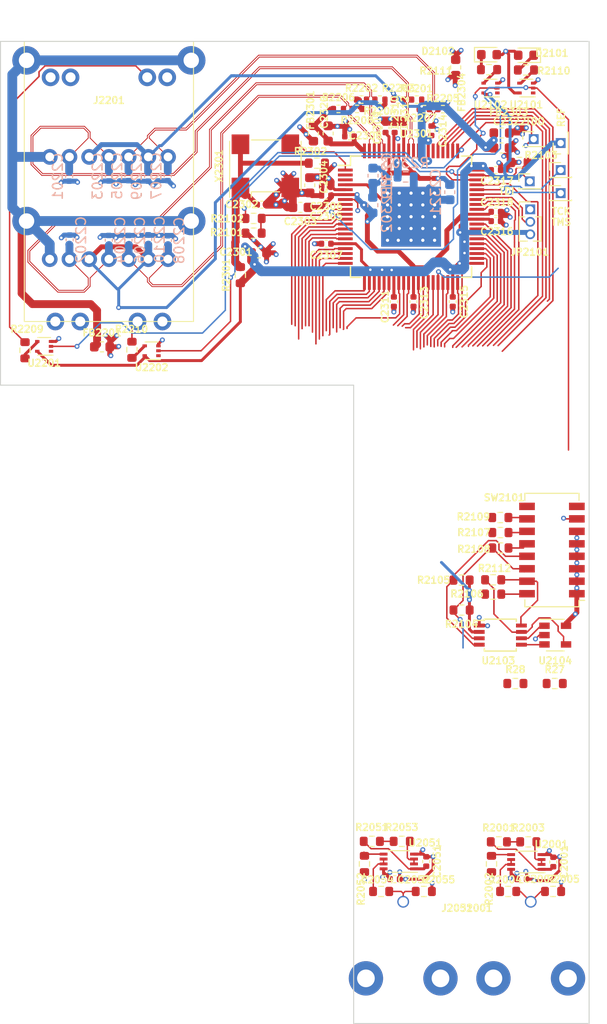
<source format=kicad_pcb>
(kicad_pcb (version 20171130) (host pcbnew 5.1.10-88a1d61d58~88~ubuntu20.04.1)
  (layers (0 F.Cu signal) (1 In1.Cu signal) (2 In2.Cu signal) (31 B.Cu signal) (34 B.Paste user) (35 F.Paste user) (36 B.SilkS user) (37 F.SilkS user) (38 B.Mask user) (39 F.Mask user) (44 Edge.Cuts user))
  (net 0 "")
  (net 1 GND_lan9254)
  (net 2 +1V8_lan9254)
  (net 3 /lan9254/VDDCR)
  (net 4 +3V3_lan9254)
  (net 5 /lan9254/VDD33TXRX2)
  (net 6 /lan9254/VDD12TX12)
  (net 7 /lan9254/VDD33TXRX1)
  (net 8 /lan9254/VDD33BIAS)
  (net 9 /lan9254/rj45_ports/P0_RXD_N)
  (net 10 /lan9254/rj45_ports/P1_RXD_N)
  (net 11 /lan9254/rj45_ports/P0_RXD_P)
  (net 12 /lan9254/rj45_ports/P1_RXD_P)
  (net 13 /lan9254/rj45_ports/P0_TXD_N)
  (net 14 /lan9254/rj45_ports/P1_TXD_N)
  (net 15 /lan9254/rj45_ports/P0_TXD_P)
  (net 16 /lan9254/rj45_ports/P1_TXD_P)
  (net 17 /lan9254/XTAL_MODE)
  (net 18 /lan9254/LINKACT1)
  (net 19 /lan9254/TESTMODE)
  (net 20 /lan9254/EESCL)
  (net 21 /lan9254/EESDA)
  (net 22 /lan9254/FPGA_23)
  (net 23 /lan9254/LINKACT0)
  (net 24 /lan9254/ERRLED)
  (net 25 /lan9254/SCL_3V3)
  (net 26 /lan9254/FPGA_0)
  (net 27 /lan9254/FPGA_1)
  (net 28 /lan9254/FPGA_2)
  (net 29 /lan9254/FPGA_3)
  (net 30 /lan9254/FPGA_4)
  (net 31 /lan9254/FPGA_5)
  (net 32 /lan9254/FPGA_6)
  (net 33 /lan9254/FPGA_7)
  (net 34 /lan9254/FPGA_8)
  (net 35 /lan9254/FPGA_9)
  (net 36 /lan9254/FPGA_10)
  (net 37 /lan9254/FPGA_11)
  (net 38 /lan9254/FPGA_12)
  (net 39 /lan9254/FPGA_13)
  (net 40 /lan9254/FPGA_14)
  (net 41 /lan9254/FPGA_15)
  (net 42 /lan9254/FPGA_16)
  (net 43 /lan9254/FPGA_17)
  (net 44 /lan9254/FPGA_18)
  (net 45 /lan9254/FPGA_19)
  (net 46 /lan9254/FPGA_20)
  (net 47 /lan9254/FPGA_21)
  (net 48 /lan9254/FPGA_22)
  (net 49 /lan9254/FPGA_24)
  (net 50 /lan9254/FPGA_25)
  (net 51 /lan9254/FPGA_26)
  (net 52 /lan9254/FPGA_27)
  (net 53 /lan9254/FPGA_28)
  (net 54 /lan9254/FPGA_29)
  (net 55 /lan9254/FPGA_30)
  (net 56 /lan9254/FPGA_31)
  (net 57 /lan9254/FPGA_32)
  (net 58 /lan9254/FPGA_33)
  (net 59 /lan9254/FPGA_34)
  (net 60 /lan9254/FPGA_35)
  (net 61 /lan9254/FPGA_36)
  (net 62 /lan9254/FPGA_37)
  (net 63 /lan9254/FPGA_38)
  (net 64 /lan9254/FPGA_39)
  (net 65 /lan9254/FPGA_40)
  (net 66 /lan9254/FPGA_41)
  (net 67 /lan9254/FPGA_42)
  (net 68 /lan9254/FPGA_43)
  (net 69 /lan9254/SDA_3V3)
  (net 70 +3V3_lan9254_iic)
  (net 71 /lan9254/FPGA_IO1_DAT)
  (net 72 /lan9254/FPGA_IO2_DAT)
  (net 73 /lan9254/FPGA_IO1_DIR)
  (net 74 /lan9254/FPGA_IO2_DIR)
  (net 75 "Net-(C2302-Pad1)")
  (net 76 "Net-(D2101-Pad1)")
  (net 77 "Net-(D2102-Pad1)")
  (net 78 "Net-(FB2201-Pad1)")
  (net 79 "Net-(J2001-Pad1)")
  (net 80 "Net-(J2051-Pad1)")
  (net 81 "Net-(J2201-Pad18)")
  (net 82 "Net-(J2201-Pad17)")
  (net 83 "Net-(J2201-Pad16)")
  (net 84 "Net-(J2201-Pad22)")
  (net 85 "Net-(J2201-Pad21)")
  (net 86 "Net-(J2201-Pad20)")
  (net 87 "Net-(R2003-Pad2)")
  (net 88 "Net-(R2004-Pad1)")
  (net 89 "Net-(R2053-Pad2)")
  (net 90 "Net-(R2054-Pad1)")
  (net 91 "Net-(R2106-Pad2)")
  (net 92 "Net-(R2107-Pad2)")
  (net 93 "Net-(R2108-Pad2)")
  (net 94 "Net-(R2109-Pad2)")
  (net 95 "Net-(R2110-Pad2)")
  (net 96 "Net-(R2111-Pad2)")
  (net 97 "Net-(R2112-Pad2)")
  (net 98 "Net-(R2209-Pad2)")
  (net 99 "Net-(R2210-Pad2)")
  (net 100 "Net-(R2303-Pad2)")
  (net 101 "Net-(SW2101-Pad8)")
  (net 102 "Net-(SW2101-Pad9)")
  (net 103 "Net-(U2101-Pad1)")
  (net 104 "Net-(U2102-Pad1)")
  (net 105 "Net-(U2201-Pad1)")
  (net 106 "Net-(U2202-Pad1)")
  (net 107 "Net-(U2301-Pad1)")
  (net 108 "Net-(U2301-Pad2)")
  (net 109 "Net-(U2301-Pad3)")
  (module Resistor_SMD:R_0603_1608Metric (layer F.Cu) (at 180.95 88.48)
    (fp_text reference R2109 (at -2.75 -0.08) (layer F.SilkS) (effects (font (size 0.7 0.7))))
    (fp_text value 4k7)
    (pad 2 smd roundrect (at 0.825 0) (size 0.8 0.95) (layers F.Cu F.Paste F.Mask) (net 94 "Net-(R2109-Pad2)"))
    (pad 1 smd roundrect (at -0.825 0) (size 0.8 0.95) (layers F.Cu F.Paste F.Mask) (net 24 /lan9254/ERRLED))
  )
  (module Connector_PinHeader_1.27mm:PinHeader_1x03_P1.27mm_Vertical (layer F.Cu) (at 184 57.1)
    (fp_text reference JP2101 (at -0.05 4.35) (layer F.SilkS) (effects (font (size 0.7 0.7))))
    (fp_text value Jumper_3_Bridged12)
    (pad 3 thru_hole oval (at 0 2.54) (size 1 1) (drill 0.65) (layers *.Cu *.Mask) (net 2 +1V8_lan9254))
    (pad 2 thru_hole oval (at 0 1.27) (size 1 1) (drill 0.65) (layers *.Cu *.Mask) (net 19 /lan9254/TESTMODE))
    (pad 1 thru_hole rect (at 0 0) (size 1 1) (drill 0.65) (layers *.Cu *.Mask) (net 1 GND_lan9254))
  )
  (module Connector_PinHeader_1.27mm:PinHeader_1x01_P1.27mm_Vertical (layer F.Cu) (at 187.1 50.35 90)
    (fp_text reference TP2305)
    (fp_text value REF (at 2.6 0.05 90) (layer F.SilkS) (effects (font (size 0.7 0.7))))
    (pad 1 thru_hole rect (at 0 0 90) (size 1 1) (drill 0.65) (layers *.Cu *.Mask) (net 2 +1V8_lan9254))
  )
  (module Connector_PinHeader_1.27mm:PinHeader_1x01_P1.27mm_Vertical (layer F.Cu) (at 187.1 55.45)
    (fp_text reference TP2304)
    (fp_text value TMS (at 0.05 2.95) (layer F.SilkS) (effects (font (size 0.7 0.7))))
    (pad 1 thru_hole rect (at 0 0) (size 1 1) (drill 0.65) (layers *.Cu *.Mask) (net 21 /lan9254/EESDA))
  )
  (module Connector_PinHeader_1.27mm:PinHeader_1x01_P1.27mm_Vertical (layer F.Cu) (at 187.1 53.1)
    (fp_text reference TP2303)
    (fp_text value TCK (at 0.05 4.2) (layer F.SilkS) (effects (font (size 0.7 0.7))))
    (pad 1 thru_hole rect (at 0 0) (size 1 1) (drill 0.65) (layers *.Cu *.Mask) (net 20 /lan9254/EESCL))
  )
  (module Connector_PinHeader_1.27mm:PinHeader_1x01_P1.27mm_Vertical (layer F.Cu) (at 183.95 54.25)
    (fp_text reference TP2302)
    (fp_text value TDI (at -2.35 1) (layer F.SilkS) (effects (font (size 0.7 0.7))))
    (pad 1 thru_hole rect (at 0 0) (size 1 1) (drill 0.65) (layers *.Cu *.Mask) (net 18 /lan9254/LINKACT1))
  )
  (module Connector_PinHeader_1.27mm:PinHeader_1x01_P1.27mm_Vertical (layer F.Cu) (at 184.35 49.95)
    (fp_text reference TP2301)
    (fp_text value TDO (at 0.15 -1.8) (layer F.SilkS) (effects (font (size 0.7 0.7))))
    (pad 1 thru_hole rect (at 0 0) (size 1 1) (drill 0.65) (layers *.Cu *.Mask) (net 23 /lan9254/LINKACT0))
  )
  (module Package_SO:VSSOP-8_2.3x2mm_P0.5mm (layer F.Cu) (at 170.6 123.5 180)
    (fp_text reference U2051 (at -2.7 1.9) (layer F.SilkS) (effects (font (size 0.7 0.7))))
    (fp_text value 74LVC2T45DC)
    (pad 8 smd rect (at 1.55 -0.75 90) (size 0.3 0.8) (layers F.Cu F.Paste F.Mask) (net 4 +3V3_lan9254))
    (pad 7 smd rect (at 1.55 -0.25 90) (size 0.3 0.8) (layers F.Cu F.Paste F.Mask) (net 90 "Net-(R2054-Pad1)"))
    (pad 6 smd rect (at 1.55 0.25 90) (size 0.3 0.8) (layers F.Cu F.Paste F.Mask) (net 90 "Net-(R2054-Pad1)"))
    (pad 5 smd rect (at 1.55 0.75 90) (size 0.3 0.8) (layers F.Cu F.Paste F.Mask) (net 74 /lan9254/FPGA_IO2_DIR))
    (pad 4 smd rect (at -1.55 0.75 90) (size 0.3 0.8) (layers F.Cu F.Paste F.Mask) (net 1 GND_lan9254))
    (pad 3 smd rect (at -1.55 0.25 90) (size 0.3 0.8) (layers F.Cu F.Paste F.Mask) (net 89 "Net-(R2053-Pad2)"))
    (pad 2 smd rect (at -1.55 -0.25 90) (size 0.3 0.8) (layers F.Cu F.Paste F.Mask) (net 89 "Net-(R2053-Pad2)"))
    (pad 1 smd rect (at -1.55 -0.75 90) (size 0.3 0.8) (layers F.Cu F.Paste F.Mask) (net 2 +1V8_lan9254))
  )
  (module Package_SO:VSSOP-8_2.3x2mm_P0.5mm (layer F.Cu) (at 183.6 123.55 180)
    (fp_text reference U2001 (at -2.55 1.8) (layer F.SilkS) (effects (font (size 0.7 0.7))))
    (fp_text value 74LVC2T45DC)
    (pad 8 smd rect (at 1.55 -0.75 90) (size 0.3 0.8) (layers F.Cu F.Paste F.Mask) (net 4 +3V3_lan9254))
    (pad 7 smd rect (at 1.55 -0.25 90) (size 0.3 0.8) (layers F.Cu F.Paste F.Mask) (net 88 "Net-(R2004-Pad1)"))
    (pad 6 smd rect (at 1.55 0.25 90) (size 0.3 0.8) (layers F.Cu F.Paste F.Mask) (net 88 "Net-(R2004-Pad1)"))
    (pad 5 smd rect (at 1.55 0.75 90) (size 0.3 0.8) (layers F.Cu F.Paste F.Mask) (net 73 /lan9254/FPGA_IO1_DIR))
    (pad 4 smd rect (at -1.55 0.75 90) (size 0.3 0.8) (layers F.Cu F.Paste F.Mask) (net 1 GND_lan9254))
    (pad 3 smd rect (at -1.55 0.25 90) (size 0.3 0.8) (layers F.Cu F.Paste F.Mask) (net 87 "Net-(R2003-Pad2)"))
    (pad 2 smd rect (at -1.55 -0.25 90) (size 0.3 0.8) (layers F.Cu F.Paste F.Mask) (net 87 "Net-(R2003-Pad2)"))
    (pad 1 smd rect (at -1.55 -0.75 90) (size 0.3 0.8) (layers F.Cu F.Paste F.Mask) (net 2 +1V8_lan9254))
  )
  (module Resistor_SMD:R_0603_1608Metric (layer F.Cu) (at 167.1 123.75 270)
    (fp_text reference R2052 (at 2.55 0.35 90) (layer F.SilkS) (effects (font (size 0.7 0.7))))
    (fp_text value 2k2)
    (pad 2 smd roundrect (at 0.825 0 270) (size 0.8 0.95) (layers F.Cu F.Paste F.Mask) (net 1 GND_lan9254))
    (pad 1 smd roundrect (at -0.825 0 270) (size 0.8 0.95) (layers F.Cu F.Paste F.Mask) (net 74 /lan9254/FPGA_IO2_DIR))
  )
  (module Resistor_SMD:R_0603_1608Metric (layer F.Cu) (at 167.85 121.45)
    (fp_text reference R2051 (at 0 -1.43) (layer F.SilkS) (effects (font (size 0.7 0.7))))
    (fp_text value 100k)
    (pad 2 smd roundrect (at 0.825 0) (size 0.8 0.95) (layers F.Cu F.Paste F.Mask) (net 72 /lan9254/FPGA_IO2_DAT))
    (pad 1 smd roundrect (at -0.825 0) (size 0.8 0.95) (layers F.Cu F.Paste F.Mask) (net 2 +1V8_lan9254))
  )
  (module Resistor_SMD:R_0603_1608Metric (layer F.Cu) (at 180.05 123.75 270)
    (fp_text reference R2002 (at 2.55 0.25 90) (layer F.SilkS) (effects (font (size 0.7 0.7))))
    (fp_text value 2k2)
    (pad 2 smd roundrect (at 0.825 0 270) (size 0.8 0.95) (layers F.Cu F.Paste F.Mask) (net 1 GND_lan9254))
    (pad 1 smd roundrect (at -0.825 0 270) (size 0.8 0.95) (layers F.Cu F.Paste F.Mask) (net 73 /lan9254/FPGA_IO1_DIR))
  )
  (module Resistor_SMD:R_0603_1608Metric (layer F.Cu) (at 173.15 126.55)
    (fp_text reference R2055 (at 1.5 -1.2 180) (layer F.SilkS) (effects (font (size 0.7 0.7))))
    (fp_text value 100k)
    (pad 2 smd roundrect (at 0.825 0) (size 0.8 0.95) (layers F.Cu F.Paste F.Mask) (net 1 GND_lan9254))
    (pad 1 smd roundrect (at -0.825 0) (size 0.8 0.95) (layers F.Cu F.Paste F.Mask) (net 80 "Net-(J2051-Pad1)"))
  )
  (module Resistor_SMD:R_0603_1608Metric (layer F.Cu) (at 168.8 126.55)
    (fp_text reference R2054 (at -0.4 -1.2) (layer F.SilkS) (effects (font (size 0.7 0.7))))
    (fp_text value 0)
    (pad 2 smd roundrect (at 0.825 0) (size 0.8 0.95) (layers F.Cu F.Paste F.Mask) (net 80 "Net-(J2051-Pad1)"))
    (pad 1 smd roundrect (at -0.825 0) (size 0.8 0.95) (layers F.Cu F.Paste F.Mask) (net 90 "Net-(R2054-Pad1)"))
  )
  (module Resistor_SMD:R_0603_1608Metric (layer F.Cu) (at 170.9 121.45)
    (fp_text reference R2053 (at 0 -1.43) (layer F.SilkS) (effects (font (size 0.7 0.7))))
    (fp_text value 100)
    (pad 2 smd roundrect (at 0.825 0) (size 0.8 0.95) (layers F.Cu F.Paste F.Mask) (net 89 "Net-(R2053-Pad2)"))
    (pad 1 smd roundrect (at -0.825 0) (size 0.8 0.95) (layers F.Cu F.Paste F.Mask) (net 72 /lan9254/FPGA_IO2_DAT))
  )
  (module Resistor_SMD:R_0603_1608Metric (layer F.Cu) (at 186.325 126.55)
    (fp_text reference R2005 (at 1.025 -1.25) (layer F.SilkS) (effects (font (size 0.7 0.7))))
    (fp_text value 100k)
    (pad 2 smd roundrect (at 0.825 0) (size 0.8 0.95) (layers F.Cu F.Paste F.Mask) (net 1 GND_lan9254))
    (pad 1 smd roundrect (at -0.825 0) (size 0.8 0.95) (layers F.Cu F.Paste F.Mask) (net 79 "Net-(J2001-Pad1)"))
  )
  (module Resistor_SMD:R_0603_1608Metric (layer F.Cu) (at 181.75 126.55)
    (fp_text reference R2004 (at -0.3 -1.2) (layer F.SilkS) (effects (font (size 0.7 0.7))))
    (fp_text value 0)
    (pad 2 smd roundrect (at 0.825 0) (size 0.8 0.95) (layers F.Cu F.Paste F.Mask) (net 79 "Net-(J2001-Pad1)"))
    (pad 1 smd roundrect (at -0.825 0) (size 0.8 0.95) (layers F.Cu F.Paste F.Mask) (net 88 "Net-(R2004-Pad1)"))
  )
  (module Resistor_SMD:R_0603_1608Metric (layer F.Cu) (at 183.8 121.5)
    (fp_text reference R2003 (at 0 -1.43) (layer F.SilkS) (effects (font (size 0.7 0.7))))
    (fp_text value 100)
    (pad 2 smd roundrect (at 0.825 0) (size 0.8 0.95) (layers F.Cu F.Paste F.Mask) (net 87 "Net-(R2003-Pad2)"))
    (pad 1 smd roundrect (at -0.825 0) (size 0.8 0.95) (layers F.Cu F.Paste F.Mask) (net 71 /lan9254/FPGA_IO1_DAT))
  )
  (module Resistor_SMD:R_0603_1608Metric (layer F.Cu) (at 180.8 121.5)
    (fp_text reference R2001 (at 0 -1.43) (layer F.SilkS) (effects (font (size 0.7 0.7))))
    (fp_text value 100k)
    (pad 2 smd roundrect (at 0.825 0) (size 0.8 0.95) (layers F.Cu F.Paste F.Mask) (net 71 /lan9254/FPGA_IO1_DAT))
    (pad 1 smd roundrect (at -0.825 0) (size 0.8 0.95) (layers F.Cu F.Paste F.Mask) (net 2 +1V8_lan9254))
  )
  (module proj_footprints:BNC_Molex_0731713150 (layer F.Cu) (at 171.05 135.4)
    (fp_text reference J2051 (at 5.5 -7.15) (layer F.SilkS) (effects (font (size 0.7 0.7))))
    (fp_text value BNC)
    (pad 1 thru_hole circle (at 0 -7.8) (size 1.2 1.2) (drill 0.92) (layers *.Cu *.Mask) (net 80 "Net-(J2051-Pad1)"))
    (pad 2 thru_hole circle (at 3.8 0) (size 3.5 3.5) (drill 1.8) (layers *.Cu *.Mask) (net 1 GND_lan9254))
    (pad 2 thru_hole circle (at -3.8 0) (size 3.5 3.5) (drill 1.8) (layers *.Cu *.Mask) (net 1 GND_lan9254))
  )
  (module proj_footprints:BNC_Molex_0731713150 (layer F.Cu) (at 184.05 135.4)
    (fp_text reference J2001 (at -5.5 -7.15) (layer F.SilkS) (effects (font (size 0.7 0.7))))
    (fp_text value BNC)
    (pad 1 thru_hole circle (at 0 -7.8) (size 1.2 1.2) (drill 0.92) (layers *.Cu *.Mask) (net 79 "Net-(J2001-Pad1)"))
    (pad 2 thru_hole circle (at 3.8 0) (size 3.5 3.5) (drill 1.8) (layers *.Cu *.Mask) (net 1 GND_lan9254))
    (pad 2 thru_hole circle (at -3.8 0) (size 3.5 3.5) (drill 1.8) (layers *.Cu *.Mask) (net 1 GND_lan9254))
  )
  (module Capacitor_SMD:C_0402_1005Metric (layer F.Cu) (at 170.2 125.3)
    (fp_text reference C2052 (at 1.95 0.05 180) (layer F.SilkS) (effects (font (size 0.7 0.7))))
    (fp_text value 100n)
    (pad 2 smd roundrect (at 0.48 0) (size 0.56 0.62) (layers F.Cu F.Paste F.Mask) (net 1 GND_lan9254))
    (pad 1 smd roundrect (at -0.48 0) (size 0.56 0.62) (layers F.Cu F.Paste F.Mask) (net 4 +3V3_lan9254))
  )
  (module Capacitor_SMD:C_0402_1005Metric (layer F.Cu) (at 173.4 123.5 90)
    (fp_text reference C2051 (at 0 1.1 90) (layer F.SilkS) (effects (font (size 0.7 0.7))))
    (fp_text value 100n)
    (pad 2 smd roundrect (at 0.48 0 90) (size 0.56 0.62) (layers F.Cu F.Paste F.Mask) (net 1 GND_lan9254))
    (pad 1 smd roundrect (at -0.48 0 90) (size 0.56 0.62) (layers F.Cu F.Paste F.Mask) (net 2 +1V8_lan9254))
  )
  (module Capacitor_SMD:C_0402_1005Metric (layer F.Cu) (at 183.15 125.3)
    (fp_text reference C2002 (at 1.85 0) (layer F.SilkS) (effects (font (size 0.7 0.7))))
    (fp_text value 100n)
    (pad 2 smd roundrect (at 0.48 0) (size 0.56 0.62) (layers F.Cu F.Paste F.Mask) (net 1 GND_lan9254))
    (pad 1 smd roundrect (at -0.48 0) (size 0.56 0.62) (layers F.Cu F.Paste F.Mask) (net 4 +3V3_lan9254))
  )
  (module Capacitor_SMD:C_0402_1005Metric (layer F.Cu) (at 186.35 123.55 90)
    (fp_text reference C2001 (at 0 1.1 90) (layer F.SilkS) (effects (font (size 0.7 0.7))))
    (fp_text value 100n)
    (pad 2 smd roundrect (at 0.48 0 90) (size 0.56 0.62) (layers F.Cu F.Paste F.Mask) (net 1 GND_lan9254))
    (pad 1 smd roundrect (at -0.48 0 90) (size 0.56 0.62) (layers F.Cu F.Paste F.Mask) (net 2 +1V8_lan9254))
  )
  (module Capacitor_SMD:C_0402_1005Metric (layer F.Cu) (at 156.65 56.625)
    (fp_text reference C2302 (at -2.05 -0.025) (layer F.SilkS) (effects (font (size 0.7 0.7))))
    (fp_text value 100n)
    (pad 2 smd roundrect (at 0.48 0) (size 0.56 0.62) (layers F.Cu F.Paste F.Mask) (net 1 GND_lan9254))
    (pad 1 smd roundrect (at -0.48 0) (size 0.56 0.62) (layers F.Cu F.Paste F.Mask) (net 75 "Net-(C2302-Pad1)"))
  )
  (module Capacitor_SMD:C_0402_1005Metric (layer F.Cu) (at 163.2 55.7 180)
    (fp_text reference C2305 (at 0 -2.1) (layer F.SilkS) (effects (font (size 0.7 0.7))))
    (fp_text value 470p)
    (pad 2 smd roundrect (at 0.48 0 180) (size 0.56 0.62) (layers F.Cu F.Paste F.Mask) (net 1 GND_lan9254))
    (pad 1 smd roundrect (at -0.48 0 180) (size 0.56 0.62) (layers F.Cu F.Paste F.Mask) (net 3 /lan9254/VDDCR))
  )
  (module Capacitor_SMD:C_0402_1005Metric (layer F.Cu) (at 173.925 49.1 270)
    (fp_text reference C2314 (at 0 -1.16 90) (layer F.SilkS) (effects (font (size 0.7 0.7))))
    (fp_text value 100n)
    (pad 2 smd roundrect (at 0.48 0 270) (size 0.56 0.62) (layers F.Cu F.Paste F.Mask) (net 7 /lan9254/VDD33TXRX1))
    (pad 1 smd roundrect (at -0.48 0 270) (size 0.56 0.62) (layers F.Cu F.Paste F.Mask) (net 1 GND_lan9254))
  )
  (module Resistor_SMD:R_0402_1005Metric (layer F.Cu) (at 166.35 46.875 180)
    (fp_text reference R2208 (at 0 -1.17) (layer F.SilkS) (effects (font (size 0.7 0.7))))
    (fp_text value 50)
    (pad 2 smd roundrect (at 0.51 0 180) (size 0.54 0.64) (layers F.Cu F.Paste F.Mask) (net 16 /lan9254/rj45_ports/P1_TXD_P))
    (pad 1 smd roundrect (at -0.51 0 180) (size 0.54 0.64) (layers F.Cu F.Paste F.Mask) (net 5 /lan9254/VDD33TXRX2))
  )
  (module Resistor_SMD:R_0402_1005Metric (layer F.Cu) (at 173.2 46.9)
    (fp_text reference R2207 (at -0.4 0.9) (layer F.SilkS) (effects (font (size 0.7 0.7))))
    (fp_text value 50)
    (pad 2 smd roundrect (at 0.51 0) (size 0.54 0.64) (layers F.Cu F.Paste F.Mask) (net 15 /lan9254/rj45_ports/P0_TXD_P))
    (pad 1 smd roundrect (at -0.51 0) (size 0.54 0.64) (layers F.Cu F.Paste F.Mask) (net 7 /lan9254/VDD33TXRX1))
  )
  (module Resistor_SMD:R_0402_1005Metric (layer F.Cu) (at 164.45 46.875)
    (fp_text reference R2206 (at 0 -1.17) (layer F.SilkS) (effects (font (size 0.7 0.7))))
    (fp_text value 50)
    (pad 2 smd roundrect (at 0.51 0) (size 0.54 0.64) (layers F.Cu F.Paste F.Mask) (net 14 /lan9254/rj45_ports/P1_TXD_N))
    (pad 1 smd roundrect (at -0.51 0) (size 0.54 0.64) (layers F.Cu F.Paste F.Mask) (net 5 /lan9254/VDD33TXRX2))
  )
  (module Resistor_SMD:R_0402_1005Metric (layer F.Cu) (at 175.1 46.9 180)
    (fp_text reference R2205 (at 0 1.1) (layer F.SilkS) (effects (font (size 0.7 0.7))))
    (fp_text value 50)
    (pad 2 smd roundrect (at 0.51 0 180) (size 0.54 0.64) (layers F.Cu F.Paste F.Mask) (net 13 /lan9254/rj45_ports/P0_TXD_N))
    (pad 1 smd roundrect (at -0.51 0 180) (size 0.54 0.64) (layers F.Cu F.Paste F.Mask) (net 7 /lan9254/VDD33TXRX1))
  )
  (module Resistor_SMD:R_0402_1005Metric (layer F.Cu) (at 168.675 45.925 180)
    (fp_text reference R2204 (at 0 -1.17) (layer F.SilkS) (effects (font (size 0.7 0.7))))
    (fp_text value 50)
    (pad 2 smd roundrect (at 0.51 0 180) (size 0.54 0.64) (layers F.Cu F.Paste F.Mask) (net 12 /lan9254/rj45_ports/P1_RXD_P))
    (pad 1 smd roundrect (at -0.51 0 180) (size 0.54 0.64) (layers F.Cu F.Paste F.Mask) (net 5 /lan9254/VDD33TXRX2))
  )
  (module Resistor_SMD:R_0402_1005Metric (layer F.Cu) (at 170.55 45.925)
    (fp_text reference R2203 (at 0 -1.17) (layer F.SilkS) (effects (font (size 0.7 0.7))))
    (fp_text value 50)
    (pad 2 smd roundrect (at 0.51 0) (size 0.54 0.64) (layers F.Cu F.Paste F.Mask) (net 11 /lan9254/rj45_ports/P0_RXD_P))
    (pad 1 smd roundrect (at -0.51 0) (size 0.54 0.64) (layers F.Cu F.Paste F.Mask) (net 7 /lan9254/VDD33TXRX1))
  )
  (module Resistor_SMD:R_0402_1005Metric (layer F.Cu) (at 166.8 45.925)
    (fp_text reference R2202 (at 0 -1.17) (layer F.SilkS) (effects (font (size 0.7 0.7))))
    (fp_text value 50)
    (pad 2 smd roundrect (at 0.51 0) (size 0.54 0.64) (layers F.Cu F.Paste F.Mask) (net 10 /lan9254/rj45_ports/P1_RXD_N))
    (pad 1 smd roundrect (at -0.51 0) (size 0.54 0.64) (layers F.Cu F.Paste F.Mask) (net 5 /lan9254/VDD33TXRX2))
  )
  (module Resistor_SMD:R_0402_1005Metric (layer F.Cu) (at 172.425 45.925 180)
    (fp_text reference R2201 (at 0.025 1.125) (layer F.SilkS) (effects (font (size 0.7 0.7))))
    (fp_text value 50)
    (pad 2 smd roundrect (at 0.51 0 180) (size 0.54 0.64) (layers F.Cu F.Paste F.Mask) (net 9 /lan9254/rj45_ports/P0_RXD_N))
    (pad 1 smd roundrect (at -0.51 0 180) (size 0.54 0.64) (layers F.Cu F.Paste F.Mask) (net 7 /lan9254/VDD33TXRX1))
  )
  (module Capacitor_SMD:C_0402_1005Metric (layer B.Cu) (at 145.06 60.17 90)
    (fp_text reference C2210 (at 0 1.16 270) (layer B.SilkS) (effects (justify mirror)))
    (fp_text value 10p)
    (pad 2 smd roundrect (at 0.48 0 90) (size 0.56 0.62) (layers B.Cu B.Paste B.Mask) (net 1 GND_lan9254))
    (pad 1 smd roundrect (at -0.48 0 90) (size 0.56 0.62) (layers B.Cu B.Paste B.Mask) (net 5 /lan9254/VDD33TXRX2))
  )
  (module Capacitor_SMD:C_0402_1005Metric (layer B.Cu) (at 145.05 53.75 270)
    (fp_text reference C2209 (at 0 1.16 90) (layer B.SilkS) (effects (justify mirror)))
    (fp_text value 10p)
    (pad 2 smd roundrect (at 0.48 0 270) (size 0.56 0.62) (layers B.Cu B.Paste B.Mask) (net 1 GND_lan9254))
    (pad 1 smd roundrect (at -0.48 0 270) (size 0.56 0.62) (layers B.Cu B.Paste B.Mask) (net 7 /lan9254/VDD33TXRX1))
  )
  (module Capacitor_SMD:C_0402_1005Metric (layer B.Cu) (at 147.06 60.27 90)
    (fp_text reference C2208 (at 0 1.16 270) (layer B.SilkS) (effects (justify mirror)))
    (fp_text value 10p)
    (pad 2 smd roundrect (at 0.48 0 90) (size 0.56 0.62) (layers B.Cu B.Paste B.Mask) (net 1 GND_lan9254))
    (pad 1 smd roundrect (at -0.48 0 90) (size 0.56 0.62) (layers B.Cu B.Paste B.Mask) (net 16 /lan9254/rj45_ports/P1_TXD_P))
  )
  (module Capacitor_SMD:C_0402_1005Metric (layer B.Cu) (at 147.05 53.7 270)
    (fp_text reference C2207 (at 0 1.16 270) (layer B.SilkS) (effects (justify mirror)))
    (fp_text value 10p)
    (pad 2 smd roundrect (at 0.48 0 270) (size 0.56 0.62) (layers B.Cu B.Paste B.Mask) (net 1 GND_lan9254))
    (pad 1 smd roundrect (at -0.48 0 270) (size 0.56 0.62) (layers B.Cu B.Paste B.Mask) (net 15 /lan9254/rj45_ports/P0_TXD_P))
  )
  (module Capacitor_SMD:C_0402_1005Metric (layer B.Cu) (at 143.05 60.24 90)
    (fp_text reference C2206 (at 0 1.16 270) (layer B.SilkS) (effects (justify mirror)))
    (fp_text value 10p)
    (pad 2 smd roundrect (at 0.48 0 90) (size 0.56 0.62) (layers B.Cu B.Paste B.Mask) (net 1 GND_lan9254))
    (pad 1 smd roundrect (at -0.48 0 90) (size 0.56 0.62) (layers B.Cu B.Paste B.Mask) (net 14 /lan9254/rj45_ports/P1_TXD_N))
  )
  (module Capacitor_SMD:C_0402_1005Metric (layer B.Cu) (at 143.05 53.7 270)
    (fp_text reference C2205 (at 0 1.16 270) (layer B.SilkS) (effects (justify mirror)))
    (fp_text value 10p)
    (pad 2 smd roundrect (at 0.48 0 270) (size 0.56 0.62) (layers B.Cu B.Paste B.Mask) (net 1 GND_lan9254))
    (pad 1 smd roundrect (at -0.48 0 270) (size 0.56 0.62) (layers B.Cu B.Paste B.Mask) (net 13 /lan9254/rj45_ports/P0_TXD_N))
  )
  (module Capacitor_SMD:C_0402_1005Metric (layer B.Cu) (at 141.04 60.24 90)
    (fp_text reference C2204 (at 0 1.16 270) (layer B.SilkS) (effects (justify mirror)))
    (fp_text value 10p)
    (pad 2 smd roundrect (at 0.48 0 90) (size 0.56 0.62) (layers B.Cu B.Paste B.Mask) (net 1 GND_lan9254))
    (pad 1 smd roundrect (at -0.48 0 90) (size 0.56 0.62) (layers B.Cu B.Paste B.Mask) (net 12 /lan9254/rj45_ports/P1_RXD_P))
  )
  (module Capacitor_SMD:C_0402_1005Metric (layer B.Cu) (at 141.05 53.73 270)
    (fp_text reference C2203 (at 0 1.16 270) (layer B.SilkS) (effects (justify mirror)))
    (fp_text value 10p)
    (pad 2 smd roundrect (at 0.48 0 270) (size 0.56 0.62) (layers B.Cu B.Paste B.Mask) (net 1 GND_lan9254))
    (pad 1 smd roundrect (at -0.48 0 270) (size 0.56 0.62) (layers B.Cu B.Paste B.Mask) (net 11 /lan9254/rj45_ports/P0_RXD_P))
  )
  (module Capacitor_SMD:C_0402_1005Metric (layer B.Cu) (at 137.05 60.2 90)
    (fp_text reference C2202 (at 0 1.16 270) (layer B.SilkS) (effects (justify mirror)))
    (fp_text value 10p)
    (pad 2 smd roundrect (at 0.48 0 90) (size 0.56 0.62) (layers B.Cu B.Paste B.Mask) (net 1 GND_lan9254))
    (pad 1 smd roundrect (at -0.48 0 90) (size 0.56 0.62) (layers B.Cu B.Paste B.Mask) (net 10 /lan9254/rj45_ports/P1_RXD_N))
  )
  (module Capacitor_SMD:C_0402_1005Metric (layer B.Cu) (at 137 53.75 270)
    (fp_text reference C2201 (at 0 1.16 90) (layer B.SilkS) (effects (justify mirror)))
    (fp_text value 10p)
    (pad 2 smd roundrect (at 0.48 0 270) (size 0.56 0.62) (layers B.Cu B.Paste B.Mask) (net 1 GND_lan9254))
    (pad 1 smd roundrect (at -0.48 0 270) (size 0.56 0.62) (layers B.Cu B.Paste B.Mask) (net 9 /lan9254/rj45_ports/P0_RXD_N))
  )
  (module Capacitor_SMD:C_0402_1005Metric (layer F.Cu) (at 180.5 57.35)
    (fp_text reference C2318 (at 0.1 -0.95) (layer F.SilkS) (effects (font (size 0.7 0.7))))
    (fp_text value 100n)
    (pad 2 smd roundrect (at 0.48 0) (size 0.56 0.62) (layers F.Cu F.Paste F.Mask) (net 1 GND_lan9254))
    (pad 1 smd roundrect (at -0.48 0) (size 0.56 0.62) (layers F.Cu F.Paste F.Mask) (net 3 /lan9254/VDDCR))
  )
  (module Capacitor_SMD:C_0402_1005Metric (layer F.Cu) (at 180.5 58.3)
    (fp_text reference C2316 (at 0.1 1.05) (layer F.SilkS) (effects (font (size 0.7 0.7))))
    (fp_text value 100n)
    (pad 2 smd roundrect (at 0.48 0) (size 0.56 0.62) (layers F.Cu F.Paste F.Mask) (net 1 GND_lan9254))
    (pad 1 smd roundrect (at -0.48 0) (size 0.56 0.62) (layers F.Cu F.Paste F.Mask) (net 2 +1V8_lan9254))
  )
  (module Capacitor_SMD:C_0402_1005Metric (layer F.Cu) (at 180.5 53.1)
    (fp_text reference C2317 (at 0.1 1.1) (layer F.SilkS) (effects (font (size 0.7 0.7))))
    (fp_text value 100n)
    (pad 2 smd roundrect (at 0.48 0) (size 0.56 0.62) (layers F.Cu F.Paste F.Mask) (net 1 GND_lan9254))
    (pad 1 smd roundrect (at -0.48 0) (size 0.56 0.62) (layers F.Cu F.Paste F.Mask) (net 2 +1V8_lan9254))
  )
  (module Capacitor_SMD:C_0402_1005Metric (layer F.Cu) (at 171.125 48.8 270)
    (fp_text reference C2312 (at -1.6 -0.075 90) (layer F.SilkS) (effects (font (size 0.7 0.7))))
    (fp_text value 100n)
    (pad 2 smd roundrect (at 0.48 0 270) (size 0.56 0.62) (layers F.Cu F.Paste F.Mask) (net 6 /lan9254/VDD12TX12))
    (pad 1 smd roundrect (at -0.48 0 270) (size 0.56 0.62) (layers F.Cu F.Paste F.Mask) (net 1 GND_lan9254))
  )
  (module Capacitor_SMD:C_0402_1005Metric (layer F.Cu) (at 176.1 66.5 270)
    (fp_text reference C2315 (at 0 -1.16 90) (layer F.SilkS) (effects (font (size 0.7 0.7))))
    (fp_text value 100n)
    (pad 2 smd roundrect (at 0.48 0 270) (size 0.56 0.62) (layers F.Cu F.Paste F.Mask) (net 1 GND_lan9254))
    (pad 1 smd roundrect (at -0.48 0 270) (size 0.56 0.62) (layers F.Cu F.Paste F.Mask) (net 2 +1V8_lan9254))
  )
  (module Capacitor_SMD:C_0402_1005Metric (layer F.Cu) (at 170.175 48.8 270)
    (fp_text reference C2310 (at -1.6 -0.025 90) (layer F.SilkS) (effects (font (size 0.7 0.7))))
    (fp_text value 100n)
    (pad 2 smd roundrect (at 0.48 0 270) (size 0.56 0.62) (layers F.Cu F.Paste F.Mask) (net 8 /lan9254/VDD33BIAS))
    (pad 1 smd roundrect (at -0.48 0 270) (size 0.56 0.62) (layers F.Cu F.Paste F.Mask) (net 1 GND_lan9254))
  )
  (module Capacitor_SMD:C_0402_1005Metric (layer F.Cu) (at 172.1 66.5 270)
    (fp_text reference C2313 (at 0.1 -1.1 90) (layer F.SilkS) (effects (font (size 0.7 0.7))))
    (fp_text value 100n)
    (pad 2 smd roundrect (at 0.48 0 270) (size 0.56 0.62) (layers F.Cu F.Paste F.Mask) (net 1 GND_lan9254))
    (pad 1 smd roundrect (at -0.48 0 270) (size 0.56 0.62) (layers F.Cu F.Paste F.Mask) (net 3 /lan9254/VDDCR))
  )
  (module Capacitor_SMD:C_0402_1005Metric (layer F.Cu) (at 169.25 48.8 270)
    (fp_text reference C2309 (at 0 0.85 90) (layer F.SilkS) (effects (font (size 0.7 0.7))))
    (fp_text value 100n)
    (pad 2 smd roundrect (at 0.48 0 270) (size 0.56 0.62) (layers F.Cu F.Paste F.Mask) (net 6 /lan9254/VDD12TX12))
    (pad 1 smd roundrect (at -0.48 0 270) (size 0.56 0.62) (layers F.Cu F.Paste F.Mask) (net 1 GND_lan9254))
  )
  (module Capacitor_SMD:C_0402_1005Metric (layer F.Cu) (at 170.1 66.5 270)
    (fp_text reference C2311 (at 0.5 0.9 90) (layer F.SilkS) (effects (font (size 0.7 0.7))))
    (fp_text value 100n)
    (pad 2 smd roundrect (at 0.48 0 270) (size 0.56 0.62) (layers F.Cu F.Paste F.Mask) (net 1 GND_lan9254))
    (pad 1 smd roundrect (at -0.48 0 270) (size 0.56 0.62) (layers F.Cu F.Paste F.Mask) (net 2 +1V8_lan9254))
  )
  (module Capacitor_SMD:C_0402_1005Metric (layer F.Cu) (at 165.575 49.675)
    (fp_text reference C2308 (at 1.625 -0.075) (layer F.SilkS) (effects (font (size 0.7 0.7))))
    (fp_text value 100n)
    (pad 2 smd roundrect (at 0.48 0) (size 0.56 0.62) (layers F.Cu F.Paste F.Mask) (net 5 /lan9254/VDD33TXRX2))
    (pad 1 smd roundrect (at -0.48 0) (size 0.56 0.62) (layers F.Cu F.Paste F.Mask) (net 1 GND_lan9254))
  )
  (module Capacitor_SMD:C_0402_1005Metric (layer F.Cu) (at 163.2 60.6 180)
    (fp_text reference C2307 (at 0 -1.16) (layer F.SilkS) (effects (font (size 0.7 0.7))))
    (fp_text value 100n)
    (pad 2 smd roundrect (at 0.48 0 180) (size 0.56 0.62) (layers F.Cu F.Paste F.Mask) (net 1 GND_lan9254))
    (pad 1 smd roundrect (at -0.48 0 180) (size 0.56 0.62) (layers F.Cu F.Paste F.Mask) (net 2 +1V8_lan9254))
  )
  (module Capacitor_SMD:C_0402_1005Metric (layer F.Cu) (at 163.225 54.75 180)
    (fp_text reference C2306 (at 0.025 -2.05) (layer F.SilkS) (effects (font (size 0.7 0.7))))
    (fp_text value 100n)
    (pad 2 smd roundrect (at 0.48 0 180) (size 0.56 0.62) (layers F.Cu F.Paste F.Mask) (net 1 GND_lan9254))
    (pad 1 smd roundrect (at -0.48 0 180) (size 0.56 0.62) (layers F.Cu F.Paste F.Mask) (net 4 +3V3_lan9254))
  )
  (module Oscillator:Oscillator_SMD_Diodes_FN-4Pin_7.0x5.0mm (layer F.Cu) (at 157 52.675 90)
    (fp_text reference X2301 (at 0 -4.725 90) (layer F.SilkS) (effects (font (size 0.7 0.7))))
    (fp_text value FNETHE025)
    (pad 3 smd rect (at 2.2 2.54 90) (size 2 1.8) (layers F.Cu F.Paste F.Mask) (net 107 "Net-(U2301-Pad1)"))
    (pad 2 smd rect (at -2.2 2.54 90) (size 2 1.8) (layers F.Cu F.Paste F.Mask) (net 1 GND_lan9254))
    (pad 4 smd rect (at 2.2 -2.54 90) (size 2 1.8) (layers F.Cu F.Paste F.Mask) (net 75 "Net-(C2302-Pad1)"))
    (pad 1 smd rect (at -2.2 -2.54 90) (size 2 1.8) (layers F.Cu F.Paste F.Mask) (net 75 "Net-(C2302-Pad1)"))
  )
  (module Package_TO_SOT_SMD:SOT-553 (layer F.Cu) (at 145.4 71.5 180)
    (fp_text reference U2202 (at 0 -1.7) (layer F.SilkS) (effects (font (size 0.7 0.7))))
    (fp_text value 74LVC1G06)
    (pad 4 smd rect (at 0.7 0.5 180) (size 0.45 0.3) (layers F.Cu F.Paste F.Mask) (net 99 "Net-(R2210-Pad2)"))
    (pad 2 smd rect (at -0.7 0 180) (size 0.45 0.3) (layers F.Cu F.Paste F.Mask) (net 18 /lan9254/LINKACT1))
    (pad 5 smd rect (at 0.7 -0.5 180) (size 0.45 0.3) (layers F.Cu F.Paste F.Mask) (net 2 +1V8_lan9254))
    (pad 3 smd rect (at -0.7 0.5 180) (size 0.45 0.3) (layers F.Cu F.Paste F.Mask) (net 1 GND_lan9254))
    (pad 1 smd rect (at -0.7 -0.5 180) (size 0.45 0.3) (layers F.Cu F.Paste F.Mask) (net 106 "Net-(U2202-Pad1)"))
  )
  (module Package_TO_SOT_SMD:SOT-553 (layer F.Cu) (at 179.95 44.75 180)
    (fp_text reference U2102 (at 0 -1.7) (layer F.SilkS) (effects (font (size 0.7 0.7))))
    (fp_text value 74LVC1G06)
    (pad 4 smd rect (at 0.7 0.5 180) (size 0.45 0.3) (layers F.Cu F.Paste F.Mask) (net 96 "Net-(R2111-Pad2)"))
    (pad 2 smd rect (at -0.7 0 180) (size 0.45 0.3) (layers F.Cu F.Paste F.Mask) (net 20 /lan9254/EESCL))
    (pad 5 smd rect (at 0.7 -0.5 180) (size 0.45 0.3) (layers F.Cu F.Paste F.Mask) (net 2 +1V8_lan9254))
    (pad 3 smd rect (at -0.7 0.5 180) (size 0.45 0.3) (layers F.Cu F.Paste F.Mask) (net 1 GND_lan9254))
    (pad 1 smd rect (at -0.7 -0.5 180) (size 0.45 0.3) (layers F.Cu F.Paste F.Mask) (net 104 "Net-(U2102-Pad1)"))
  )
  (module Package_TO_SOT_SMD:SOT-553 (layer F.Cu) (at 183.6 44.75 180)
    (fp_text reference U2101 (at 0 -1.7) (layer F.SilkS) (effects (font (size 0.7 0.7))))
    (fp_text value 74LVC1G06)
    (pad 4 smd rect (at 0.7 0.5 180) (size 0.45 0.3) (layers F.Cu F.Paste F.Mask) (net 95 "Net-(R2110-Pad2)"))
    (pad 2 smd rect (at -0.7 0 180) (size 0.45 0.3) (layers F.Cu F.Paste F.Mask) (net 24 /lan9254/ERRLED))
    (pad 5 smd rect (at 0.7 -0.5 180) (size 0.45 0.3) (layers F.Cu F.Paste F.Mask) (net 4 +3V3_lan9254))
    (pad 3 smd rect (at -0.7 0.5 180) (size 0.45 0.3) (layers F.Cu F.Paste F.Mask) (net 1 GND_lan9254))
    (pad 1 smd rect (at -0.7 -0.5 180) (size 0.45 0.3) (layers F.Cu F.Paste F.Mask) (net 103 "Net-(U2101-Pad1)"))
  )
  (module Package_TO_SOT_SMD:SOT-553 (layer F.Cu) (at 134.45 71.05 180)
    (fp_text reference U2201 (at 0 -1.7) (layer F.SilkS) (effects (font (size 0.7 0.7))))
    (fp_text value 74LVC1G06)
    (pad 4 smd rect (at 0.7 0.5 180) (size 0.45 0.3) (layers F.Cu F.Paste F.Mask) (net 98 "Net-(R2209-Pad2)"))
    (pad 2 smd rect (at -0.7 0 180) (size 0.45 0.3) (layers F.Cu F.Paste F.Mask) (net 23 /lan9254/LINKACT0))
    (pad 5 smd rect (at 0.7 -0.5 180) (size 0.45 0.3) (layers F.Cu F.Paste F.Mask) (net 2 +1V8_lan9254))
    (pad 3 smd rect (at -0.7 0.5 180) (size 0.45 0.3) (layers F.Cu F.Paste F.Mask) (net 1 GND_lan9254))
    (pad 1 smd rect (at -0.7 -0.5 180) (size 0.45 0.3) (layers F.Cu F.Paste F.Mask) (net 105 "Net-(U2201-Pad1)"))
  )
  (module Package_TO_SOT_SMD:SOT-23-5 (layer F.Cu) (at 186.55 100.45)
    (fp_text reference U2104 (at 0 2.6) (layer F.SilkS) (effects (font (size 0.7 0.7))))
    (fp_text value 24AA0x)
    (pad 5 smd rect (at 1.1 -0.95) (size 1.06 0.65) (layers F.Cu F.Paste F.Mask) (net 1 GND_lan9254))
    (pad 4 smd rect (at 1.1 0.95) (size 1.06 0.65) (layers F.Cu F.Paste F.Mask) (net 70 +3V3_lan9254_iic))
    (pad 3 smd rect (at -1.1 0.95) (size 1.06 0.65) (layers F.Cu F.Paste F.Mask) (net 69 /lan9254/SDA_3V3))
    (pad 2 smd rect (at -1.1 0) (size 1.06 0.65) (layers F.Cu F.Paste F.Mask) (net 1 GND_lan9254))
    (pad 1 smd rect (at -1.1 -0.95) (size 1.06 0.65) (layers F.Cu F.Paste F.Mask) (net 25 /lan9254/SCL_3V3))
  )
  (module Package_SO:TSSOP-8_3x3mm_P0.65mm (layer F.Cu) (at 180.95 100.45)
    (fp_text reference U2103 (at -0.2 2.6) (layer F.SilkS) (effects (font (size 0.7 0.7))))
    (fp_text value PCA9306)
    (pad 8 smd rect (at 2.15 -0.975) (size 1.1 0.4) (layers F.Cu F.Paste F.Mask) (net 97 "Net-(R2112-Pad2)"))
    (pad 7 smd rect (at 2.15 -0.325) (size 1.1 0.4) (layers F.Cu F.Paste F.Mask) (net 70 +3V3_lan9254_iic))
    (pad 6 smd rect (at 2.15 0.325) (size 1.1 0.4) (layers F.Cu F.Paste F.Mask) (net 25 /lan9254/SCL_3V3))
    (pad 5 smd rect (at 2.15 0.975) (size 1.1 0.4) (layers F.Cu F.Paste F.Mask) (net 69 /lan9254/SDA_3V3))
    (pad 4 smd rect (at -2.15 0.975) (size 1.1 0.4) (layers F.Cu F.Paste F.Mask) (net 21 /lan9254/EESDA))
    (pad 3 smd rect (at -2.15 0.325) (size 1.1 0.4) (layers F.Cu F.Paste F.Mask) (net 20 /lan9254/EESCL))
    (pad 2 smd rect (at -2.15 -0.325) (size 1.1 0.4) (layers F.Cu F.Paste F.Mask) (net 2 +1V8_lan9254))
    (pad 1 smd rect (at -2.15 -0.975) (size 1.1 0.4) (layers F.Cu F.Paste F.Mask) (net 1 GND_lan9254))
  )
  (module proj_footprints:TQFP-80_12x12mm_P0.5mm_EP6x6mm (layer F.Cu) (at 171.85 57.85)
    (fp_text reference U2301 (at 0.55 -8.45) (layer F.SilkS) (effects (font (size 0.7 0.7))))
    (fp_text value lan9254)
    (pad 1 smd rect (at -6.7 -4.75) (size 1.5 0.3) (layers F.Cu F.Paste F.Mask) (net 107 "Net-(U2301-Pad1)"))
    (pad 2 smd rect (at -6.7 -4.25) (size 1.5 0.3) (layers F.Cu F.Paste F.Mask) (net 108 "Net-(U2301-Pad2)"))
    (pad 3 smd rect (at -6.7 -3.75) (size 1.5 0.3) (layers F.Cu F.Paste F.Mask) (net 109 "Net-(U2301-Pad3)"))
    (pad 4 smd rect (at -6.7 -3.25) (size 1.5 0.3) (layers F.Cu F.Paste F.Mask) (net 1 GND_lan9254))
    (pad 5 smd rect (at -6.7 -2.75) (size 1.5 0.3) (layers F.Cu F.Paste F.Mask) (net 4 +3V3_lan9254))
    (pad 6 smd rect (at -6.7 -2.25) (size 1.5 0.3) (layers F.Cu F.Paste F.Mask) (net 3 /lan9254/VDDCR))
    (pad 7 smd rect (at -6.7 -1.75) (size 1.5 0.3) (layers F.Cu F.Paste F.Mask) (net 4 +3V3_lan9254))
    (pad 8 smd rect (at -6.7 -1.25) (size 1.5 0.3) (layers F.Cu F.Paste F.Mask) (net 17 /lan9254/XTAL_MODE))
    (pad 9 smd rect (at -6.7 -0.75) (size 1.5 0.3) (layers F.Cu F.Paste F.Mask) (net 24 /lan9254/ERRLED))
    (pad 10 smd rect (at -6.7 -0.25) (size 1.5 0.3) (layers F.Cu F.Paste F.Mask) (net 26 /lan9254/FPGA_0))
    (pad 11 smd rect (at -6.7 0.25) (size 1.5 0.3) (layers F.Cu F.Paste F.Mask) (net 27 /lan9254/FPGA_1))
    (pad 12 smd rect (at -6.7 0.75) (size 1.5 0.3) (layers F.Cu F.Paste F.Mask) (net 28 /lan9254/FPGA_2))
    (pad 13 smd rect (at -6.7 1.25) (size 1.5 0.3) (layers F.Cu F.Paste F.Mask) (net 29 /lan9254/FPGA_3))
    (pad 14 smd rect (at -6.7 1.75) (size 1.5 0.3) (layers F.Cu F.Paste F.Mask) (net 30 /lan9254/FPGA_4))
    (pad 15 smd rect (at -6.7 2.25) (size 1.5 0.3) (layers F.Cu F.Paste F.Mask) (net 31 /lan9254/FPGA_5))
    (pad 16 smd rect (at -6.7 2.75) (size 1.5 0.3) (layers F.Cu F.Paste F.Mask) (net 2 +1V8_lan9254))
    (pad 17 smd rect (at -6.7 3.25) (size 1.5 0.3) (layers F.Cu F.Paste F.Mask) (net 32 /lan9254/FPGA_6))
    (pad 18 smd rect (at -6.7 3.75) (size 1.5 0.3) (layers F.Cu F.Paste F.Mask) (net 33 /lan9254/FPGA_7))
    (pad 19 smd rect (at -6.7 4.25) (size 1.5 0.3) (layers F.Cu F.Paste F.Mask) (net 34 /lan9254/FPGA_8))
    (pad 20 smd rect (at -6.7 4.75) (size 1.5 0.3) (layers F.Cu F.Paste F.Mask) (net 35 /lan9254/FPGA_9))
    (pad 21 smd rect (at -4.75 6.7 90) (size 1.5 0.3) (layers F.Cu F.Paste F.Mask) (net 36 /lan9254/FPGA_10))
    (pad 22 smd rect (at -4.25 6.7 90) (size 1.5 0.3) (layers F.Cu F.Paste F.Mask) (net 37 /lan9254/FPGA_11))
    (pad 23 smd rect (at -3.75 6.7 90) (size 1.5 0.3) (layers F.Cu F.Paste F.Mask) (net 38 /lan9254/FPGA_12))
    (pad 24 smd rect (at -3.25 6.7 90) (size 1.5 0.3) (layers F.Cu F.Paste F.Mask) (net 39 /lan9254/FPGA_13))
    (pad 25 smd rect (at -2.75 6.7 90) (size 1.5 0.3) (layers F.Cu F.Paste F.Mask) (net 40 /lan9254/FPGA_14))
    (pad 26 smd rect (at -2.25 6.7 90) (size 1.5 0.3) (layers F.Cu F.Paste F.Mask) (net 41 /lan9254/FPGA_15))
    (pad 27 smd rect (at -1.75 6.7 90) (size 1.5 0.3) (layers F.Cu F.Paste F.Mask) (net 2 +1V8_lan9254))
    (pad 28 smd rect (at -1.25 6.7 90) (size 1.5 0.3) (layers F.Cu F.Paste F.Mask) (net 42 /lan9254/FPGA_16))
    (pad 29 smd rect (at -0.75 6.7 90) (size 1.5 0.3) (layers F.Cu F.Paste F.Mask) (net 43 /lan9254/FPGA_17))
    (pad 30 smd rect (at -0.25 6.7 90) (size 1.5 0.3) (layers F.Cu F.Paste F.Mask) (net 44 /lan9254/FPGA_18))
    (pad 31 smd rect (at 0.25 6.7 90) (size 1.5 0.3) (layers F.Cu F.Paste F.Mask) (net 3 /lan9254/VDDCR))
    (pad 32 smd rect (at 0.75 6.7 90) (size 1.5 0.3) (layers F.Cu F.Paste F.Mask) (net 45 /lan9254/FPGA_19))
    (pad 33 smd rect (at 1.25 6.7 90) (size 1.5 0.3) (layers F.Cu F.Paste F.Mask) (net 46 /lan9254/FPGA_20))
    (pad 34 smd rect (at 1.75 6.7 90) (size 1.5 0.3) (layers F.Cu F.Paste F.Mask) (net 47 /lan9254/FPGA_21))
    (pad 35 smd rect (at 2.25 6.7 90) (size 1.5 0.3) (layers F.Cu F.Paste F.Mask) (net 48 /lan9254/FPGA_22))
    (pad 36 smd rect (at 2.75 6.7 90) (size 1.5 0.3) (layers F.Cu F.Paste F.Mask) (net 22 /lan9254/FPGA_23))
    (pad 37 smd rect (at 3.25 6.7 90) (size 1.5 0.3) (layers F.Cu F.Paste F.Mask) (net 49 /lan9254/FPGA_24))
    (pad 38 smd rect (at 3.75 6.7 90) (size 1.5 0.3) (layers F.Cu F.Paste F.Mask) (net 50 /lan9254/FPGA_25))
    (pad 39 smd rect (at 4.25 6.7 90) (size 1.5 0.3) (layers F.Cu F.Paste F.Mask) (net 2 +1V8_lan9254))
    (pad 40 smd rect (at 4.75 6.7 90) (size 1.5 0.3) (layers F.Cu F.Paste F.Mask) (net 51 /lan9254/FPGA_26))
    (pad 41 smd rect (at 6.7 4.75) (size 1.5 0.3) (layers F.Cu F.Paste F.Mask) (net 52 /lan9254/FPGA_27))
    (pad 42 smd rect (at 6.7 4.25) (size 1.5 0.3) (layers F.Cu F.Paste F.Mask) (net 53 /lan9254/FPGA_28))
    (pad 43 smd rect (at 6.7 3.75) (size 1.5 0.3) (layers F.Cu F.Paste F.Mask) (net 54 /lan9254/FPGA_29))
    (pad 44 smd rect (at 6.7 3.25) (size 1.5 0.3) (layers F.Cu F.Paste F.Mask) (net 55 /lan9254/FPGA_30))
    (pad 45 smd rect (at 6.7 2.75) (size 1.5 0.3) (layers F.Cu F.Paste F.Mask) (net 56 /lan9254/FPGA_31))
    (pad 46 smd rect (at 6.7 2.25) (size 1.5 0.3) (layers F.Cu F.Paste F.Mask) (net 57 /lan9254/FPGA_32))
    (pad 47 smd rect (at 6.7 1.75) (size 1.5 0.3) (layers F.Cu F.Paste F.Mask) (net 58 /lan9254/FPGA_33))
    (pad 48 smd rect (at 6.7 1.25) (size 1.5 0.3) (layers F.Cu F.Paste F.Mask) (net 59 /lan9254/FPGA_34))
    (pad 49 smd rect (at 6.7 0.75) (size 1.5 0.3) (layers F.Cu F.Paste F.Mask) (net 60 /lan9254/FPGA_35))
    (pad 50 smd rect (at 6.7 0.25) (size 1.5 0.3) (layers F.Cu F.Paste F.Mask) (net 2 +1V8_lan9254))
    (pad 51 smd rect (at 6.7 -0.25) (size 1.5 0.3) (layers F.Cu F.Paste F.Mask) (net 3 /lan9254/VDDCR))
    (pad 52 smd rect (at 6.7 -0.75) (size 1.5 0.3) (layers F.Cu F.Paste F.Mask) (net 61 /lan9254/FPGA_36))
    (pad 53 smd rect (at 6.7 -1.25) (size 1.5 0.3) (layers F.Cu F.Paste F.Mask) (net 62 /lan9254/FPGA_37))
    (pad 54 smd rect (at 6.7 -1.75) (size 1.5 0.3) (layers F.Cu F.Paste F.Mask) (net 19 /lan9254/TESTMODE))
    (pad 55 smd rect (at 6.7 -2.25) (size 1.5 0.3) (layers F.Cu F.Paste F.Mask) (net 21 /lan9254/EESDA))
    (pad 56 smd rect (at 6.7 -2.75) (size 1.5 0.3) (layers F.Cu F.Paste F.Mask) (net 20 /lan9254/EESCL))
    (pad 57 smd rect (at 6.7 -3.25) (size 1.5 0.3) (layers F.Cu F.Paste F.Mask) (net 63 /lan9254/FPGA_38))
    (pad 58 smd rect (at 6.7 -3.75) (size 1.5 0.3) (layers F.Cu F.Paste F.Mask) (net 20 /lan9254/EESCL))
    (pad 59 smd rect (at 6.7 -4.25) (size 1.5 0.3) (layers F.Cu F.Paste F.Mask) (net 18 /lan9254/LINKACT1))
    (pad 60 smd rect (at 6.7 -4.75) (size 1.5 0.3) (layers F.Cu F.Paste F.Mask) (net 2 +1V8_lan9254))
    (pad 61 smd rect (at 4.75 -6.7 90) (size 1.5 0.3) (layers F.Cu F.Paste F.Mask) (net 23 /lan9254/LINKACT0))
    (pad 62 smd rect (at 4.25 -6.7 90) (size 1.5 0.3) (layers F.Cu F.Paste F.Mask) (net 64 /lan9254/FPGA_39))
    (pad 63 smd rect (at 3.75 -6.7 90) (size 1.5 0.3) (layers F.Cu F.Paste F.Mask) (net 65 /lan9254/FPGA_40))
    (pad 64 smd rect (at 3.25 -6.7 90) (size 1.5 0.3) (layers F.Cu F.Paste F.Mask) (net 66 /lan9254/FPGA_41))
    (pad 65 smd rect (at 2.75 -6.7 90) (size 1.5 0.3) (layers F.Cu F.Paste F.Mask) (net 67 /lan9254/FPGA_42))
    (pad 66 smd rect (at 2.25 -6.7 90) (size 1.5 0.3) (layers F.Cu F.Paste F.Mask) (net 68 /lan9254/FPGA_43))
    (pad 67 smd rect (at 1.75 -6.7 90) (size 1.5 0.3) (layers F.Cu F.Paste F.Mask) (net 7 /lan9254/VDD33TXRX1))
    (pad 68 smd rect (at 1.25 -6.7 90) (size 1.5 0.3) (layers F.Cu F.Paste F.Mask) (net 13 /lan9254/rj45_ports/P0_TXD_N))
    (pad 69 smd rect (at 0.75 -6.7 90) (size 1.5 0.3) (layers F.Cu F.Paste F.Mask) (net 15 /lan9254/rj45_ports/P0_TXD_P))
    (pad 70 smd rect (at 0.25 -6.7 90) (size 1.5 0.3) (layers F.Cu F.Paste F.Mask) (net 9 /lan9254/rj45_ports/P0_RXD_N))
    (pad 71 smd rect (at -0.25 -6.7 90) (size 1.5 0.3) (layers F.Cu F.Paste F.Mask) (net 11 /lan9254/rj45_ports/P0_RXD_P))
    (pad 72 smd rect (at -0.75 -6.7 90) (size 1.5 0.3) (layers F.Cu F.Paste F.Mask) (net 6 /lan9254/VDD12TX12))
    (pad 73 smd rect (at -1.25 -6.7 90) (size 1.5 0.3) (layers F.Cu F.Paste F.Mask) (net 100 "Net-(R2303-Pad2)"))
    (pad 74 smd rect (at -1.75 -6.7 90) (size 1.5 0.3) (layers F.Cu F.Paste F.Mask) (net 8 /lan9254/VDD33BIAS))
    (pad 75 smd rect (at -2.25 -6.7 90) (size 1.5 0.3) (layers F.Cu F.Paste F.Mask) (net 6 /lan9254/VDD12TX12))
    (pad 76 smd rect (at -2.75 -6.7 90) (size 1.5 0.3) (layers F.Cu F.Paste F.Mask) (net 12 /lan9254/rj45_ports/P1_RXD_P))
    (pad 77 smd rect (at -3.25 -6.7 90) (size 1.5 0.3) (layers F.Cu F.Paste F.Mask) (net 10 /lan9254/rj45_ports/P1_RXD_N))
    (pad 78 smd rect (at -3.75 -6.7 90) (size 1.5 0.3) (layers F.Cu F.Paste F.Mask) (net 16 /lan9254/rj45_ports/P1_TXD_P))
    (pad 79 smd rect (at -4.25 -6.7 90) (size 1.5 0.3) (layers F.Cu F.Paste F.Mask) (net 14 /lan9254/rj45_ports/P1_TXD_N))
    (pad 80 smd rect (at -4.75 -6.7 90) (size 1.5 0.3) (layers F.Cu F.Paste F.Mask) (net 5 /lan9254/VDD33TXRX2))
    (pad 81 smd rect (at 0 0) (size 6.1 6.1) (layers B.Cu) (net 1 GND_lan9254))
    (pad 81 thru_hole circle (at 2.4 2.4) (size 0.5 0.5) (drill 0.33) (layers *.Cu) (net 1 GND_lan9254))
    (pad 81 thru_hole circle (at 1.2 2.4) (size 0.5 0.5) (drill 0.33) (layers *.Cu) (net 1 GND_lan9254))
    (pad 81 thru_hole circle (at 0 2.4) (size 0.5 0.5) (drill 0.33) (layers *.Cu) (net 1 GND_lan9254))
    (pad 81 thru_hole circle (at -1.3 2.4) (size 0.5 0.5) (drill 0.33) (layers *.Cu) (net 1 GND_lan9254))
    (pad 81 thru_hole circle (at -2.4 2.4) (size 0.5 0.5) (drill 0.33) (layers *.Cu) (net 1 GND_lan9254))
    (pad 81 thru_hole circle (at 2.4 1.2) (size 0.5 0.5) (drill 0.33) (layers *.Cu) (net 1 GND_lan9254))
    (pad 81 thru_hole circle (at 1.2 1.2) (size 0.5 0.5) (drill 0.33) (layers *.Cu) (net 1 GND_lan9254))
    (pad 81 thru_hole circle (at 0 1.2) (size 0.5 0.5) (drill 0.33) (layers *.Cu) (net 1 GND_lan9254))
    (pad 81 thru_hole circle (at -1.2 1.2) (size 0.5 0.5) (drill 0.33) (layers *.Cu) (net 1 GND_lan9254))
    (pad 81 thru_hole circle (at -2.4 1.2) (size 0.5 0.5) (drill 0.33) (layers *.Cu) (net 1 GND_lan9254))
    (pad 81 thru_hole circle (at 2.4 0) (size 0.5 0.5) (drill 0.33) (layers *.Cu) (net 1 GND_lan9254))
    (pad 81 thru_hole circle (at 1.2 0) (size 0.5 0.5) (drill 0.33) (layers *.Cu) (net 1 GND_lan9254))
    (pad 81 thru_hole circle (at 0 0) (size 0.5 0.5) (drill 0.33) (layers *.Cu) (net 1 GND_lan9254))
    (pad 81 thru_hole circle (at -1.2 0) (size 0.5 0.5) (drill 0.33) (layers *.Cu) (net 1 GND_lan9254))
    (pad 81 thru_hole circle (at -2.4 0) (size 0.5 0.5) (drill 0.33) (layers *.Cu) (net 1 GND_lan9254))
    (pad 81 thru_hole circle (at 2.4 -1.2) (size 0.5 0.5) (drill 0.33) (layers *.Cu) (net 1 GND_lan9254))
    (pad 81 thru_hole circle (at 1.2 -1.2) (size 0.5 0.5) (drill 0.33) (layers *.Cu) (net 1 GND_lan9254))
    (pad 81 thru_hole circle (at 0 -1.2) (size 0.5 0.5) (drill 0.33) (layers *.Cu) (net 1 GND_lan9254))
    (pad 81 thru_hole circle (at -1.2 -1.2) (size 0.5 0.5) (drill 0.33) (layers *.Cu) (net 1 GND_lan9254))
    (pad 81 thru_hole circle (at -2.4 -1.2) (size 0.5 0.5) (drill 0.33) (layers *.Cu) (net 1 GND_lan9254))
    (pad 81 thru_hole circle (at 2.4 -2.4) (size 0.5 0.5) (drill 0.33) (layers *.Cu) (net 1 GND_lan9254))
    (pad 81 thru_hole circle (at 1.2 -2.4) (size 0.5 0.5) (drill 0.33) (layers *.Cu) (net 1 GND_lan9254))
    (pad 81 thru_hole circle (at 0 -2.4) (size 0.5 0.5) (drill 0.33) (layers *.Cu) (net 1 GND_lan9254))
    (pad 81 thru_hole circle (at -1.2 -2.4) (size 0.5 0.5) (drill 0.33) (layers *.Cu) (net 1 GND_lan9254))
    (pad 81 thru_hole circle (at -2.4 -2.4) (size 0.5 0.5) (drill 0.33) (layers *.Cu) (net 1 GND_lan9254))
    (pad 81 smd rect (at 0 0) (size 6.1 6.1) (layers F.Cu F.Mask) (net 1 GND_lan9254))
  )
  (module Button_Switch_SMD:SW_DIP_SPSTx08_Slide_Copal_CHS-08A_W5.08mm_P1.27mm_JPin (layer F.Cu) (at 186.21 91.79 180)
    (fp_text reference SW2101 (at 4.86 5.34) (layer F.SilkS) (effects (font (size 0.7 0.7))))
    (fp_text value SW_DIP_x08)
    (pad 16 smd rect (at 2.54 -4.445 180) (size 1.6 0.76) (layers F.Cu F.Paste F.Mask) (net 91 "Net-(R2106-Pad2)"))
    (pad 8 smd rect (at -2.54 4.445 180) (size 1.6 0.76) (layers F.Cu F.Paste F.Mask) (net 101 "Net-(SW2101-Pad8)"))
    (pad 15 smd rect (at 2.54 -3.175 180) (size 1.6 0.76) (layers F.Cu F.Paste F.Mask) (net 97 "Net-(R2112-Pad2)"))
    (pad 7 smd rect (at -2.54 3.175 180) (size 1.6 0.76) (layers F.Cu F.Paste F.Mask) (net 4 +3V3_lan9254))
    (pad 14 smd rect (at 2.54 -1.905 180) (size 1.6 0.76) (layers F.Cu F.Paste F.Mask) (net 20 /lan9254/EESCL))
    (pad 6 smd rect (at -2.54 1.905 180) (size 1.6 0.76) (layers F.Cu F.Paste F.Mask) (net 1 GND_lan9254))
    (pad 13 smd rect (at 2.54 -0.635 180) (size 1.6 0.76) (layers F.Cu F.Paste F.Mask) (net 21 /lan9254/EESDA))
    (pad 5 smd rect (at -2.54 0.635 180) (size 1.6 0.76) (layers F.Cu F.Paste F.Mask) (net 1 GND_lan9254))
    (pad 12 smd rect (at 2.54 0.635 180) (size 1.6 0.76) (layers F.Cu F.Paste F.Mask) (net 93 "Net-(R2108-Pad2)"))
    (pad 4 smd rect (at -2.54 -0.635 180) (size 1.6 0.76) (layers F.Cu F.Paste F.Mask) (net 1 GND_lan9254))
    (pad 11 smd rect (at 2.54 1.905 180) (size 1.6 0.76) (layers F.Cu F.Paste F.Mask) (net 92 "Net-(R2107-Pad2)"))
    (pad 3 smd rect (at -2.54 -1.905 180) (size 1.6 0.76) (layers F.Cu F.Paste F.Mask) (net 1 GND_lan9254))
    (pad 10 smd rect (at 2.54 3.175 180) (size 1.6 0.76) (layers F.Cu F.Paste F.Mask) (net 94 "Net-(R2109-Pad2)"))
    (pad 2 smd rect (at -2.54 -3.175 180) (size 1.6 0.76) (layers F.Cu F.Paste F.Mask) (net 1 GND_lan9254))
    (pad 9 smd rect (at 2.54 4.445 180) (size 1.6 0.76) (layers F.Cu F.Paste F.Mask) (net 102 "Net-(SW2101-Pad9)"))
    (pad 1 smd rect (at -2.54 -4.445 180) (size 1.6 0.76) (layers F.Cu F.Paste F.Mask) (net 1 GND_lan9254))
  )
  (module Resistor_SMD:R_0603_1608Metric (layer F.Cu) (at 182.485 105.38)
    (fp_text reference R28 (at 0 -1.43) (layer F.SilkS) (effects (font (size 0.7 0.7))))
    (fp_text value 10k)
    (pad 2 smd roundrect (at 0.825 0) (size 0.8 0.95) (layers F.Cu F.Paste F.Mask) (net 69 /lan9254/SDA_3V3))
    (pad 1 smd roundrect (at -0.825 0) (size 0.8 0.95) (layers F.Cu F.Paste F.Mask) (net 70 +3V3_lan9254_iic))
  )
  (module Resistor_SMD:R_0603_1608Metric (layer F.Cu) (at 186.495 105.38)
    (fp_text reference R27 (at 0 -1.43) (layer F.SilkS) (effects (font (size 0.7 0.7))))
    (fp_text value 10k)
    (pad 2 smd roundrect (at 0.825 0) (size 0.8 0.95) (layers F.Cu F.Paste F.Mask) (net 25 /lan9254/SCL_3V3))
    (pad 1 smd roundrect (at -0.825 0) (size 0.8 0.95) (layers F.Cu F.Paste F.Mask) (net 70 +3V3_lan9254_iic))
  )
  (module Resistor_SMD:R_0603_1608Metric (layer F.Cu) (at 180.22 94.82)
    (fp_text reference R2112 (at 0.13 -1.17) (layer F.SilkS) (effects (font (size 0.7 0.7))))
    (fp_text value 10k)
    (pad 2 smd roundrect (at 0.825 0) (size 0.8 0.95) (layers F.Cu F.Paste F.Mask) (net 97 "Net-(R2112-Pad2)"))
    (pad 1 smd roundrect (at -0.825 0) (size 0.8 0.95) (layers F.Cu F.Paste F.Mask) (net 70 +3V3_lan9254_iic))
  )
  (module Resistor_SMD:R_0603_1608Metric (layer F.Cu) (at 179.8 42.875)
    (fp_text reference R2111 (at -5.4 0.125) (layer F.SilkS) (effects (font (size 0.7 0.7))))
    (fp_text value 100)
    (pad 2 smd roundrect (at 0.825 0) (size 0.8 0.95) (layers F.Cu F.Paste F.Mask) (net 96 "Net-(R2111-Pad2)"))
    (pad 1 smd roundrect (at -0.825 0) (size 0.8 0.95) (layers F.Cu F.Paste F.Mask) (net 77 "Net-(D2102-Pad1)"))
  )
  (module Resistor_SMD:R_0603_1608Metric (layer F.Cu) (at 183.56 42.91)
    (fp_text reference R2110 (at 2.84 0.09) (layer F.SilkS) (effects (font (size 0.7 0.7))))
    (fp_text value 100)
    (pad 2 smd roundrect (at 0.825 0) (size 0.8 0.95) (layers F.Cu F.Paste F.Mask) (net 95 "Net-(R2110-Pad2)"))
    (pad 1 smd roundrect (at -0.825 0) (size 0.8 0.95) (layers F.Cu F.Paste F.Mask) (net 76 "Net-(D2101-Pad1)"))
  )
  (module Resistor_SMD:R_0603_1608Metric (layer F.Cu) (at 180.96 91.58)
    (fp_text reference R2108 (at -2.71 0.12) (layer F.SilkS) (effects (font (size 0.7 0.7))))
    (fp_text value 1k)
    (pad 2 smd roundrect (at 0.825 0) (size 0.8 0.95) (layers F.Cu F.Paste F.Mask) (net 93 "Net-(R2108-Pad2)"))
    (pad 1 smd roundrect (at -0.825 0) (size 0.8 0.95) (layers F.Cu F.Paste F.Mask) (net 20 /lan9254/EESCL))
  )
  (module Resistor_SMD:R_0603_1608Metric (layer F.Cu) (at 180.96 90.01)
    (fp_text reference R2107 (at -2.71 -0.01) (layer F.SilkS) (effects (font (size 0.7 0.7))))
    (fp_text value 1k)
    (pad 2 smd roundrect (at 0.825 0) (size 0.8 0.95) (layers F.Cu F.Paste F.Mask) (net 92 "Net-(R2107-Pad2)"))
    (pad 1 smd roundrect (at -0.825 0) (size 0.8 0.95) (layers F.Cu F.Paste F.Mask) (net 23 /lan9254/LINKACT0))
  )
  (module Resistor_SMD:R_0603_1608Metric (layer F.Cu) (at 180.22 96.28)
    (fp_text reference R2106 (at -2.67 -0.03) (layer F.SilkS) (effects (font (size 0.7 0.7))))
    (fp_text value 1k)
    (pad 2 smd roundrect (at 0.825 0) (size 0.8 0.95) (layers F.Cu F.Paste F.Mask) (net 91 "Net-(R2106-Pad2)"))
    (pad 1 smd roundrect (at -0.825 0) (size 0.8 0.95) (layers F.Cu F.Paste F.Mask) (net 22 /lan9254/FPGA_23))
  )
  (module Resistor_SMD:R_0603_1608Metric (layer F.Cu) (at 177 94.85 180)
    (fp_text reference R2105 (at 2.85 0) (layer F.SilkS) (effects (font (size 0.7 0.7))))
    (fp_text value 10k)
    (pad 2 smd roundrect (at 0.825 0 180) (size 0.8 0.95) (layers F.Cu F.Paste F.Mask) (net 21 /lan9254/EESDA))
    (pad 1 smd roundrect (at -0.825 0 180) (size 0.8 0.95) (layers F.Cu F.Paste F.Mask) (net 2 +1V8_lan9254))
  )
  (module Resistor_SMD:R_0603_1608Metric (layer F.Cu) (at 177 97.9 180)
    (fp_text reference R2104 (at 0 -1.43) (layer F.SilkS) (effects (font (size 0.7 0.7))))
    (fp_text value 10k)
    (pad 2 smd roundrect (at 0.825 0 180) (size 0.8 0.95) (layers F.Cu F.Paste F.Mask) (net 20 /lan9254/EESCL))
    (pad 1 smd roundrect (at -0.825 0 180) (size 0.8 0.95) (layers F.Cu F.Paste F.Mask) (net 2 +1V8_lan9254))
  )
  (module Resistor_SMD:R_0603_1608Metric (layer F.Cu) (at 182.9 52.325 180)
    (fp_text reference R2103 (at -2.2 0.725) (layer F.SilkS) (effects (font (size 0.7 0.7))))
    (fp_text value 1k)
    (pad 2 smd roundrect (at 0.825 0 180) (size 0.8 0.95) (layers F.Cu F.Paste F.Mask) (net 1 GND_lan9254))
    (pad 1 smd roundrect (at -0.825 0 180) (size 0.8 0.95) (layers F.Cu F.Paste F.Mask) (net 18 /lan9254/LINKACT1))
  )
  (module Resistor_SMD:R_0603_1608Metric (layer F.Cu) (at 155.8 58.025 180)
    (fp_text reference R2102 (at 2.7 -0.025) (layer F.SilkS) (effects (font (size 0.7 0.7))))
    (fp_text value 1k)
    (pad 2 smd roundrect (at 0.825 0 180) (size 0.8 0.95) (layers F.Cu F.Paste F.Mask) (net 4 +3V3_lan9254))
    (pad 1 smd roundrect (at -0.825 0 180) (size 0.8 0.95) (layers F.Cu F.Paste F.Mask) (net 17 /lan9254/XTAL_MODE))
  )
  (module Resistor_SMD:R_0603_1608Metric (layer F.Cu) (at 155.8 59.525 180)
    (fp_text reference R2101 (at 2.75 0.075) (layer F.SilkS) (effects (font (size 0.7 0.7))))
    (fp_text value 1k)
    (pad 2 smd roundrect (at 0.825 0 180) (size 0.8 0.95) (layers F.Cu F.Paste F.Mask) (net 1 GND_lan9254))
    (pad 1 smd roundrect (at -0.825 0 180) (size 0.8 0.95) (layers F.Cu F.Paste F.Mask) (net 17 /lan9254/XTAL_MODE))
  )
  (module Resistor_SMD:R_0603_1608Metric (layer F.Cu) (at 143.4 71.4 270)
    (fp_text reference R2210 (at -2.1 0.05 180) (layer F.SilkS) (effects (font (size 0.7 0.7))))
    (fp_text value 100)
    (pad 2 smd roundrect (at 0.825 0 270) (size 0.8 0.95) (layers F.Cu F.Paste F.Mask) (net 99 "Net-(R2210-Pad2)"))
    (pad 1 smd roundrect (at -0.825 0 270) (size 0.8 0.95) (layers F.Cu F.Paste F.Mask) (net 86 "Net-(J2201-Pad20)"))
  )
  (module Resistor_SMD:R_0603_1608Metric (layer F.Cu) (at 132.5 71.45 270)
    (fp_text reference R2209 (at -2.15 -0.2 180) (layer F.SilkS) (effects (font (size 0.7 0.7))))
    (fp_text value 100)
    (pad 2 smd roundrect (at 0.825 0 270) (size 0.8 0.95) (layers F.Cu F.Paste F.Mask) (net 98 "Net-(R2209-Pad2)"))
    (pad 1 smd roundrect (at -0.825 0 270) (size 0.8 0.95) (layers F.Cu F.Paste F.Mask) (net 83 "Net-(J2201-Pad16)"))
  )
  (module Resistor_SMD:R_0603_1608Metric (layer B.Cu) (at 171.3 53.8 180)
    (fp_text reference R2303 (at 0 1.43) (layer B.SilkS) (effects (justify mirror)))
    (fp_text value 12.1k)
    (pad 2 smd roundrect (at 0.825 0 180) (size 0.8 0.95) (layers B.Cu B.Paste B.Mask) (net 100 "Net-(R2303-Pad2)"))
    (pad 1 smd roundrect (at -0.825 0 180) (size 0.8 0.95) (layers B.Cu B.Paste B.Mask) (net 1 GND_lan9254))
  )
  (module Resistor_SMD:R_0603_1608Metric (layer F.Cu) (at 162.25 52.4 180)
    (fp_text reference R2302 (at 0.65 1.2) (layer F.SilkS) (effects (font (size 0.7 0.7))))
    (fp_text value 0)
    (pad 2 smd roundrect (at 0.825 0 180) (size 0.8 0.95) (layers F.Cu F.Paste F.Mask) (net 75 "Net-(C2302-Pad1)"))
    (pad 1 smd roundrect (at -0.825 0 180) (size 0.8 0.95) (layers F.Cu F.Paste F.Mask) (net 4 +3V3_lan9254))
  )
  (module Resistor_SMD:R_0603_1608Metric (layer F.Cu) (at 154.45 63.8 90)
    (fp_text reference R2301 (at 0 -1.43 90) (layer F.SilkS) (effects (font (size 0.7 0.7))))
    (fp_text value 0)
    (pad 2 smd roundrect (at 0.825 0 90) (size 0.8 0.95) (layers F.Cu F.Paste F.Mask) (net 75 "Net-(C2302-Pad1)"))
    (pad 1 smd roundrect (at -0.825 0 90) (size 0.8 0.95) (layers F.Cu F.Paste F.Mask) (net 2 +1V8_lan9254))
  )
  (module proj_footprints:BEL_0845-2G1T-H5 (layer F.Cu) (at 141.05 46.5 180)
    (fp_text reference J2201 (at 0 0.5) (layer F.SilkS) (effects (font (size 0.7 0.7))))
    (fp_text value BEL_0845_2G1T_H5)
    (pad "" np_thru_hole circle (at 6.555 0 180) (size 3.25 3.25) (drill 3.25) (layers *.Cu *.Mask))
    (pad "" np_thru_hole circle (at -6.555 0 180) (size 3.25 3.25) (drill 3.25) (layers *.Cu *.Mask))
    (pad 18 thru_hole circle (at 5.945 2.84 180) (size 1.8 1.8) (drill 1.02) (layers *.Cu *.Mask) (net 81 "Net-(J2201-Pad18)"))
    (pad 17 thru_hole circle (at 3.91 2.84 180) (size 1.8 1.8) (drill 1.02) (layers *.Cu *.Mask) (net 82 "Net-(J2201-Pad17)"))
    (pad 16 thru_hole circle (at -3.91 2.84 180) (size 1.8 1.8) (drill 1.02) (layers *.Cu *.Mask) (net 83 "Net-(J2201-Pad16)"))
    (pad 15 thru_hole circle (at -5.945 2.84 180) (size 1.8 1.8) (drill 1.02) (layers *.Cu *.Mask) (net 4 +3V3_lan9254))
    (pad 22 thru_hole circle (at 5.46 -22.02 180) (size 1.8 1.8) (drill 1.02) (layers *.Cu *.Mask) (net 84 "Net-(J2201-Pad22)"))
    (pad 21 thru_hole circle (at 2.92 -22.02 180) (size 1.8 1.8) (drill 1.02) (layers *.Cu *.Mask) (net 85 "Net-(J2201-Pad21)"))
    (pad 20 thru_hole circle (at -2.92 -22.02 180) (size 1.8 1.8) (drill 1.02) (layers *.Cu *.Mask) (net 86 "Net-(J2201-Pad20)"))
    (pad 19 thru_hole circle (at -5.46 -22.02 180) (size 1.8 1.8) (drill 1.02) (layers *.Cu *.Mask) (net 4 +3V3_lan9254))
    (pad SH thru_hole circle (at 8.395 4.57 180) (size 2.9 2.9) (drill 1.57) (layers *.Cu *.Mask) (net 78 "Net-(FB2201-Pad1)"))
    (pad SH thru_hole circle (at -8.395 4.57 180) (size 2.9 2.9) (drill 1.57) (layers *.Cu *.Mask) (net 78 "Net-(FB2201-Pad1)"))
    (pad SH thru_hole circle (at 8.395 -11.79 180) (size 2.9 2.9) (drill 1.57) (layers *.Cu *.Mask) (net 78 "Net-(FB2201-Pad1)"))
    (pad SH thru_hole circle (at -8.395 -11.79 180) (size 2.9 2.9) (drill 1.57) (layers *.Cu *.Mask) (net 78 "Net-(FB2201-Pad1)"))
    (pad 14 thru_hole circle (at 6.03 -15.67 180) (size 1.6 1.6) (drill 0.89) (layers *.Cu *.Mask) (net 78 "Net-(FB2201-Pad1)"))
    (pad 13 thru_hole circle (at 4.02 -15.67 180) (size 1.6 1.6) (drill 0.89) (layers *.Cu *.Mask) (net 10 /lan9254/rj45_ports/P1_RXD_N))
    (pad 12 thru_hole circle (at 2.01 -15.67 180) (size 1.6 1.6) (drill 0.89) (layers *.Cu *.Mask) (net 5 /lan9254/VDD33TXRX2))
    (pad 11 thru_hole circle (at 0 -15.67 180) (size 1.6 1.6) (drill 0.89) (layers *.Cu *.Mask) (net 12 /lan9254/rj45_ports/P1_RXD_P))
    (pad 10 thru_hole circle (at -2.01 -15.67 180) (size 1.6 1.6) (drill 0.89) (layers *.Cu *.Mask) (net 14 /lan9254/rj45_ports/P1_TXD_N))
    (pad 9 thru_hole circle (at -4.02 -15.67 180) (size 1.6 1.6) (drill 0.89) (layers *.Cu *.Mask) (net 5 /lan9254/VDD33TXRX2))
    (pad 7 thru_hole circle (at 6.03 -5.26 180) (size 1.6 1.6) (drill 0.89) (layers *.Cu *.Mask) (net 78 "Net-(FB2201-Pad1)"))
    (pad 6 thru_hole circle (at 4.02 -5.26 180) (size 1.6 1.6) (drill 0.89) (layers *.Cu *.Mask) (net 9 /lan9254/rj45_ports/P0_RXD_N))
    (pad 5 thru_hole circle (at 2.01 -5.26 180) (size 1.6 1.6) (drill 0.89) (layers *.Cu *.Mask) (net 7 /lan9254/VDD33TXRX1))
    (pad 4 thru_hole circle (at 0 -5.26 180) (size 1.6 1.6) (drill 0.89) (layers *.Cu *.Mask) (net 11 /lan9254/rj45_ports/P0_RXD_P))
    (pad 3 thru_hole circle (at -2.01 -5.26 180) (size 1.6 1.6) (drill 0.89) (layers *.Cu *.Mask) (net 13 /lan9254/rj45_ports/P0_TXD_N))
    (pad 2 thru_hole circle (at -4.02 -5.26 180) (size 1.6 1.6) (drill 0.89) (layers *.Cu *.Mask) (net 7 /lan9254/VDD33TXRX1))
    (pad 8 thru_hole circle (at -6.03 -15.67 180) (size 1.6 1.6) (drill 0.89) (layers *.Cu *.Mask) (net 16 /lan9254/rj45_ports/P1_TXD_P))
    (pad 1 thru_hole circle (at -6.03 -5.26 180) (size 1.6 1.6) (drill 0.89) (layers *.Cu *.Mask) (net 15 /lan9254/rj45_ports/P0_TXD_P))
  )
  (module Inductor_SMD:L_0603_1608Metric (layer F.Cu) (at 140.35 71.1)
    (fp_text reference FB2201 (at 0 -1.43) (layer F.SilkS) (effects (font (size 0.7 0.7))))
    (fp_text value FB_250)
    (pad 2 smd roundrect (at 0.7875 0) (size 0.875 0.95) (layers F.Cu F.Paste F.Mask) (net 1 GND_lan9254))
    (pad 1 smd roundrect (at -0.7875 0) (size 0.875 0.95) (layers F.Cu F.Paste F.Mask) (net 78 "Net-(FB2201-Pad1)"))
  )
  (module Inductor_SMD:L_0603_1608Metric (layer B.Cu) (at 167.95 56.675 90)
    (fp_text reference FB2302 (at 0 1.43 270) (layer B.SilkS) (effects (justify mirror)))
    (fp_text value FB_250)
    (pad 2 smd roundrect (at 0.7875 0 90) (size 0.875 0.95) (layers B.Cu B.Paste B.Mask) (net 6 /lan9254/VDD12TX12))
    (pad 1 smd roundrect (at -0.7875 0 90) (size 0.875 0.95) (layers B.Cu B.Paste B.Mask) (net 3 /lan9254/VDDCR))
  )
  (module Inductor_SMD:L_0603_1608Metric (layer F.Cu) (at 176.4 42.65 270)
    (fp_text reference FB2304 (at 2.55 -0.6 90) (layer F.SilkS) (effects (font (size 0.7 0.7))))
    (fp_text value FB_250)
    (pad 2 smd roundrect (at 0.7875 0 270) (size 0.875 0.95) (layers F.Cu F.Paste F.Mask) (net 8 /lan9254/VDD33BIAS))
    (pad 1 smd roundrect (at -0.7875 0 270) (size 0.875 0.95) (layers F.Cu F.Paste F.Mask) (net 4 +3V3_lan9254))
  )
  (module Inductor_SMD:L_0603_1608Metric (layer F.Cu) (at 181.075 49.325 180)
    (fp_text reference FB2303 (at -0.725 2.125) (layer F.SilkS) (effects (font (size 0.7 0.7))))
    (fp_text value FB_250)
    (pad 2 smd roundrect (at 0.7875 0 180) (size 0.875 0.95) (layers F.Cu F.Paste F.Mask) (net 7 /lan9254/VDD33TXRX1))
    (pad 1 smd roundrect (at -0.7875 0 180) (size 0.875 0.95) (layers F.Cu F.Paste F.Mask) (net 4 +3V3_lan9254))
  )
  (module Inductor_SMD:L_0603_1608Metric (layer F.Cu) (at 161.9 49.375 90)
    (fp_text reference FB2301 (at 2.375 -0.3 90) (layer F.SilkS) (effects (font (size 0.7 0.7))))
    (fp_text value FB_250)
    (pad 2 smd roundrect (at 0.7875 0 90) (size 0.875 0.95) (layers F.Cu F.Paste F.Mask) (net 5 /lan9254/VDD33TXRX2))
    (pad 1 smd roundrect (at -0.7875 0 90) (size 0.875 0.95) (layers F.Cu F.Paste F.Mask) (net 4 +3V3_lan9254))
  )
  (module LED_SMD:LED_0603_1608Metric (layer F.Cu) (at 179.8 41.35)
    (fp_text reference D2102 (at -5.2 -0.35) (layer F.SilkS) (effects (font (size 0.7 0.7))))
    (fp_text value LED_Small)
    (pad 2 smd roundrect (at 0.7875 0) (size 0.875 0.95) (layers F.Cu F.Paste F.Mask) (net 4 +3V3_lan9254))
    (pad 1 smd roundrect (at -0.7875 0) (size 0.875 0.95) (layers F.Cu F.Paste F.Mask) (net 77 "Net-(D2102-Pad1)"))
  )
  (module LED_SMD:LED_0603_1608Metric (layer F.Cu) (at 183.56 41.41 180)
    (fp_text reference D2101 (at -2.64 0.21) (layer F.SilkS) (effects (font (size 0.7 0.7))))
    (fp_text value LED_Small)
    (pad 2 smd roundrect (at 0.7875 0 180) (size 0.875 0.95) (layers F.Cu F.Paste F.Mask) (net 4 +3V3_lan9254))
    (pad 1 smd roundrect (at -0.7875 0 180) (size 0.875 0.95) (layers F.Cu F.Paste F.Mask) (net 76 "Net-(D2101-Pad1)"))
  )
  (module Capacitor_SMD:C_0603_1608Metric (layer B.Cu) (at 175.8 55.35 270)
    (fp_text reference C2321 (at 0 1.43 270) (layer B.SilkS) (effects (justify mirror)))
    (fp_text value 1u)
    (pad 2 smd roundrect (at 0.775 0 270) (size 0.9 0.95) (layers B.Cu B.Paste B.Mask) (net 1 GND_lan9254))
    (pad 1 smd roundrect (at -0.775 0 270) (size 0.9 0.95) (layers B.Cu B.Paste B.Mask) (net 6 /lan9254/VDD12TX12))
  )
  (module Capacitor_SMD:C_0603_1608Metric (layer B.Cu) (at 167.975 53.675 90)
    (fp_text reference C2319 (at 0 1.43 -90) (layer B.SilkS) (effects (justify mirror)))
    (fp_text value 1u)
    (pad 2 smd roundrect (at 0.775 0 90) (size 0.9 0.95) (layers B.Cu B.Paste B.Mask) (net 1 GND_lan9254))
    (pad 1 smd roundrect (at -0.775 0 90) (size 0.9 0.95) (layers B.Cu B.Paste B.Mask) (net 6 /lan9254/VDD12TX12))
  )
  (module Capacitor_SMD:C_0603_1608Metric (layer F.Cu) (at 181.075 50.85)
    (fp_text reference C2322 (at 0.825 -2.7) (layer F.SilkS) (effects (font (size 0.7 0.7))))
    (fp_text value 1u)
    (pad 2 smd roundrect (at 0.775 0) (size 0.9 0.95) (layers F.Cu F.Paste F.Mask) (net 1 GND_lan9254))
    (pad 1 smd roundrect (at -0.775 0) (size 0.9 0.95) (layers F.Cu F.Paste F.Mask) (net 7 /lan9254/VDD33TXRX1))
  )
  (module Capacitor_SMD:C_0603_1608Metric (layer F.Cu) (at 163.4 49.375 90)
    (fp_text reference C2320 (at 2.175 -0.4 90) (layer F.SilkS) (effects (font (size 0.7 0.7))))
    (fp_text value 1u)
    (pad 2 smd roundrect (at 0.775 0 90) (size 0.9 0.95) (layers F.Cu F.Paste F.Mask) (net 1 GND_lan9254))
    (pad 1 smd roundrect (at -0.775 0 90) (size 0.9 0.95) (layers F.Cu F.Paste F.Mask) (net 5 /lan9254/VDD33TXRX2))
  )
  (module Capacitor_SMD:C_0603_1608Metric (layer F.Cu) (at 161.525 54.65 270)
    (fp_text reference C2304 (at -0.85 -1.43 90) (layer F.SilkS) (effects (font (size 0.7 0.7))))
    (fp_text value 1u_loESR)
    (pad 2 smd roundrect (at 0.775 0 270) (size 0.9 0.95) (layers F.Cu F.Paste F.Mask) (net 1 GND_lan9254))
    (pad 1 smd roundrect (at -0.775 0 270) (size 0.9 0.95) (layers F.Cu F.Paste F.Mask) (net 4 +3V3_lan9254))
  )
  (module Capacitor_SMD:C_0603_1608Metric (layer F.Cu) (at 160.575 56.9 180)
    (fp_text reference C2303 (at 0 -1.43) (layer F.SilkS) (effects (font (size 0.7 0.7))))
    (fp_text value 1u_loESR)
    (pad 2 smd roundrect (at 0.775 0 180) (size 0.9 0.95) (layers F.Cu F.Paste F.Mask) (net 1 GND_lan9254))
    (pad 1 smd roundrect (at -0.775 0 180) (size 0.9 0.95) (layers F.Cu F.Paste F.Mask) (net 3 /lan9254/VDDCR))
  )
  (module Capacitor_SMD:C_0603_1608Metric (layer F.Cu) (at 156.35 61.525)
    (fp_text reference C2301 (at -2.35 -0.075) (layer F.SilkS) (effects (font (size 0.7 0.7))))
    (fp_text value 1u_loESR)
    (pad 2 smd roundrect (at 0.775 0) (size 0.9 0.95) (layers F.Cu F.Paste F.Mask) (net 1 GND_lan9254))
    (pad 1 smd roundrect (at -0.775 0) (size 0.9 0.95) (layers F.Cu F.Paste F.Mask) (net 2 +1V8_lan9254))
  )
  (gr_line (start 166 140) (end 166 75) (layer Edge.Cuts) (width 0.1))
  (gr_line (start 190 140) (end 166 140) (layer Edge.Cuts) (width 0.1))
  (gr_line (start 130 75) (end 130 40) (layer Edge.Cuts) (width 0.1))
  (gr_line (start 166 75) (end 130 75) (layer Edge.Cuts) (width 0.1))
  (gr_line (start 190 40) (end 190 140) (layer Edge.Cuts) (width 0.1))
  (gr_line (start 130 40) (end 190 40) (layer Edge.Cuts) (width 0.1))
  (via (at 137.85 54.34) (size 0.508) (drill 0.254) (layers F.Cu B.Cu) (net 1))
  (segment (start 137.74 54.23) (end 137.85 54.34) (width 0.5) (layer B.Cu) (net 1))
  (segment (start 137 54.23) (end 137.74 54.23) (width 0.5) (layer B.Cu) (net 1))
  (segment (start 136.33 54.23) (end 136.17 54.39) (width 0.5) (layer B.Cu) (net 1))
  (via (at 136.17 54.39) (size 0.508) (drill 0.254) (layers F.Cu B.Cu) (net 1))
  (segment (start 137 54.23) (end 136.33 54.23) (width 0.5) (layer B.Cu) (net 1))
  (via (at 140.21 54.39) (size 0.508) (drill 0.254) (layers F.Cu B.Cu) (net 1))
  (segment (start 140.39 54.21) (end 140.21 54.39) (width 0.5) (layer B.Cu) (net 1))
  (segment (start 141.05 54.21) (end 140.39 54.21) (width 0.5) (layer B.Cu) (net 1))
  (via (at 141.78 54.52) (size 0.508) (drill 0.254) (layers F.Cu B.Cu) (net 1))
  (segment (start 141.47 54.21) (end 141.78 54.52) (width 0.5) (layer B.Cu) (net 1))
  (segment (start 141.05 54.21) (end 141.47 54.21) (width 0.5) (layer B.Cu) (net 1))
  (via (at 143.74 54.59) (size 0.508) (drill 0.254) (layers F.Cu B.Cu) (net 1))
  (segment (start 143.33 54.18) (end 143.74 54.59) (width 0.5) (layer B.Cu) (net 1))
  (segment (start 143.05 54.18) (end 143.33 54.18) (width 0.5) (layer B.Cu) (net 1))
  (via (at 145.55 54.66) (size 0.508) (drill 0.254) (layers F.Cu B.Cu) (net 1))
  (segment (start 145.12 54.23) (end 145.55 54.66) (width 0.5) (layer B.Cu) (net 1))
  (segment (start 145.05 54.23) (end 145.12 54.23) (width 0.5) (layer B.Cu) (net 1))
  (via (at 147.63 54.72) (size 0.508) (drill 0.254) (layers F.Cu B.Cu) (net 1))
  (segment (start 147.09 54.18) (end 147.63 54.72) (width 0.5) (layer B.Cu) (net 1))
  (segment (start 147.05 54.18) (end 147.09 54.18) (width 0.5) (layer B.Cu) (net 1))
  (segment (start 142.12 54.18) (end 141.78 54.52) (width 0.5) (layer B.Cu) (net 1))
  (segment (start 143.05 54.18) (end 142.12 54.18) (width 0.5) (layer B.Cu) (net 1))
  (segment (start 144.1 54.23) (end 143.74 54.59) (width 0.5) (layer B.Cu) (net 1))
  (segment (start 145.05 54.23) (end 144.1 54.23) (width 0.5) (layer B.Cu) (net 1))
  (segment (start 146.03 54.18) (end 145.55 54.66) (width 0.5) (layer B.Cu) (net 1))
  (segment (start 147.05 54.18) (end 146.03 54.18) (width 0.5) (layer B.Cu) (net 1))
  (via (at 136.2 60) (size 0.508) (drill 0.254) (layers F.Cu B.Cu) (net 1))
  (segment (start 136.48 59.72) (end 136.2 60) (width 0.5) (layer B.Cu) (net 1))
  (segment (start 137.05 59.72) (end 136.48 59.72) (width 0.5) (layer B.Cu) (net 1))
  (via (at 137.8 59.95) (size 0.508) (drill 0.254) (layers F.Cu B.Cu) (net 1))
  (segment (start 137.57 59.72) (end 137.8 59.95) (width 0.5) (layer B.Cu) (net 1))
  (segment (start 137.05 59.72) (end 137.57 59.72) (width 0.5) (layer B.Cu) (net 1))
  (via (at 140.15 59.95) (size 0.508) (drill 0.254) (layers F.Cu B.Cu) (net 1))
  (segment (start 140.34 59.76) (end 140.15 59.95) (width 0.5) (layer B.Cu) (net 1))
  (segment (start 141.04 59.76) (end 140.34 59.76) (width 0.5) (layer B.Cu) (net 1))
  (via (at 141.75 60) (size 0.508) (drill 0.254) (layers F.Cu B.Cu) (net 1))
  (segment (start 141.51 59.76) (end 141.75 60) (width 0.5) (layer B.Cu) (net 1))
  (segment (start 141.04 59.76) (end 141.51 59.76) (width 0.5) (layer B.Cu) (net 1))
  (segment (start 141.75 60) (end 142 59.75) (width 0.5) (layer B.Cu) (net 1))
  (segment (start 142 59.75) (end 144.05 59.75) (width 0.5) (layer B.Cu) (net 1))
  (segment (start 145.05 59.75) (end 145.1 59.7) (width 0.5) (layer B.Cu) (net 1))
  (segment (start 145.1 59.7) (end 145.15 59.75) (width 0.5) (layer B.Cu) (net 1))
  (segment (start 145.15 59.75) (end 146.15 59.75) (width 0.5) (layer B.Cu) (net 1))
  (via (at 147.85 60.1) (size 0.508) (drill 0.254) (layers F.Cu B.Cu) (net 1))
  (segment (start 147.5 59.75) (end 147.85 60.1) (width 0.5) (layer B.Cu) (net 1))
  (segment (start 147.1 59.75) (end 147.5 59.75) (width 0.5) (layer B.Cu) (net 1))
  (segment (start 146.15 59.75) (end 147.1 59.75) (width 0.5) (layer B.Cu) (net 1))
  (via (at 146.15 59.75) (size 0.508) (drill 0.254) (layers F.Cu B.Cu) (net 1))
  (segment (start 144.05 59.75) (end 145.05 59.75) (width 0.5) (layer B.Cu) (net 1))
  (via (at 144.05 59.75) (size 0.508) (drill 0.254) (layers F.Cu B.Cu) (net 1))
  (segment (start 165.15 54.6) (end 167.35 54.6) (width 0.3) (layer F.Cu) (net 1))
  (segment (start 167.35 54.6) (end 169.45 56.7) (width 0.3) (layer F.Cu) (net 1))
  (segment (start 162.745 54.75) (end 162.745 55.655) (width 0.5) (layer F.Cu) (net 1))
  (segment (start 162.745 55.655) (end 162.7 55.7) (width 0.5) (layer F.Cu) (net 1))
  (segment (start 161.525 55.425) (end 160.725 55.425) (width 0.8) (layer F.Cu) (net 1))
  (segment (start 160.025 55.425) (end 159.45 54.85) (width 0.8) (layer F.Cu) (net 1))
  (segment (start 159.8 56.9) (end 159.8 55.05) (width 0.8) (layer F.Cu) (net 1))
  (segment (start 159.8 55.05) (end 159.55 54.8) (width 0.8) (layer F.Cu) (net 1))
  (segment (start 160.725 55.425) (end 160.025 55.425) (width 0.8) (layer F.Cu) (net 1))
  (via (at 160.725 55.425) (size 0.508) (drill 0.254) (layers F.Cu B.Cu) (net 1))
  (segment (start 162.72 55.7) (end 161.75 55.7) (width 0.5) (layer F.Cu) (net 1))
  (segment (start 161.75 55.7) (end 161.5 55.45) (width 0.5) (layer F.Cu) (net 1))
  (via (at 159.9 53.45) (size 0.508) (drill 0.254) (layers F.Cu B.Cu) (net 1))
  (segment (start 159.54 53.81) (end 159.9 53.45) (width 0.5) (layer F.Cu) (net 1))
  (segment (start 159.54 54.875) (end 159.54 53.81) (width 0.5) (layer F.Cu) (net 1))
  (via (at 158.8 53.4) (size 0.508) (drill 0.254) (layers F.Cu B.Cu) (net 1))
  (segment (start 159.54 54.14) (end 158.8 53.4) (width 0.5) (layer F.Cu) (net 1))
  (segment (start 159.54 54.875) (end 159.54 54.14) (width 0.5) (layer F.Cu) (net 1))
  (via (at 158.15 54.15) (size 0.508) (drill 0.254) (layers F.Cu B.Cu) (net 1))
  (segment (start 158.875 54.875) (end 158.15 54.15) (width 0.5) (layer F.Cu) (net 1))
  (segment (start 159.54 54.875) (end 158.875 54.875) (width 0.5) (layer F.Cu) (net 1))
  (via (at 158.1 55.6) (size 0.508) (drill 0.254) (layers F.Cu B.Cu) (net 1))
  (segment (start 158.825 54.875) (end 158.1 55.6) (width 0.5) (layer F.Cu) (net 1))
  (segment (start 159.54 54.875) (end 158.825 54.875) (width 0.5) (layer F.Cu) (net 1))
  (via (at 158.95 56.25) (size 0.508) (drill 0.254) (layers F.Cu B.Cu) (net 1))
  (segment (start 159.54 55.61) (end 158.75 56.4) (width 0.5) (layer F.Cu) (net 1))
  (segment (start 159.54 54.875) (end 159.54 55.61) (width 0.5) (layer F.Cu) (net 1))
  (segment (start 159.25 56.9) (end 158.75 56.4) (width 0.8) (layer F.Cu) (net 1))
  (segment (start 159.8 56.9) (end 159.25 56.9) (width 0.8) (layer F.Cu) (net 1))
  (segment (start 157.13 56.57) (end 158.1 55.6) (width 0.8) (layer F.Cu) (net 1))
  (segment (start 157.13 56.625) (end 157.13 56.57) (width 0.8) (layer F.Cu) (net 1))
  (segment (start 158.525 56.625) (end 158.75 56.4) (width 0.8) (layer F.Cu) (net 1))
  (segment (start 157.13 56.625) (end 158.075 56.625) (width 0.8) (layer F.Cu) (net 1))
  (segment (start 158.075 56.625) (end 158.525 56.625) (width 0.8) (layer F.Cu) (net 1))
  (via (at 158.075 56.625) (size 0.508) (drill 0.254) (layers F.Cu B.Cu) (net 1))
  (segment (start 165.095 49.675) (end 165.095 48.645) (width 0.5) (layer F.Cu) (net 1))
  (segment (start 165.095 48.645) (end 165.09 48.65) (width 0.5) (layer F.Cu) (net 1))
  (segment (start 165.09 48.65) (end 164.35 48.65) (width 0.5) (layer F.Cu) (net 1))
  (segment (start 164.35 48.65) (end 163.4 48.65) (width 0.5) (layer F.Cu) (net 1))
  (via (at 164.35 48.65) (size 0.508) (drill 0.254) (layers F.Cu B.Cu) (net 1))
  (segment (start 165.3 48.65) (end 165.6 48.95) (width 0.5) (layer F.Cu) (net 1))
  (via (at 165.6 48.95) (size 0.508) (drill 0.254) (layers F.Cu B.Cu) (net 1))
  (segment (start 165.09 48.65) (end 165.3 48.65) (width 0.5) (layer F.Cu) (net 1))
  (segment (start 155.8 60.2) (end 156.525 60.925) (width 0.5) (layer F.Cu) (net 1))
  (via (at 155.8 60.2) (size 0.508) (drill 0.254) (layers F.Cu B.Cu) (net 1))
  (segment (start 156.525 60.925) (end 157.15 61.55) (width 0.5) (layer F.Cu) (net 1))
  (via (at 156.525 60.925) (size 0.508) (drill 0.254) (layers F.Cu B.Cu) (net 1))
  (via (at 157.8 60.6) (size 0.508) (drill 0.254) (layers F.Cu B.Cu) (net 1))
  (segment (start 157.125 61.275) (end 157.8 60.6) (width 0.5) (layer F.Cu) (net 1))
  (segment (start 157.125 61.525) (end 157.125 61.275) (width 0.5) (layer F.Cu) (net 1))
  (segment (start 157.925 61.525) (end 158.1 61.7) (width 0.5) (layer F.Cu) (net 1))
  (via (at 158.1 61.7) (size 0.508) (drill 0.254) (layers F.Cu B.Cu) (net 1))
  (segment (start 157.125 61.525) (end 157.925 61.525) (width 0.5) (layer F.Cu) (net 1))
  (via (at 157.1 62.45) (size 0.508) (drill 0.254) (layers F.Cu B.Cu) (net 1))
  (segment (start 157.125 62.425) (end 157.1 62.45) (width 0.5) (layer F.Cu) (net 1))
  (segment (start 157.125 61.525) (end 157.125 62.425) (width 0.5) (layer F.Cu) (net 1))
  (segment (start 171.08 48.32) (end 171.1 48.3) (width 0.5) (layer F.Cu) (net 1))
  (segment (start 171.1 48.3) (end 171.15 48.35) (width 0.5) (layer F.Cu) (net 1))
  (via (at 165.15 48.1) (size 0.508) (drill 0.254) (layers F.Cu B.Cu) (net 1))
  (segment (start 165.3 48.25) (end 165.15 48.1) (width 0.5) (layer F.Cu) (net 1))
  (segment (start 165.3 48.65) (end 165.3 48.25) (width 0.5) (layer F.Cu) (net 1))
  (segment (start 169.25 48.32) (end 169.12 48.32) (width 0.5) (layer F.Cu) (net 1))
  (segment (start 169.12 48.32) (end 168.7 47.9) (width 0.5) (layer F.Cu) (net 1))
  (segment (start 168.7 47.9) (end 169.75 47.9) (width 0.5) (layer F.Cu) (net 1))
  (segment (start 171 47.9) (end 171.15 48.05) (width 0.5) (layer F.Cu) (net 1))
  (segment (start 171.15 48.05) (end 171.15 48.35) (width 0.5) (layer F.Cu) (net 1))
  (segment (start 171.15 48.35) (end 170.2 48.35) (width 0.5) (layer F.Cu) (net 1))
  (segment (start 170.175 48.32) (end 169.23 48.32) (width 0.5) (layer F.Cu) (net 1))
  (segment (start 169.75 47.9) (end 171 47.9) (width 0.5) (layer F.Cu) (net 1))
  (via (at 169.75 47.9) (size 0.508) (drill 0.254) (layers F.Cu B.Cu) (net 1))
  (segment (start 168.7 47.9) (end 168.7 47.9) (width 0.5) (layer F.Cu) (net 1))
  (via (at 168.7 47.9) (size 0.508) (drill 0.254) (layers F.Cu B.Cu) (net 1))
  (via (at 174.4 48.1) (size 0.508) (drill 0.254) (layers F.Cu B.Cu) (net 1))
  (segment (start 173.925 48.575) (end 174.4 48.1) (width 0.3) (layer F.Cu) (net 1))
  (segment (start 173.925 48.62) (end 173.925 48.575) (width 0.3) (layer F.Cu) (net 1))
  (via (at 174.5 48.95) (size 0.508) (drill 0.254) (layers F.Cu B.Cu) (net 1))
  (segment (start 174.17 48.62) (end 174.5 48.95) (width 0.3) (layer F.Cu) (net 1))
  (segment (start 173.925 48.62) (end 174.17 48.62) (width 0.3) (layer F.Cu) (net 1))
  (via (at 181.622718 57.178524) (size 0.508) (drill 0.254) (layers F.Cu B.Cu) (net 1))
  (segment (start 181.451242 57.35) (end 181.622718 57.178524) (width 0.5) (layer F.Cu) (net 1))
  (segment (start 180.98 57.35) (end 181.451242 57.35) (width 0.5) (layer F.Cu) (net 1))
  (via (at 181.55 58.7) (size 0.508) (drill 0.254) (layers F.Cu B.Cu) (net 1))
  (segment (start 181.4 58.7) (end 181.55 58.7) (width 0.5) (layer F.Cu) (net 1))
  (segment (start 180.98 58.28) (end 181.4 58.7) (width 0.5) (layer F.Cu) (net 1))
  (segment (start 181.78 57.73) (end 181.95 57.9) (width 0.5) (layer F.Cu) (net 1))
  (segment (start 180.98 57.73) (end 181.78 57.73) (width 0.5) (layer F.Cu) (net 1))
  (via (at 181.95 57.9) (size 0.508) (drill 0.254) (layers F.Cu B.Cu) (net 1))
  (segment (start 180.98 57.35) (end 180.98 57.73) (width 0.5) (layer F.Cu) (net 1))
  (segment (start 180.98 57.73) (end 180.98 58.28) (width 0.5) (layer F.Cu) (net 1))
  (via (at 170.1 67.55) (size 0.508) (drill 0.254) (layers F.Cu B.Cu) (net 1))
  (segment (start 170.1 66.98) (end 170.1 67.55) (width 0.5) (layer F.Cu) (net 1))
  (via (at 172.05 67.6) (size 0.508) (drill 0.254) (layers F.Cu B.Cu) (net 1))
  (segment (start 172.1 67.55) (end 172.05 67.6) (width 0.5) (layer F.Cu) (net 1))
  (segment (start 172.1 66.98) (end 172.1 67.55) (width 0.5) (layer F.Cu) (net 1))
  (via (at 176.1 67.55) (size 0.508) (drill 0.254) (layers F.Cu B.Cu) (net 1))
  (segment (start 176.1 66.98) (end 176.1 67.55) (width 0.5) (layer F.Cu) (net 1))
  (via (at 162 60.6) (size 0.508) (drill 0.254) (layers F.Cu B.Cu) (net 1))
  (segment (start 162.72 60.6) (end 162 60.6) (width 0.5) (layer F.Cu) (net 1))
  (via (at 182.55 50.1) (size 0.508) (drill 0.254) (layers F.Cu B.Cu) (net 1))
  (segment (start 181.85 50.8) (end 182.55 50.1) (width 0.5) (layer F.Cu) (net 1))
  (segment (start 181.85 50.85) (end 181.85 50.8) (width 0.5) (layer F.Cu) (net 1))
  (via (at 182.7 51.3) (size 0.508) (drill 0.254) (layers F.Cu B.Cu) (net 1))
  (segment (start 182.25 50.85) (end 182.7 51.3) (width 0.5) (layer F.Cu) (net 1))
  (segment (start 181.85 50.85) (end 182.25 50.85) (width 0.5) (layer F.Cu) (net 1))
  (via (at 181.3 51.7) (size 0.508) (drill 0.254) (layers F.Cu B.Cu) (net 1))
  (segment (start 181.4 51.6) (end 181.3 51.7) (width 0.5) (layer F.Cu) (net 1))
  (segment (start 181.85 51.6) (end 181.4 51.6) (width 0.5) (layer F.Cu) (net 1))
  (segment (start 181.85 50.85) (end 181.85 51.6) (width 0.5) (layer F.Cu) (net 1))
  (segment (start 181.85 51.6) (end 181.85 52.15) (width 0.5) (layer F.Cu) (net 1))
  (segment (start 180.98 53.1) (end 181.3 53.1) (width 0.5) (layer F.Cu) (net 1))
  (segment (start 181.3 53.1) (end 182.05 52.35) (width 0.5) (layer F.Cu) (net 1))
  (via (at 182 53.15) (size 0.508) (drill 0.254) (layers F.Cu B.Cu) (net 1))
  (segment (start 181.95 53.1) (end 182 53.15) (width 0.5) (layer F.Cu) (net 1))
  (segment (start 180.98 53.1) (end 181.95 53.1) (width 0.5) (layer F.Cu) (net 1))
  (via (at 180.8 52.35) (size 0.508) (drill 0.254) (layers F.Cu B.Cu) (net 1))
  (segment (start 180.98 52.53) (end 180.8 52.35) (width 0.5) (layer F.Cu) (net 1))
  (segment (start 180.98 53.1) (end 180.98 52.53) (width 0.5) (layer F.Cu) (net 1))
  (via (at 182.85 52.3) (size 0.508) (drill 0.254) (layers F.Cu B.Cu) (net 1))
  (segment (start 182.84999 52.325) (end 182.87499 52.3) (width 0.5) (layer F.Cu) (net 1))
  (segment (start 182.075 52.325) (end 182.84999 52.325) (width 0.5) (layer F.Cu) (net 1))
  (segment (start 173.745999 54.945999) (end 174.25 55.45) (width 0.8) (layer B.Cu) (net 1))
  (segment (start 169.504001 53.812079) (end 169.504001 55.395999) (width 0.5) (layer B.Cu) (net 1))
  (segment (start 168.591922 52.9) (end 169.504001 53.812079) (width 0.5) (layer B.Cu) (net 1))
  (segment (start 167.975 52.9) (end 168.591922 52.9) (width 0.5) (layer B.Cu) (net 1))
  (segment (start 169.504001 55.395999) (end 169.45 55.45) (width 0.5) (layer B.Cu) (net 1))
  (via (at 146.5 70.4) (size 0.508) (drill 0.254) (layers F.Cu B.Cu) (net 1))
  (segment (start 146.1 70.8) (end 146.5 70.4) (width 0.3) (layer F.Cu) (net 1))
  (segment (start 146.1 71) (end 146.1 70.8) (width 0.3) (layer F.Cu) (net 1))
  (via (at 135.95 70.25) (size 0.508) (drill 0.254) (layers F.Cu B.Cu) (net 1))
  (segment (start 135.65 70.55) (end 135.95 70.25) (width 0.3) (layer F.Cu) (net 1))
  (segment (start 135.15 70.55) (end 135.65 70.55) (width 0.3) (layer F.Cu) (net 1))
  (via (at 140.7 69.9) (size 0.508) (drill 0.254) (layers F.Cu B.Cu) (net 1))
  (segment (start 141.1375 70.3375) (end 140.7 69.9) (width 0.5) (layer F.Cu) (net 1))
  (segment (start 141.1375 71.1) (end 141.1375 70.3375) (width 0.5) (layer F.Cu) (net 1))
  (via (at 141.85 69.95) (size 0.508) (drill 0.254) (layers F.Cu B.Cu) (net 1))
  (segment (start 141.1375 70.6625) (end 141.85 69.95) (width 0.5) (layer F.Cu) (net 1))
  (segment (start 141.1375 71.1) (end 141.1375 70.6625) (width 0.5) (layer F.Cu) (net 1))
  (segment (start 142 71.1) (end 142.05 71.05) (width 0.5) (layer F.Cu) (net 1))
  (via (at 142.05 71.05) (size 0.508) (drill 0.254) (layers F.Cu B.Cu) (net 1))
  (segment (start 141.1375 71.1) (end 142 71.1) (width 0.5) (layer F.Cu) (net 1))
  (via (at 141.25 72) (size 0.508) (drill 0.254) (layers F.Cu B.Cu) (net 1))
  (segment (start 141.1375 71.8875) (end 141.25 72) (width 0.5) (layer F.Cu) (net 1))
  (segment (start 141.1375 71.1) (end 141.1375 71.8875) (width 0.5) (layer F.Cu) (net 1))
  (segment (start 188.75 89.885) (end 188.75 90.55) (width 0.3) (layer F.Cu) (net 1))
  (segment (start 188.75 91.2) (end 188.75 91.75) (width 0.3) (layer F.Cu) (net 1))
  (segment (start 188.75 92.45) (end 188.75 93.1) (width 0.3) (layer F.Cu) (net 1))
  (segment (start 188.75 93.75) (end 188.75 94.3) (width 0.3) (layer F.Cu) (net 1))
  (segment (start 188.75 95) (end 188.75 95.65) (width 0.3) (layer F.Cu) (net 1))
  (segment (start 188.75 95.65) (end 188.75 96.25) (width 0.3) (layer F.Cu) (net 1))
  (via (at 188.75 95.65) (size 0.508) (drill 0.254) (layers F.Cu B.Cu) (net 1))
  (segment (start 188.75 94.3) (end 188.75 95) (width 0.3) (layer F.Cu) (net 1))
  (via (at 188.75 94.3) (size 0.508) (drill 0.254) (layers F.Cu B.Cu) (net 1))
  (segment (start 188.75 91.75) (end 188.75 92.45) (width 0.3) (layer F.Cu) (net 1))
  (via (at 188.75 91.75) (size 0.508) (drill 0.254) (layers F.Cu B.Cu) (net 1))
  (segment (start 188.75 93.1) (end 188.75 93.75) (width 0.3) (layer F.Cu) (net 1))
  (via (at 188.75 93.1) (size 0.508) (drill 0.254) (layers F.Cu B.Cu) (net 1))
  (segment (start 188.75 90.55) (end 188.75 91.2) (width 0.3) (layer F.Cu) (net 1))
  (via (at 188.75 90.55) (size 0.508) (drill 0.254) (layers F.Cu B.Cu) (net 1))
  (via (at 188.6 98.3) (size 0.508) (drill 0.254) (layers F.Cu B.Cu) (net 1))
  (segment (start 187.65 99.25) (end 188.6 98.3) (width 0.5) (layer F.Cu) (net 1))
  (segment (start 187.65 99.5) (end 187.65 99.25) (width 0.5) (layer F.Cu) (net 1))
  (segment (start 188.75 98.15) (end 188.6 98.3) (width 0.5) (layer F.Cu) (net 1))
  (segment (start 188.75 95.65) (end 188.75 98.15) (width 0.5) (layer F.Cu) (net 1))
  (segment (start 187.65 99.5) (end 187.5 99.5) (width 0.1524) (layer F.Cu) (net 1))
  (via (at 184.532091 100.83911) (size 0.508) (drill 0.254) (layers F.Cu B.Cu) (net 1))
  (segment (start 184.921201 100.45) (end 184.532091 100.83911) (width 0.1524) (layer F.Cu) (net 1))
  (segment (start 185.45 100.45) (end 184.921201 100.45) (width 0.1524) (layer F.Cu) (net 1))
  (via (at 178.8 98.65) (size 0.508) (drill 0.254) (layers F.Cu B.Cu) (net 1))
  (segment (start 178.8 99.475) (end 178.8 98.65) (width 0.3) (layer F.Cu) (net 1))
  (via (at 179.65 99.5) (size 0.508) (drill 0.254) (layers F.Cu B.Cu) (net 1))
  (segment (start 179.625 99.475) (end 179.65 99.5) (width 0.3) (layer F.Cu) (net 1))
  (segment (start 178.8 99.475) (end 179.625 99.475) (width 0.3) (layer F.Cu) (net 1))
  (segment (start 175.8 56.125) (end 174.725 56.125) (width 0.8) (layer B.Cu) (net 1))
  (segment (start 174.725 56.125) (end 174.2 56.65) (width 0.8) (layer B.Cu) (net 1))
  (segment (start 172.125 53.8) (end 172.125 55.125) (width 0.8) (layer B.Cu) (net 1))
  (segment (start 172.125 55.125) (end 171.8 55.45) (width 0.8) (layer B.Cu) (net 1))
  (segment (start 155.8 60.2) (end 155.15 59.55) (width 0.5) (layer F.Cu) (net 1))
  (segment (start 155.15 59.55) (end 154.95 59.55) (width 0.5) (layer F.Cu) (net 1))
  (via (at 181.2 43.9) (size 0.508) (drill 0.254) (layers F.Cu B.Cu) (net 1))
  (segment (start 180.85 44.25) (end 181.2 43.9) (width 0.3) (layer F.Cu) (net 1))
  (segment (start 180.65 44.25) (end 180.85 44.25) (width 0.3) (layer F.Cu) (net 1))
  (via (at 184.8 43.9) (size 0.508) (drill 0.254) (layers F.Cu B.Cu) (net 1))
  (segment (start 184.45 44.25) (end 184.8 43.9) (width 0.3) (layer F.Cu) (net 1))
  (segment (start 184.3 44.25) (end 184.45 44.25) (width 0.3) (layer F.Cu) (net 1))
  (segment (start 173.1 122.75) (end 173.4 123.05) (width 0.3) (layer F.Cu) (net 1))
  (segment (start 185.15 122.8) (end 186.05 122.8) (width 0.3) (layer F.Cu) (net 1))
  (segment (start 186.05 122.8) (end 186.35 123.1) (width 0.3) (layer F.Cu) (net 1))
  (via (at 185.95 122.4) (size 0.508) (drill 0.254) (layers F.Cu B.Cu) (net 1))
  (segment (start 185.55 122.8) (end 185.95 122.4) (width 0.3) (layer F.Cu) (net 1))
  (segment (start 185.15 122.8) (end 185.55 122.8) (width 0.3) (layer F.Cu) (net 1))
  (via (at 187 123) (size 0.508) (drill 0.254) (layers F.Cu B.Cu) (net 1))
  (segment (start 186.93 123.07) (end 187 123) (width 0.3) (layer F.Cu) (net 1))
  (segment (start 186.35 123.07) (end 186.93 123.07) (width 0.3) (layer F.Cu) (net 1))
  (via (at 180.05 125.3) (size 0.508) (drill 0.254) (layers F.Cu B.Cu) (net 1))
  (segment (start 180.05 124.575) (end 180.05 125.3) (width 0.3) (layer F.Cu) (net 1))
  (via (at 187.15 125.6) (size 0.508) (drill 0.254) (layers F.Cu B.Cu) (net 1))
  (segment (start 187.15 126.55) (end 187.15 125.6) (width 0.3) (layer F.Cu) (net 1))
  (segment (start 183.63 124.58) (end 183.55 124.5) (width 0.3) (layer F.Cu) (net 1))
  (via (at 183.55 124.5) (size 0.508) (drill 0.254) (layers F.Cu B.Cu) (net 1))
  (segment (start 183.63 125.3) (end 183.63 124.58) (width 0.3) (layer F.Cu) (net 1))
  (via (at 184.4 125.45) (size 0.508) (drill 0.254) (layers F.Cu B.Cu) (net 1))
  (segment (start 184.25 125.3) (end 184.4 125.45) (width 0.3) (layer F.Cu) (net 1))
  (segment (start 183.63 125.3) (end 184.25 125.3) (width 0.3) (layer F.Cu) (net 1))
  (segment (start 185.95 125.45) (end 184.4 125.45) (width 0.3) (layer F.Cu) (net 1))
  (segment (start 187.01001 124.38999) (end 185.95 125.45) (width 0.3) (layer F.Cu) (net 1))
  (segment (start 187.01001 123.01001) (end 187.01001 124.38999) (width 0.3) (layer F.Cu) (net 1))
  (segment (start 187 123) (end 187.01001 123.01001) (width 0.3) (layer F.Cu) (net 1))
  (segment (start 172.85 122.5) (end 173.05 122.3) (width 0.3) (layer F.Cu) (net 1))
  (via (at 173.05 122.3) (size 0.508) (drill 0.254) (layers F.Cu B.Cu) (net 1))
  (segment (start 172.85 122.75) (end 172.85 122.5) (width 0.3) (layer F.Cu) (net 1))
  (segment (start 172.15 122.75) (end 172.85 122.75) (width 0.3) (layer F.Cu) (net 1))
  (segment (start 172.85 122.75) (end 173.1 122.75) (width 0.3) (layer F.Cu) (net 1))
  (via (at 174.1 123) (size 0.508) (drill 0.254) (layers F.Cu B.Cu) (net 1))
  (segment (start 174.08 123.02) (end 174.1 123) (width 0.3) (layer F.Cu) (net 1))
  (segment (start 173.4 123.02) (end 174.08 123.02) (width 0.3) (layer F.Cu) (net 1))
  (via (at 174 125.7) (size 0.508) (drill 0.254) (layers F.Cu B.Cu) (net 1))
  (segment (start 173.975 125.725) (end 174 125.7) (width 0.3) (layer F.Cu) (net 1))
  (segment (start 173.975 126.55) (end 173.975 125.725) (width 0.3) (layer F.Cu) (net 1))
  (via (at 167.1 125.35) (size 0.508) (drill 0.254) (layers F.Cu B.Cu) (net 1))
  (segment (start 167.1 124.575) (end 167.1 125.35) (width 0.3) (layer F.Cu) (net 1))
  (segment (start 174.1 124.28298) (end 174.1 123) (width 0.3) (layer F.Cu) (net 1))
  (segment (start 173.08298 125.3) (end 174.1 124.28298) (width 0.3) (layer F.Cu) (net 1))
  (segment (start 170.68 125.3) (end 171.3 125.3) (width 0.3) (layer F.Cu) (net 1))
  (via (at 170.7 124.55) (size 0.508) (drill 0.254) (layers F.Cu B.Cu) (net 1))
  (segment (start 170.68 124.57) (end 170.7 124.55) (width 0.3) (layer F.Cu) (net 1))
  (segment (start 170.68 125.3) (end 170.68 124.57) (width 0.3) (layer F.Cu) (net 1))
  (segment (start 171.3 125.3) (end 173.08298 125.3) (width 0.3) (layer F.Cu) (net 1))
  (via (at 171.3 125.3) (size 0.508) (drill 0.254) (layers F.Cu B.Cu) (net 1))
  (segment (start 178.55 58.1) (end 179.8 58.1) (width 0.3) (layer F.Cu) (net 2))
  (segment (start 179.8 58.1) (end 180.05 58.35) (width 0.3) (layer F.Cu) (net 2))
  (segment (start 170.1 64.55) (end 170.1 66) (width 0.3) (layer F.Cu) (net 2))
  (segment (start 170.1 66) (end 170.15 66.05) (width 0.3) (layer F.Cu) (net 2))
  (segment (start 176.1 64.55) (end 176.1 66.05) (width 0.3) (layer F.Cu) (net 2))
  (segment (start 165.15 60.6) (end 163.6 60.6) (width 0.3) (layer F.Cu) (net 2))
  (segment (start 178.55 53.1) (end 180 53.1) (width 0.3) (layer F.Cu) (net 2))
  (segment (start 170.1 63.5) (end 169.875 63.275) (width 0.3) (layer F.Cu) (net 2))
  (segment (start 170.1 64.55) (end 170.1 63.5) (width 0.3) (layer F.Cu) (net 2))
  (segment (start 143.902822 72.97501) (end 144.75 72.127832) (width 0.3) (layer F.Cu) (net 2))
  (segment (start 135.17501 72.97501) (end 143.902822 72.97501) (width 0.3) (layer F.Cu) (net 2))
  (segment (start 133.75 71.55) (end 135.17501 72.97501) (width 0.3) (layer F.Cu) (net 2))
  (segment (start 144.75 72.127832) (end 144.75 72) (width 0.3) (layer F.Cu) (net 2))
  (segment (start 178.069998 100.125) (end 177.8 99.855002) (width 0.3) (layer F.Cu) (net 2))
  (segment (start 178.8 100.125) (end 178.069998 100.125) (width 0.3) (layer F.Cu) (net 2))
  (segment (start 177.5 58.1) (end 176.85 58.75) (width 0.3) (layer F.Cu) (net 2))
  (segment (start 178.55 58.1) (end 177.5 58.1) (width 0.3) (layer F.Cu) (net 2))
  (segment (start 145.200001 72.500001) (end 150.357119 72.500001) (width 0.3) (layer F.Cu) (net 2))
  (segment (start 144.7 72) (end 145.200001 72.500001) (width 0.3) (layer F.Cu) (net 2))
  (via (at 179.2 52.6802) (size 0.508) (drill 0.254) (layers F.Cu B.Cu) (net 2))
  (segment (start 178.7802 53.1) (end 179.2 52.6802) (width 0.3) (layer F.Cu) (net 2))
  (segment (start 178.55 53.1) (end 178.7802 53.1) (width 0.3) (layer F.Cu) (net 2))
  (via (at 178 52.6802) (size 0.508) (drill 0.254) (layers F.Cu B.Cu) (net 2))
  (segment (start 178.4198 53.1) (end 178 52.6802) (width 0.3) (layer F.Cu) (net 2))
  (segment (start 178.55 53.1) (end 178.4198 53.1) (width 0.3) (layer F.Cu) (net 2))
  (segment (start 179.2 52.6802) (end 178 52.6802) (width 0.8) (layer B.Cu) (net 2))
  (segment (start 178 52.6802) (end 177.262809 53.417391) (width 0.8) (layer B.Cu) (net 2))
  (via (at 176.85 59.45) (size 0.508) (drill 0.254) (layers F.Cu B.Cu) (net 2))
  (segment (start 176.862809 59.437191) (end 176.85 59.45) (width 0.8) (layer B.Cu) (net 2))
  (segment (start 177.262809 59.437191) (end 176.862809 59.437191) (width 0.8) (layer B.Cu) (net 2))
  (segment (start 176.85 58.75) (end 176.85 59.45) (width 0.3) (layer F.Cu) (net 2))
  (segment (start 177.262809 53.417391) (end 177.262809 59.437191) (width 0.8) (layer B.Cu) (net 2))
  (via (at 155.9 62.7) (size 0.508) (drill 0.254) (layers F.Cu B.Cu) (net 2))
  (segment (start 155.9 62.7) (end 155.55 62.35) (width 0.8) (layer F.Cu) (net 2))
  (segment (start 155.55 62.35) (end 155.55 61.6) (width 0.8) (layer F.Cu) (net 2))
  (via (at 154.925 60.875) (size 0.508) (drill 0.254) (layers F.Cu B.Cu) (net 2))
  (segment (start 155.9 61.85) (end 154.925 60.875) (width 0.8) (layer B.Cu) (net 2))
  (segment (start 155.9 62.7) (end 155.9 61.85) (width 0.8) (layer B.Cu) (net 2))
  (segment (start 155.575 61.525) (end 154.925 60.875) (width 0.8) (layer F.Cu) (net 2))
  (segment (start 175.835712 63.22379) (end 177.07621 63.22379) (width 1) (layer B.Cu) (net 2))
  (segment (start 177.262809 63.037191) (end 177.262809 59.437191) (width 1) (layer B.Cu) (net 2))
  (segment (start 177.07621 63.22379) (end 177.262809 63.037191) (width 1) (layer B.Cu) (net 2))
  (segment (start 166.2 60.6) (end 166.8 61.2) (width 0.3) (layer F.Cu) (net 2))
  (segment (start 165.15 60.6) (end 166.2 60.6) (width 0.3) (layer F.Cu) (net 2))
  (segment (start 166.8 61.2) (end 166.8 62.35) (width 0.3) (layer F.Cu) (net 2))
  (segment (start 167.7 63.25) (end 168.9 63.25) (width 0.3) (layer F.Cu) (net 2))
  (segment (start 166.8 62.35) (end 167.7 63.25) (width 0.3) (layer F.Cu) (net 2))
  (via (at 175.835712 63.22379) (size 0.508) (drill 0.254) (layers F.Cu B.Cu) (net 2))
  (segment (start 176.1 63.488078) (end 175.835712 63.22379) (width 0.3) (layer F.Cu) (net 2))
  (segment (start 176.1 64.55) (end 176.1 63.488078) (width 0.3) (layer F.Cu) (net 2))
  (segment (start 169.875 63.275) (end 169.85 63.25) (width 0.3) (layer F.Cu) (net 2))
  (via (at 169.875 63.275) (size 0.508) (drill 0.254) (layers F.Cu B.Cu) (net 2))
  (segment (start 168.9 63.25) (end 169.85 63.25) (width 0.3) (layer F.Cu) (net 2))
  (via (at 168.9 63.25) (size 0.508) (drill 0.254) (layers F.Cu B.Cu) (net 2))
  (segment (start 167.7 63.25) (end 167.7 63.25) (width 0.3) (layer F.Cu) (net 2))
  (via (at 167.7 63.25) (size 0.508) (drill 0.254) (layers F.Cu B.Cu) (net 2))
  (segment (start 176.17621 63.22379) (end 175.835712 63.22379) (width 0.5) (layer F.Cu) (net 2))
  (segment (start 177.3 62.1) (end 176.8 62.6) (width 0.5) (layer F.Cu) (net 2))
  (segment (start 177.3 59.9) (end 177.3 60.4) (width 0.5) (layer F.Cu) (net 2))
  (segment (start 176.85 59.45) (end 177.3 59.9) (width 0.5) (layer F.Cu) (net 2))
  (segment (start 177.3 60.4) (end 177.3 61.55) (width 0.5) (layer F.Cu) (net 2))
  (via (at 177.3 60.4) (size 0.508) (drill 0.254) (layers F.Cu B.Cu) (net 2))
  (segment (start 177.3 61.55) (end 177.3 62.1) (width 0.5) (layer F.Cu) (net 2))
  (via (at 177.3 61.55) (size 0.508) (drill 0.254) (layers F.Cu B.Cu) (net 2))
  (segment (start 176.8 62.6) (end 176.17621 63.22379) (width 0.5) (layer F.Cu) (net 2))
  (via (at 176.8 62.6) (size 0.508) (drill 0.254) (layers F.Cu B.Cu) (net 2))
  (via (at 177.8 96.85) (size 0.508) (drill 0.254) (layers F.Cu B.Cu) (net 2))
  (segment (start 179.2 52.6802) (end 180.373801 53.854001) (width 0.5) (layer B.Cu) (net 2))
  (segment (start 177.8 99.855002) (end 177.8 96.85) (width 0.3) (layer F.Cu) (net 2))
  (segment (start 177.8 96.85) (end 177.8 95.9) (width 0.5) (layer B.Cu) (net 2))
  (via (at 177.8 95.9) (size 0.508) (drill 0.254) (layers F.Cu B.Cu) (net 2))
  (segment (start 177.8 95.9) (end 177.8 94.85) (width 0.3) (layer F.Cu) (net 2))
  (segment (start 177.8 96.85) (end 177.8 95.9) (width 0.3) (layer F.Cu) (net 2))
  (segment (start 174.95 93.05) (end 177.8 95.9) (width 0.3) (layer B.Cu) (net 2))
  (segment (start 155.9 63.175) (end 155.9 62.7) (width 0.8) (layer F.Cu) (net 2))
  (segment (start 154.45 64.625) (end 155.9 63.175) (width 0.8) (layer F.Cu) (net 2))
  (segment (start 175.107921 62.495999) (end 175.835712 63.22379) (width 1) (layer B.Cu) (net 2))
  (segment (start 174.192079 62.495999) (end 175.107921 62.495999) (width 1) (layer B.Cu) (net 2))
  (segment (start 173.284077 63.404001) (end 174.192079 62.495999) (width 1) (layer B.Cu) (net 2))
  (segment (start 156.604001 63.404001) (end 173.284077 63.404001) (width 1) (layer B.Cu) (net 2))
  (segment (start 155.9 62.7) (end 156.604001 63.404001) (width 1) (layer B.Cu) (net 2))
  (segment (start 150.357119 72.500001) (end 150.499999 72.500001) (width 0.3) (layer F.Cu) (net 2))
  (segment (start 150.499999 72.500001) (end 154.45 68.55) (width 0.3) (layer F.Cu) (net 2))
  (segment (start 154.45 68.55) (end 154.45 64.55) (width 0.3) (layer F.Cu) (net 2))
  (segment (start 181.945999 52.097923) (end 181.945999 47.704001) (width 0.3) (layer B.Cu) (net 2))
  (segment (start 181.395999 52.647923) (end 181.945999 52.097923) (width 0.3) (layer B.Cu) (net 2))
  (segment (start 181.395999 53.439921) (end 181.395999 52.647923) (width 0.3) (layer B.Cu) (net 2))
  (segment (start 181.810079 53.854001) (end 181.395999 53.439921) (width 0.3) (layer B.Cu) (net 2))
  (segment (start 180.373801 53.854001) (end 182.695999 53.854001) (width 0.5) (layer B.Cu) (net 2))
  (segment (start 182.695999 53.854001) (end 181.810079 53.854001) (width 0.3) (layer B.Cu) (net 2))
  (via (at 179.9 45.4) (size 0.508) (drill 0.254) (layers F.Cu B.Cu) (net 2))
  (segment (start 179.9 45.658002) (end 179.9 45.4) (width 0.3) (layer B.Cu) (net 2))
  (segment (start 181.945999 47.704001) (end 179.9 45.658002) (width 0.3) (layer B.Cu) (net 2))
  (segment (start 179.9 45.4) (end 179.4 45.4) (width 0.3) (layer F.Cu) (net 2))
  (segment (start 179.4 45.4) (end 179.25 45.25) (width 0.3) (layer F.Cu) (net 2))
  (segment (start 172.15 124.25) (end 173.15 124.25) (width 0.3) (layer F.Cu) (net 2))
  (segment (start 173.15 124.25) (end 173.4 124) (width 0.3) (layer F.Cu) (net 2))
  (segment (start 169.554048 122.20121) (end 171.602838 124.25) (width 0.1524) (layer F.Cu) (net 2))
  (segment (start 167.77621 122.20121) (end 169.554048 122.20121) (width 0.1524) (layer F.Cu) (net 2))
  (segment (start 167.025 121.45) (end 167.77621 122.20121) (width 0.1524) (layer F.Cu) (net 2))
  (segment (start 171.602838 124.25) (end 172.15 124.25) (width 0.1524) (layer F.Cu) (net 2))
  (segment (start 182.556208 122.24851) (end 184.607698 124.3) (width 0.147) (layer F.Cu) (net 2))
  (segment (start 180.72351 122.24851) (end 182.556208 122.24851) (width 0.147) (layer F.Cu) (net 2))
  (segment (start 179.975 121.5) (end 180.72351 122.24851) (width 0.147) (layer F.Cu) (net 2))
  (segment (start 184.607698 124.3) (end 185.15 124.3) (width 0.147) (layer F.Cu) (net 2))
  (segment (start 185.15 124.3) (end 186.1 124.3) (width 0.3) (layer F.Cu) (net 2))
  (segment (start 186.1 124.3) (end 186.35 124.05) (width 0.3) (layer F.Cu) (net 2))
  (segment (start 182.695999 53.854001) (end 186.2 50.35) (width 0.5) (layer B.Cu) (net 2))
  (segment (start 186.2 50.35) (end 187.1 50.35) (width 0.5) (layer B.Cu) (net 2))
  (segment (start 176.85 59.45) (end 183.85 59.45) (width 0.5) (layer B.Cu) (net 2))
  (segment (start 183.85 59.45) (end 184 59.6) (width 0.5) (layer B.Cu) (net 2))
  (via (at 166.35 55.6) (size 0.508) (drill 0.254) (layers F.Cu B.Cu) (net 3))
  (segment (start 165.15 55.6) (end 166.35 55.6) (width 0.3) (layer F.Cu) (net 3))
  (segment (start 167.84079 57.45) (end 167.95 57.45) (width 0.8) (layer B.Cu) (net 3))
  (via (at 167.045395 56.654605) (size 0.508) (drill 0.254) (layers F.Cu B.Cu) (net 3))
  (segment (start 167.045395 56.654605) (end 167.84079 57.45) (width 0.8) (layer B.Cu) (net 3))
  (segment (start 165.15 55.6) (end 163.8 55.6) (width 0.3) (layer F.Cu) (net 3))
  (segment (start 163.8 55.6) (end 163.7 55.7) (width 0.3) (layer F.Cu) (net 3))
  (segment (start 162.664402 56.9) (end 163.75 55.814402) (width 0.5) (layer F.Cu) (net 3))
  (segment (start 161.35 56.9) (end 162.664402 56.9) (width 0.5) (layer F.Cu) (net 3))
  (segment (start 163.75 55.814402) (end 163.75 55.6) (width 0.5) (layer F.Cu) (net 3))
  (segment (start 178.55 57.6) (end 179.8 57.6) (width 0.3) (layer F.Cu) (net 3))
  (segment (start 179.8 57.6) (end 180.05 57.35) (width 0.3) (layer F.Cu) (net 3))
  (segment (start 172.1 64.55) (end 172.1 66.05) (width 0.3) (layer F.Cu) (net 3))
  (via (at 167.4 58.35) (size 0.508) (drill 0.254) (layers F.Cu B.Cu) (net 3))
  (segment (start 167.4 58.35) (end 167.95 57.8) (width 0.5) (layer B.Cu) (net 3))
  (segment (start 167.95 57.8) (end 167.95 57.5) (width 0.5) (layer B.Cu) (net 3))
  (segment (start 167.045395 56.654605) (end 167.49079 57.1) (width 0.5) (layer F.Cu) (net 3))
  (segment (start 167.49079 57.1) (end 167.49079 57.64079) (width 0.5) (layer F.Cu) (net 3))
  (segment (start 167.4 57.73158) (end 167.4 58.35) (width 0.5) (layer F.Cu) (net 3))
  (segment (start 167.49079 57.64079) (end 167.4 57.73158) (width 0.5) (layer F.Cu) (net 3))
  (segment (start 166.35 55.95921) (end 167.045395 56.654605) (width 0.5) (layer B.Cu) (net 3))
  (segment (start 166.35 55.6) (end 166.35 55.95921) (width 0.5) (layer B.Cu) (net 3))
  (segment (start 173.560002 63.05) (end 175.5 61.110002) (width 0.5) (layer F.Cu) (net 3))
  (segment (start 172.05 63.05) (end 173.560002 63.05) (width 0.5) (layer F.Cu) (net 3))
  (segment (start 172.05 62.85) (end 172.05 63.05) (width 0.5) (layer F.Cu) (net 3))
  (segment (start 170.55 61.35) (end 172.05 62.85) (width 0.5) (layer F.Cu) (net 3))
  (segment (start 168.439998 61.35) (end 170.55 61.35) (width 0.5) (layer F.Cu) (net 3))
  (segment (start 175.5 61.110002) (end 175.5 59.251458) (width 0.5) (layer F.Cu) (net 3))
  (segment (start 167.4 60.310002) (end 168.439998 61.35) (width 0.5) (layer F.Cu) (net 3))
  (segment (start 175.5 59.251458) (end 177.222169 57.529289) (width 0.5) (layer F.Cu) (net 3))
  (segment (start 167.4 58.35) (end 167.4 60.310002) (width 0.5) (layer F.Cu) (net 3))
  (segment (start 177.29288 57.6) (end 177.222169 57.529289) (width 0.3) (layer F.Cu) (net 3))
  (segment (start 178.55 57.6) (end 177.29288 57.6) (width 0.3) (layer F.Cu) (net 3))
  (segment (start 172.1 62.9) (end 172.05 62.85) (width 0.3) (layer F.Cu) (net 3))
  (segment (start 172.1 64.55) (end 172.1 62.9) (width 0.3) (layer F.Cu) (net 3))
  (segment (start 164.08298 55.1) (end 163.68298 54.7) (width 0.3) (layer F.Cu) (net 4))
  (segment (start 165.15 55.1) (end 164.08298 55.1) (width 0.3) (layer F.Cu) (net 4))
  (segment (start 163.68298 54.7) (end 163.68298 54.73298) (width 0.3) (layer F.Cu) (net 4))
  (segment (start 163.68298 54.73298) (end 163.7 54.75) (width 0.3) (layer F.Cu) (net 4))
  (segment (start 163.191524 53.83999) (end 163.65 54.298466) (width 0.8) (layer F.Cu) (net 4))
  (segment (start 161.56001 53.83999) (end 162.31001 53.83999) (width 0.8) (layer F.Cu) (net 4))
  (segment (start 161.525 53.875) (end 161.56001 53.83999) (width 0.8) (layer F.Cu) (net 4))
  (segment (start 163.65 54.298466) (end 163.65 54.75) (width 0.8) (layer F.Cu) (net 4))
  (segment (start 163.075 53.723466) (end 163.191524 53.83999) (width 0.8) (layer F.Cu) (net 4))
  (via (at 166.415663 57.231453) (size 0.508) (drill 0.254) (layers F.Cu B.Cu) (net 4))
  (segment (start 166.415663 56.463263) (end 166.415663 57.231453) (width 0.1524) (layer F.Cu) (net 4))
  (segment (start 166.0524 56.1) (end 166.415663 56.463263) (width 0.1524) (layer F.Cu) (net 4))
  (segment (start 165.15 56.1) (end 166.0524 56.1) (width 0.1524) (layer F.Cu) (net 4))
  (segment (start 162.31001 53.83999) (end 163.191524 53.83999) (width 0.8) (layer F.Cu) (net 4))
  (via (at 162.31001 53.83999) (size 0.508) (drill 0.254) (layers F.Cu B.Cu) (net 4))
  (via (at 163.45 53.95) (size 0.508) (drill 0.254) (layers F.Cu B.Cu) (net 4))
  (via (at 164.05 52.55) (size 0.508) (drill 0.254) (layers F.Cu B.Cu) (net 4))
  (segment (start 163.075 53.175) (end 163.425 53.175) (width 0.5) (layer F.Cu) (net 4))
  (segment (start 163.425 53.175) (end 164.05 52.55) (width 0.5) (layer F.Cu) (net 4))
  (segment (start 163.075 52.4) (end 163.075 53.175) (width 0.8) (layer F.Cu) (net 4))
  (segment (start 163.075 53.175) (end 163.075 53.723466) (width 0.8) (layer F.Cu) (net 4))
  (via (at 154.85 57) (size 0.508) (drill 0.254) (layers F.Cu B.Cu) (net 4))
  (segment (start 154.975 57.125) (end 154.85 57) (width 0.1524) (layer F.Cu) (net 4))
  (segment (start 154.975 58.025) (end 154.975 57.125) (width 0.1524) (layer F.Cu) (net 4))
  (via (at 181.5 41) (size 0.508) (drill 0.254) (layers F.Cu B.Cu) (net 4))
  (segment (start 180.5875 41.35) (end 181.15 41.35) (width 0.3) (layer F.Cu) (net 4))
  (segment (start 181.15 41.35) (end 181.5 41) (width 0.3) (layer F.Cu) (net 4))
  (via (at 187.4 88.55) (size 0.508) (drill 0.254) (layers F.Cu B.Cu) (net 4))
  (segment (start 187.465 88.615) (end 187.4 88.55) (width 0.1524) (layer F.Cu) (net 4))
  (segment (start 188.75 88.615) (end 187.465 88.615) (width 0.1524) (layer F.Cu) (net 4))
  (via (at 182.7 48.8) (size 0.508) (drill 0.254) (layers F.Cu B.Cu) (net 4))
  (segment (start 182.175 49.325) (end 182.7 48.8) (width 0.5) (layer F.Cu) (net 4))
  (segment (start 181.8625 49.325) (end 182.175 49.325) (width 0.5) (layer F.Cu) (net 4))
  (via (at 183.2 49.45) (size 0.508) (drill 0.254) (layers F.Cu B.Cu) (net 4))
  (segment (start 183.075 49.325) (end 183.2 49.45) (width 0.5) (layer F.Cu) (net 4))
  (segment (start 181.8625 49.325) (end 183.075 49.325) (width 0.5) (layer F.Cu) (net 4))
  (via (at 183.6 48.8) (size 0.508) (drill 0.254) (layers F.Cu B.Cu) (net 4))
  (segment (start 183.2 49.2) (end 183.6 48.8) (width 0.5) (layer F.Cu) (net 4))
  (segment (start 183.2 49.45) (end 183.2 49.2) (width 0.5) (layer F.Cu) (net 4))
  (segment (start 182.7 48.8) (end 183.6 48.8) (width 0.5) (layer F.Cu) (net 4))
  (via (at 161.15 49.45) (size 0.508) (drill 0.254) (layers F.Cu B.Cu) (net 4))
  (segment (start 161.8625 50.1625) (end 161.15 49.45) (width 0.5) (layer F.Cu) (net 4))
  (segment (start 161.9 50.1625) (end 161.8625 50.1625) (width 0.5) (layer F.Cu) (net 4))
  (via (at 160.5 48.7) (size 0.508) (drill 0.254) (layers F.Cu B.Cu) (net 4))
  (segment (start 161.15 49.35) (end 160.5 48.7) (width 0.5) (layer F.Cu) (net 4))
  (segment (start 161.15 49.45) (end 161.15 49.35) (width 0.5) (layer F.Cu) (net 4))
  (via (at 176.95 40.9) (size 0.508) (drill 0.254) (layers F.Cu B.Cu) (net 4))
  (segment (start 176.4 41.45) (end 176.95 40.9) (width 0.5) (layer F.Cu) (net 4))
  (segment (start 176.4 41.8625) (end 176.4 41.45) (width 0.5) (layer F.Cu) (net 4))
  (via (at 176.05 40.95) (size 0.508) (drill 0.254) (layers F.Cu B.Cu) (net 4))
  (segment (start 176.4 41.3) (end 176.05 40.95) (width 0.5) (layer F.Cu) (net 4))
  (segment (start 176.4 41.8625) (end 176.4 41.3) (width 0.5) (layer F.Cu) (net 4))
  (segment (start 181.5 41) (end 182.4 41) (width 0.3) (layer F.Cu) (net 4))
  (segment (start 182.4 41) (end 182.8 41.4) (width 0.3) (layer F.Cu) (net 4))
  (segment (start 181.804001 41.304001) (end 181.5 41) (width 0.3) (layer F.Cu) (net 4))
  (segment (start 181.804001 44.679001) (end 181.804001 41.304001) (width 0.3) (layer F.Cu) (net 4))
  (segment (start 182.375 45.25) (end 181.804001 44.679001) (width 0.3) (layer F.Cu) (net 4))
  (segment (start 182.9 45.25) (end 182.375 45.25) (width 0.3) (layer F.Cu) (net 4))
  (segment (start 169.05 124.25) (end 169.05 124.6) (width 0.3) (layer F.Cu) (net 4))
  (segment (start 182.05 124.3) (end 182.05 124.7) (width 0.3) (layer F.Cu) (net 4))
  (segment (start 182.05 124.7) (end 182.65 125.3) (width 0.3) (layer F.Cu) (net 4))
  (via (at 169.7 124.6) (size 0.508) (drill 0.254) (layers F.Cu B.Cu) (net 4))
  (segment (start 169.45 124.85) (end 169.7 124.6) (width 0.3) (layer F.Cu) (net 4))
  (segment (start 169.3 124.85) (end 169.45 124.85) (width 0.3) (layer F.Cu) (net 4))
  (segment (start 169.05 124.6) (end 169.3 124.85) (width 0.3) (layer F.Cu) (net 4))
  (segment (start 169.3 124.85) (end 169.75 125.3) (width 0.3) (layer F.Cu) (net 4))
  (via (at 168.95 125.1) (size 0.508) (drill 0.254) (layers F.Cu B.Cu) (net 4))
  (segment (start 169.05 125) (end 168.95 125.1) (width 0.3) (layer F.Cu) (net 4))
  (segment (start 169.05 124.25) (end 169.05 125) (width 0.3) (layer F.Cu) (net 4))
  (via (at 181.95 125.2) (size 0.508) (drill 0.254) (layers F.Cu B.Cu) (net 4))
  (segment (start 182.05 125.1) (end 181.95 125.2) (width 0.3) (layer F.Cu) (net 4))
  (segment (start 182.05 124.3) (end 182.05 125.1) (width 0.3) (layer F.Cu) (net 4))
  (via (at 182.65 124.7) (size 0.508) (drill 0.254) (layers F.Cu B.Cu) (net 4))
  (segment (start 182.67 124.72) (end 182.65 124.7) (width 0.3) (layer F.Cu) (net 4))
  (segment (start 182.67 125.3) (end 182.67 124.72) (width 0.3) (layer F.Cu) (net 4))
  (segment (start 145.07 62.17) (end 145.07 60.69) (width 0.8) (layer B.Cu) (net 5))
  (segment (start 166.56 45.925) (end 166.58999 45.95499) (width 0.5) (layer F.Cu) (net 5))
  (segment (start 166.29 45.925) (end 166.56 45.925) (width 0.5) (layer F.Cu) (net 5))
  (segment (start 166.58999 46.63999) (end 166.85 46.9) (width 0.5) (layer F.Cu) (net 5))
  (segment (start 161.95789 48.5875) (end 163.45 50.07961) (width 0.5) (layer F.Cu) (net 5))
  (segment (start 161.9 48.5875) (end 161.95789 48.5875) (width 0.5) (layer F.Cu) (net 5))
  (segment (start 163.45 50.07961) (end 163.45 50.15) (width 0.5) (layer F.Cu) (net 5))
  (segment (start 163.67 46.875) (end 163.2975 47.2475) (width 0.5) (layer F.Cu) (net 5))
  (segment (start 163.94 46.875) (end 163.67 46.875) (width 0.5) (layer F.Cu) (net 5))
  (segment (start 161.9 48.645) (end 161.9 48.65) (width 0.5) (layer F.Cu) (net 5))
  (segment (start 166.055 49.675) (end 166.055 50.255001) (width 0.5) (layer F.Cu) (net 5))
  (segment (start 166.055 50.255001) (end 166.999999 51.2) (width 0.5) (layer F.Cu) (net 5))
  (segment (start 165.874991 50.43501) (end 166.055 50.255001) (width 0.5) (layer F.Cu) (net 5))
  (segment (start 163.68501 50.43501) (end 165.874991 50.43501) (width 0.5) (layer F.Cu) (net 5))
  (segment (start 163.4 50.15) (end 163.68501 50.43501) (width 0.5) (layer F.Cu) (net 5))
  (segment (start 163.2975 47.2475) (end 161.9 48.645) (width 0.5) (layer F.Cu) (net 5))
  (via (at 163.2975 47.2475) (size 0.508) (drill 0.254) (layers F.Cu B.Cu) (net 5))
  (via (at 166.58999 46.23999) (size 0.508) (drill 0.254) (layers F.Cu B.Cu) (net 5))
  (segment (start 165.58248 47.2475) (end 166.58999 46.23999) (width 0.5) (layer B.Cu) (net 5))
  (segment (start 166.58999 46.23999) (end 166.58999 46.63999) (width 0.5) (layer F.Cu) (net 5))
  (segment (start 163.2975 47.2475) (end 165.58248 47.2475) (width 0.5) (layer B.Cu) (net 5))
  (segment (start 166.58999 45.95499) (end 166.58999 46.23999) (width 0.5) (layer F.Cu) (net 5))
  (via (at 168.8 46.8) (size 0.508) (drill 0.254) (layers F.Cu B.Cu) (net 5))
  (segment (start 168.23999 46.23999) (end 168.8 46.8) (width 0.5) (layer B.Cu) (net 5))
  (segment (start 166.58999 46.23999) (end 168.23999 46.23999) (width 0.5) (layer B.Cu) (net 5))
  (segment (start 168.8 46.8) (end 169.2 46.4) (width 0.5) (layer F.Cu) (net 5))
  (segment (start 169.2 46.4) (end 169.2 45.95) (width 0.5) (layer F.Cu) (net 5))
  (segment (start 140.290001 60.919999) (end 143.819999 60.919999) (width 0.5) (layer F.Cu) (net 5))
  (segment (start 139.04 62.17) (end 140.290001 60.919999) (width 0.5) (layer F.Cu) (net 5))
  (segment (start 143.819999 60.919999) (end 145.1 62.2) (width 0.5) (layer F.Cu) (net 5))
  (via (at 142.05 67.1) (size 0.508) (drill 0.254) (layers F.Cu B.Cu) (net 5))
  (segment (start 142.05 67.1) (end 142.05 65.2) (width 0.3) (layer B.Cu) (net 5))
  (segment (start 142.05 65.2) (end 145.15 62.1) (width 0.3) (layer B.Cu) (net 5))
  (segment (start 142.05 65.2) (end 141.9 65.2) (width 0.3) (layer B.Cu) (net 5))
  (segment (start 141.9 65.2) (end 138.95 62.25) (width 0.3) (layer B.Cu) (net 5))
  (segment (start 146.940002 67.1) (end 151.9 62.140002) (width 0.3) (layer B.Cu) (net 5))
  (segment (start 142.05 67.1) (end 146.940002 67.1) (width 0.3) (layer B.Cu) (net 5))
  (segment (start 161.058578 47.2475) (end 163.2975 47.2475) (width 0.3) (layer B.Cu) (net 5))
  (segment (start 151.9 56.406078) (end 161.058578 47.2475) (width 0.3) (layer B.Cu) (net 5))
  (segment (start 151.9 62.140002) (end 151.9 56.406078) (width 0.3) (layer B.Cu) (net 5))
  (segment (start 171.1 51.15) (end 171.1 49.35) (width 0.3) (layer F.Cu) (net 6))
  (segment (start 171.1 49.35) (end 171.15 49.3) (width 0.3) (layer F.Cu) (net 6))
  (segment (start 169.6 49.70798) (end 169.2 49.30798) (width 0.3) (layer F.Cu) (net 6))
  (segment (start 169.6 51.15) (end 169.6 49.70798) (width 0.3) (layer F.Cu) (net 6))
  (segment (start 169.2 49.30798) (end 169.24202 49.30798) (width 0.3) (layer F.Cu) (net 6))
  (via (at 174.6 53.95) (size 0.508) (drill 0.254) (layers F.Cu B.Cu) (net 6))
  (segment (start 174.6 53.95) (end 172.71 53.95) (width 0.5) (layer F.Cu) (net 6))
  (segment (start 175.675 54.4) (end 175.225 53.95) (width 0.5) (layer B.Cu) (net 6))
  (segment (start 175.225 53.95) (end 174.6 53.95) (width 0.5) (layer B.Cu) (net 6))
  (segment (start 171.1 52.34) (end 172.71 53.95) (width 0.3) (layer F.Cu) (net 6))
  (segment (start 171.1 51.15) (end 171.1 52.34) (width 0.3) (layer F.Cu) (net 6))
  (segment (start 169.6 52.2) (end 169.6 53.4) (width 0.3) (layer F.Cu) (net 6))
  (segment (start 169.6 51.15) (end 169.6 52.2) (width 0.3) (layer F.Cu) (net 6))
  (segment (start 172.16 53.4) (end 172.71 53.95) (width 0.5) (layer F.Cu) (net 6))
  (segment (start 169.6 53.4) (end 172.16 53.4) (width 0.5) (layer F.Cu) (net 6))
  (segment (start 167.975 54.45) (end 167.975 55.775) (width 0.8) (layer B.Cu) (net 6))
  (segment (start 167.975 55.775) (end 167.95 55.8) (width 0.8) (layer B.Cu) (net 6))
  (via (at 168.8 54.15) (size 0.508) (drill 0.254) (layers F.Cu B.Cu) (net 6))
  (segment (start 168.5 54.45) (end 168.8 54.15) (width 0.5) (layer B.Cu) (net 6))
  (segment (start 167.975 54.45) (end 168.5 54.45) (width 0.5) (layer B.Cu) (net 6))
  (segment (start 169.55 53.4) (end 169.6 53.4) (width 0.5) (layer F.Cu) (net 6))
  (segment (start 168.8 54.15) (end 169.55 53.4) (width 0.5) (layer F.Cu) (net 6))
  (segment (start 145.05 53.27) (end 145.05 51.74) (width 0.8) (layer B.Cu) (net 7))
  (segment (start 145.05 51.74) (end 145.07 51.72) (width 0.8) (layer B.Cu) (net 7))
  (segment (start 172.935 45.925) (end 172.935 46.615) (width 0.5) (layer F.Cu) (net 7))
  (segment (start 172.935 46.615) (end 172.65 46.9) (width 0.5) (layer F.Cu) (net 7))
  (segment (start 173.6 49.9) (end 173.9 49.6) (width 0.3) (layer F.Cu) (net 7))
  (segment (start 180.2875 50.8375) (end 180.3 50.85) (width 0.5) (layer F.Cu) (net 7))
  (via (at 172.935 46.615) (size 0.508) (drill 0.254) (layers F.Cu B.Cu) (net 7))
  (via (at 170.05 45.3) (size 0.508) (drill 0.254) (layers F.Cu B.Cu) (net 7))
  (segment (start 171.365 46.615) (end 170.05 45.3) (width 0.3) (layer B.Cu) (net 7))
  (segment (start 172.935 46.615) (end 171.365 46.615) (width 0.3) (layer B.Cu) (net 7))
  (segment (start 170.05 45.3) (end 170.05 45.95) (width 0.3) (layer F.Cu) (net 7))
  (via (at 175.6 46.2) (size 0.508) (drill 0.254) (layers F.Cu B.Cu) (net 7))
  (segment (start 175.61 46.21) (end 175.6 46.2) (width 0.3) (layer F.Cu) (net 7))
  (segment (start 175.61 46.9) (end 175.61 46.21) (width 0.3) (layer F.Cu) (net 7))
  (segment (start 173.35 46.2) (end 172.935 46.615) (width 0.3) (layer B.Cu) (net 7))
  (segment (start 175.6 46.2) (end 173.35 46.2) (width 0.3) (layer B.Cu) (net 7))
  (via (at 179.45 50.8) (size 0.508) (drill 0.254) (layers F.Cu B.Cu) (net 7))
  (segment (start 179.5 50.85) (end 179.45 50.8) (width 0.8) (layer F.Cu) (net 7))
  (segment (start 180.3 50.85) (end 179.5 50.85) (width 0.8) (layer F.Cu) (net 7))
  (segment (start 175.265 46.615) (end 172.935 46.615) (width 0.8) (layer B.Cu) (net 7))
  (segment (start 179.45 50.8) (end 175.265 46.615) (width 0.8) (layer B.Cu) (net 7))
  (segment (start 179.55 50.8) (end 180.2875 50.0625) (width 0.8) (layer B.Cu) (net 7))
  (via (at 180.2875 50.0625) (size 0.508) (drill 0.254) (layers F.Cu B.Cu) (net 7))
  (segment (start 179.45 50.8) (end 179.55 50.8) (width 0.8) (layer B.Cu) (net 7))
  (segment (start 180.2875 50.0625) (end 180.2875 50.8375) (width 0.5) (layer F.Cu) (net 7))
  (segment (start 180.2875 49.325) (end 180.2875 50.0625) (width 0.5) (layer F.Cu) (net 7))
  (segment (start 140.290001 50.509999) (end 143.909999 50.509999) (width 0.5) (layer B.Cu) (net 7))
  (segment (start 139.04 51.76) (end 140.290001 50.509999) (width 0.5) (layer B.Cu) (net 7))
  (segment (start 143.909999 50.509999) (end 145.15 51.75) (width 0.5) (layer B.Cu) (net 7))
  (segment (start 145.15 51.75) (end 145.15 51.8) (width 0.5) (layer B.Cu) (net 7))
  (segment (start 145.07 51.76) (end 146.220001 50.609999) (width 0.3) (layer B.Cu) (net 7))
  (segment (start 168.25 43.5) (end 170.05 45.3) (width 0.3) (layer B.Cu) (net 7))
  (via (at 173.600001 52.189167) (size 0.508) (drill 0.254) (layers F.Cu B.Cu) (net 7))
  (segment (start 173.6 52.189166) (end 173.600001 52.189167) (width 0.3) (layer F.Cu) (net 7))
  (segment (start 173.6 51.15) (end 173.6 52.189166) (width 0.3) (layer F.Cu) (net 7))
  (segment (start 173.189167 52.189167) (end 172.935 51.935) (width 0.8) (layer B.Cu) (net 7))
  (segment (start 173.600001 52.189167) (end 173.189167 52.189167) (width 0.8) (layer B.Cu) (net 7))
  (segment (start 173.485 50.035) (end 173.6 50.15) (width 0.8) (layer B.Cu) (net 7))
  (segment (start 172.935 50.035) (end 173.485 50.035) (width 0.8) (layer B.Cu) (net 7))
  (segment (start 173.6 50.15) (end 173.6 49.9) (width 0.3) (layer F.Cu) (net 7))
  (segment (start 173.6 51.15) (end 173.6 50.15) (width 0.3) (layer F.Cu) (net 7))
  (via (at 173.602142 50.070491) (size 0.508) (drill 0.254) (layers F.Cu B.Cu) (net 7))
  (segment (start 172.935 46.615) (end 172.935 50.035) (width 0.8) (layer B.Cu) (net 7))
  (segment (start 172.935 50.035) (end 172.935 51.935) (width 0.8) (layer B.Cu) (net 7))
  (segment (start 153.528002 43.5) (end 153.85 43.5) (width 0.3) (layer B.Cu) (net 7))
  (segment (start 146.418003 50.609999) (end 153.528002 43.5) (width 0.3) (layer B.Cu) (net 7))
  (segment (start 146.220001 50.609999) (end 146.418003 50.609999) (width 0.3) (layer B.Cu) (net 7))
  (segment (start 153.85 43.5) (end 168.25 43.5) (width 0.3) (layer B.Cu) (net 7))
  (segment (start 153.6 43.5) (end 153.85 43.5) (width 0.3) (layer B.Cu) (net 7))
  (segment (start 170.1 49.35) (end 170.2 49.25) (width 0.3) (layer F.Cu) (net 8))
  (via (at 170.496 49.9) (size 0.508) (drill 0.254) (layers F.Cu B.Cu) (net 8))
  (segment (start 170.1 49.85) (end 170.446 49.85) (width 0.3) (layer F.Cu) (net 8))
  (segment (start 170.1 51.15) (end 170.1 49.85) (width 0.3) (layer F.Cu) (net 8))
  (segment (start 170.446 49.85) (end 170.496 49.9) (width 0.3) (layer F.Cu) (net 8))
  (segment (start 170.1 49.85) (end 170.1 49.35) (width 0.3) (layer F.Cu) (net 8))
  (via (at 176.35 44.5) (size 0.508) (drill 0.254) (layers F.Cu B.Cu) (net 8))
  (segment (start 176.35 44.5) (end 176.35 43.35) (width 0.5) (layer F.Cu) (net 8))
  (segment (start 176.0625 43.4375) (end 175.6 43.9) (width 0.5) (layer F.Cu) (net 8))
  (segment (start 176.4 43.4375) (end 176.0625 43.4375) (width 0.5) (layer F.Cu) (net 8))
  (via (at 175.6 43.9) (size 0.508) (drill 0.254) (layers F.Cu B.Cu) (net 8))
  (segment (start 171.915 45.925) (end 171.58275 46.25725) (width 0.0889) (layer F.Cu) (net 9))
  (segment (start 171.58275 46.25725) (end 171.58275 47.423046) (width 0.0889) (layer F.Cu) (net 9))
  (segment (start 172.1 50.024999) (end 171.94525 49.870249) (width 0.0889) (layer F.Cu) (net 9))
  (segment (start 171.94525 49.870249) (end 171.94525 47.785546) (width 0.0889) (layer F.Cu) (net 9))
  (segment (start 172.1 51.15) (end 172.1 50.024999) (width 0.0889) (layer F.Cu) (net 9))
  (segment (start 171.94525 47.785546) (end 171.58275 47.423046) (width 0.0889) (layer F.Cu) (net 9))
  (segment (start 137 53.27) (end 137 51.71) (width 0.8) (layer B.Cu) (net 9))
  (segment (start 137 51.71) (end 137.01 51.7) (width 0.8) (layer B.Cu) (net 9))
  (segment (start 171.58275 45.59275) (end 171.915 45.925) (width 0.0889) (layer F.Cu) (net 9))
  (segment (start 156.380546 42.58475) (end 169.949454 42.58475) (width 0.0889) (layer F.Cu) (net 9))
  (segment (start 133.30525 49.649454) (end 133.30525 52.470546) (width 0.0889) (layer F.Cu) (net 9))
  (segment (start 133.30525 52.470546) (end 134.289454 53.45475) (width 0.0889) (layer F.Cu) (net 9))
  (segment (start 138.94475 49.299454) (end 138.480546 48.83525) (width 0.0889) (layer F.Cu) (net 9))
  (segment (start 138.480546 48.83525) (end 134.119454 48.83525) (width 0.0889) (layer F.Cu) (net 9))
  (segment (start 134.119454 48.83525) (end 133.30525 49.649454) (width 0.0889) (layer F.Cu) (net 9))
  (segment (start 134.289454 53.45475) (end 147.610546 53.45475) (width 0.0889) (layer F.Cu) (net 9))
  (segment (start 137.03 51.76) (end 138.94475 49.84525) (width 0.0889) (layer F.Cu) (net 9))
  (segment (start 147.610546 53.45475) (end 149.85475 51.210546) (width 0.0889) (layer F.Cu) (net 9))
  (segment (start 149.85475 51.210546) (end 149.85475 49.110546) (width 0.0889) (layer F.Cu) (net 9))
  (segment (start 138.94475 49.84525) (end 138.94475 49.299454) (width 0.0889) (layer F.Cu) (net 9))
  (segment (start 149.85475 49.110546) (end 156.380546 42.58475) (width 0.0889) (layer F.Cu) (net 9))
  (segment (start 169.949454 42.58475) (end 171.58275 44.218046) (width 0.0889) (layer F.Cu) (net 9))
  (segment (start 171.58275 44.218046) (end 171.58275 45.59275) (width 0.0889) (layer F.Cu) (net 9))
  (segment (start 167.64225 45.066954) (end 167.64225 45.59275) (width 0.0889) (layer F.Cu) (net 10))
  (segment (start 167.64225 45.59275) (end 167.31 45.925) (width 0.0889) (layer F.Cu) (net 10))
  (segment (start 166.980546 44.40525) (end 167.64225 45.066954) (width 0.0889) (layer F.Cu) (net 10))
  (segment (start 168.39475 49.779454) (end 168.39475 48.979454) (width 0.0889) (layer F.Cu) (net 10))
  (segment (start 168.75475 50.139454) (end 168.39475 49.779454) (width 0.0889) (layer F.Cu) (net 10))
  (segment (start 168.75475 50.39525) (end 168.75475 50.139454) (width 0.0889) (layer F.Cu) (net 10))
  (segment (start 168.6 51.15) (end 168.6 50.55) (width 0.0889) (layer F.Cu) (net 10))
  (segment (start 168.6 50.55) (end 168.75475 50.39525) (width 0.0889) (layer F.Cu) (net 10))
  (segment (start 167.64225 48.226954) (end 168.39475 48.979454) (width 0.0889) (layer F.Cu) (net 10))
  (segment (start 167.31 45.925) (end 167.64225 46.25725) (width 0.0889) (layer F.Cu) (net 10))
  (segment (start 167.64225 46.25725) (end 167.64225 48.226954) (width 0.0889) (layer F.Cu) (net 10))
  (segment (start 137.03 62.17) (end 137.03 60.71) (width 0.8) (layer B.Cu) (net 10))
  (segment (start 137.03 60.71) (end 137.01 60.69) (width 0.8) (layer B.Cu) (net 10))
  (segment (start 151.49525 52.849454) (end 151.49525 49.039454) (width 0.0889) (layer F.Cu) (net 10))
  (segment (start 132.98525 61.349454) (end 136.159454 58.17525) (width 0.0889) (layer F.Cu) (net 10))
  (segment (start 135.929454 65.34475) (end 132.98525 62.400546) (width 0.0889) (layer F.Cu) (net 10))
  (segment (start 138.470546 65.34475) (end 135.929454 65.34475) (width 0.0889) (layer F.Cu) (net 10))
  (segment (start 136.159454 58.17525) (end 146.169454 58.17525) (width 0.0889) (layer F.Cu) (net 10))
  (segment (start 146.169454 58.17525) (end 151.49525 52.849454) (width 0.0889) (layer F.Cu) (net 10))
  (segment (start 138.94475 64.870546) (end 138.470546 65.34475) (width 0.0889) (layer F.Cu) (net 10))
  (segment (start 132.98525 62.400546) (end 132.98525 61.349454) (width 0.0889) (layer F.Cu) (net 10))
  (segment (start 137.03 62.17) (end 138.94475 64.08475) (width 0.0889) (layer F.Cu) (net 10))
  (segment (start 138.94475 64.08475) (end 138.94475 64.870546) (width 0.0889) (layer F.Cu) (net 10))
  (segment (start 156.129454 44.40525) (end 166.980546 44.40525) (width 0.0889) (layer F.Cu) (net 10))
  (segment (start 151.49525 49.039454) (end 156.129454 44.40525) (width 0.0889) (layer F.Cu) (net 10))
  (segment (start 171.39225 46.25725) (end 171.39225 47.501954) (width 0.0889) (layer F.Cu) (net 11))
  (segment (start 171.06 45.925) (end 171.39225 46.25725) (width 0.0889) (layer F.Cu) (net 11))
  (segment (start 171.75475 47.864454) (end 171.39225 47.501954) (width 0.0889) (layer F.Cu) (net 11))
  (segment (start 171.6 50.024999) (end 171.75475 49.870249) (width 0.0889) (layer F.Cu) (net 11))
  (segment (start 171.75475 49.870249) (end 171.75475 47.864454) (width 0.0889) (layer F.Cu) (net 11))
  (segment (start 171.6 51.15) (end 171.6 50.024999) (width 0.0889) (layer F.Cu) (net 11))
  (segment (start 141.05 53.25) (end 141.05 51.78) (width 0.8) (layer B.Cu) (net 11))
  (segment (start 141.05 51.78) (end 141.09 51.74) (width 0.8) (layer B.Cu) (net 11))
  (segment (start 150.04525 51.289454) (end 150.04525 49.189454) (width 0.0889) (layer F.Cu) (net 11))
  (segment (start 134.210546 53.64525) (end 147.689454 53.64525) (width 0.0889) (layer F.Cu) (net 11))
  (segment (start 133.11475 52.549454) (end 134.210546 53.64525) (width 0.0889) (layer F.Cu) (net 11))
  (segment (start 138.559454 48.64475) (end 134.040546 48.64475) (width 0.0889) (layer F.Cu) (net 11))
  (segment (start 134.040546 48.64475) (end 133.11475 49.570546) (width 0.0889) (layer F.Cu) (net 11))
  (segment (start 169.870546 42.77525) (end 171.39225 44.296954) (width 0.0889) (layer F.Cu) (net 11))
  (segment (start 150.04525 49.189454) (end 156.459454 42.77525) (width 0.0889) (layer F.Cu) (net 11))
  (segment (start 139.13525 49.220546) (end 138.559454 48.64475) (width 0.0889) (layer F.Cu) (net 11))
  (segment (start 139.13525 49.84525) (end 139.13525 49.220546) (width 0.0889) (layer F.Cu) (net 11))
  (segment (start 171.39225 44.296954) (end 171.39225 45.59275) (width 0.0889) (layer F.Cu) (net 11))
  (segment (start 141.05 51.76) (end 139.13525 49.84525) (width 0.0889) (layer F.Cu) (net 11))
  (segment (start 171.39225 45.59275) (end 171.06 45.925) (width 0.0889) (layer F.Cu) (net 11))
  (segment (start 133.11475 49.570546) (end 133.11475 52.549454) (width 0.0889) (layer F.Cu) (net 11))
  (segment (start 156.459454 42.77525) (end 169.870546 42.77525) (width 0.0889) (layer F.Cu) (net 11))
  (segment (start 147.689454 53.64525) (end 150.04525 51.289454) (width 0.0889) (layer F.Cu) (net 11))
  (segment (start 168.165 45.925) (end 167.83275 45.59275) (width 0.0889) (layer F.Cu) (net 12))
  (segment (start 167.83275 45.59275) (end 167.83275 44.988046) (width 0.0889) (layer F.Cu) (net 12))
  (segment (start 167.83275 44.988046) (end 167.059454 44.21475) (width 0.0889) (layer F.Cu) (net 12))
  (segment (start 168.58525 49.700546) (end 168.58525 48.900546) (width 0.0889) (layer F.Cu) (net 12))
  (segment (start 168.94525 50.060546) (end 168.58525 49.700546) (width 0.0889) (layer F.Cu) (net 12))
  (segment (start 169.1 50.55) (end 168.94525 50.39525) (width 0.0889) (layer F.Cu) (net 12))
  (segment (start 168.94525 50.39525) (end 168.94525 50.060546) (width 0.0889) (layer F.Cu) (net 12))
  (segment (start 169.1 51.15) (end 169.1 50.55) (width 0.0889) (layer F.Cu) (net 12))
  (segment (start 167.83275 48.148046) (end 168.58525 48.900546) (width 0.0889) (layer F.Cu) (net 12))
  (segment (start 167.83275 46.25725) (end 167.83275 48.148046) (width 0.0889) (layer F.Cu) (net 12))
  (segment (start 168.165 45.925) (end 167.83275 46.25725) (width 0.0889) (layer F.Cu) (net 12))
  (segment (start 141.05 62.17) (end 141.05 60.74) (width 0.8) (layer B.Cu) (net 12))
  (segment (start 139.13525 64.949454) (end 138.549454 65.53525) (width 0.0889) (layer F.Cu) (net 12))
  (segment (start 136.080546 57.98475) (end 146.090546 57.98475) (width 0.0889) (layer F.Cu) (net 12))
  (segment (start 141.05 62.17) (end 139.13525 64.08475) (width 0.0889) (layer F.Cu) (net 12))
  (segment (start 151.30475 52.770546) (end 151.30475 48.960546) (width 0.0889) (layer F.Cu) (net 12))
  (segment (start 138.549454 65.53525) (end 135.850546 65.53525) (width 0.0889) (layer F.Cu) (net 12))
  (segment (start 146.090546 57.98475) (end 151.30475 52.770546) (width 0.0889) (layer F.Cu) (net 12))
  (segment (start 139.13525 64.08475) (end 139.13525 64.949454) (width 0.0889) (layer F.Cu) (net 12))
  (segment (start 135.850546 65.53525) (end 132.79475 62.479454) (width 0.0889) (layer F.Cu) (net 12))
  (segment (start 132.79475 62.479454) (end 132.79475 61.270546) (width 0.0889) (layer F.Cu) (net 12))
  (segment (start 132.79475 61.270546) (end 136.080546 57.98475) (width 0.0889) (layer F.Cu) (net 12))
  (segment (start 156.050546 44.21475) (end 167.059454 44.21475) (width 0.0889) (layer F.Cu) (net 12))
  (segment (start 151.30475 48.960546) (end 156.050546 44.21475) (width 0.0889) (layer F.Cu) (net 12))
  (segment (start 174.24525 47.24475) (end 174.59 46.9) (width 0.0889) (layer F.Cu) (net 13))
  (segment (start 172.94525 48.639454) (end 174.24525 47.339454) (width 0.0889) (layer F.Cu) (net 13))
  (segment (start 172.94525 49.870249) (end 172.94525 48.639454) (width 0.0889) (layer F.Cu) (net 13))
  (segment (start 173.1 50.024999) (end 172.94525 49.870249) (width 0.0889) (layer F.Cu) (net 13))
  (segment (start 174.24525 47.339454) (end 174.24525 47.24475) (width 0.0889) (layer F.Cu) (net 13))
  (segment (start 173.1 51.15) (end 173.1 50.024999) (width 0.0889) (layer F.Cu) (net 13))
  (segment (start 143.05 53.22) (end 143.05 51.83) (width 0.8) (layer B.Cu) (net 13))
  (segment (start 143.05 51.83) (end 143.07 51.81) (width 0.8) (layer B.Cu) (net 13))
  (segment (start 174.24525 46.55525) (end 174.59 46.9) (width 0.0889) (layer F.Cu) (net 13))
  (segment (start 172.469454 41.40475) (end 174.24525 43.180546) (width 0.0889) (layer F.Cu) (net 13))
  (segment (start 156.310546 41.40475) (end 172.469454 41.40475) (width 0.0889) (layer F.Cu) (net 13))
  (segment (start 148.880546 48.83475) (end 156.310546 41.40475) (width 0.0889) (layer F.Cu) (net 13))
  (segment (start 144.97475 49.84525) (end 144.97475 49.590546) (width 0.0889) (layer F.Cu) (net 13))
  (segment (start 143.06 51.76) (end 144.97475 49.84525) (width 0.0889) (layer F.Cu) (net 13))
  (segment (start 174.24525 43.180546) (end 174.24525 46.55525) (width 0.0889) (layer F.Cu) (net 13))
  (segment (start 144.97475 49.590546) (end 145.730546 48.83475) (width 0.0889) (layer F.Cu) (net 13))
  (segment (start 145.730546 48.83475) (end 148.880546 48.83475) (width 0.0889) (layer F.Cu) (net 13))
  (segment (start 167.6 50.024999) (end 167.6 51.15) (width 0.0889) (layer F.Cu) (net 14))
  (segment (start 165.30475 47.369454) (end 167.75475 49.819454) (width 0.0889) (layer F.Cu) (net 14))
  (segment (start 165.30475 47.21975) (end 165.30475 47.369454) (width 0.0889) (layer F.Cu) (net 14))
  (segment (start 167.75475 49.819454) (end 167.75475 49.870249) (width 0.0889) (layer F.Cu) (net 14))
  (segment (start 164.96 46.875) (end 165.30475 47.21975) (width 0.0889) (layer F.Cu) (net 14))
  (segment (start 167.75475 49.870249) (end 167.6 50.024999) (width 0.0889) (layer F.Cu) (net 14))
  (segment (start 143.06 62.17) (end 143.06 60.74) (width 0.8) (layer B.Cu) (net 14))
  (segment (start 143.06 60.74) (end 143.09 60.71) (width 0.8) (layer B.Cu) (net 14))
  (segment (start 164.610546 45.68525) (end 165.30475 46.379454) (width 0.0889) (layer F.Cu) (net 14))
  (segment (start 165.30475 46.53025) (end 164.96 46.875) (width 0.0889) (layer F.Cu) (net 14))
  (segment (start 165.30475 46.379454) (end 165.30475 46.53025) (width 0.0889) (layer F.Cu) (net 14))
  (segment (start 156.349454 45.68525) (end 164.610546 45.68525) (width 0.0889) (layer F.Cu) (net 14))
  (segment (start 148.519454 64.96525) (end 152.64525 60.839454) (width 0.0889) (layer F.Cu) (net 14))
  (segment (start 144.97475 64.489454) (end 145.450546 64.96525) (width 0.0889) (layer F.Cu) (net 14))
  (segment (start 143.06 62.17) (end 144.97475 64.08475) (width 0.0889) (layer F.Cu) (net 14))
  (segment (start 144.97475 64.08475) (end 144.97475 64.489454) (width 0.0889) (layer F.Cu) (net 14))
  (segment (start 145.450546 64.96525) (end 148.519454 64.96525) (width 0.0889) (layer F.Cu) (net 14))
  (segment (start 152.64525 60.839454) (end 152.64525 49.389454) (width 0.0889) (layer F.Cu) (net 14))
  (segment (start 152.64525 49.389454) (end 156.349454 45.68525) (width 0.0889) (layer F.Cu) (net 14))
  (segment (start 174.05475 47.260546) (end 174.05475 47.24475) (width 0.0889) (layer F.Cu) (net 15))
  (segment (start 174.05475 47.24475) (end 173.71 46.9) (width 0.0889) (layer F.Cu) (net 15))
  (segment (start 172.75475 48.560546) (end 174.05475 47.260546) (width 0.0889) (layer F.Cu) (net 15))
  (segment (start 172.6 50.024999) (end 172.75475 49.870249) (width 0.0889) (layer F.Cu) (net 15))
  (segment (start 172.6 51.15) (end 172.6 50.024999) (width 0.0889) (layer F.Cu) (net 15))
  (segment (start 172.75475 49.870249) (end 172.75475 48.560546) (width 0.0889) (layer F.Cu) (net 15))
  (segment (start 147.05 53.22) (end 147.05 51.76) (width 0.8) (layer B.Cu) (net 15))
  (segment (start 147.05 51.76) (end 147.07 51.74) (width 0.8) (layer B.Cu) (net 15))
  (segment (start 147.08 51.76) (end 145.16525 49.84525) (width 0.0889) (layer F.Cu) (net 15))
  (segment (start 145.16525 49.669454) (end 145.809454 49.02525) (width 0.0889) (layer F.Cu) (net 15))
  (segment (start 145.16525 49.84525) (end 145.16525 49.669454) (width 0.0889) (layer F.Cu) (net 15))
  (segment (start 145.809454 49.02525) (end 148.959454 49.02525) (width 0.0889) (layer F.Cu) (net 15))
  (segment (start 148.959454 49.02525) (end 156.389454 41.59525) (width 0.0889) (layer F.Cu) (net 15))
  (segment (start 156.389454 41.59525) (end 172.390546 41.59525) (width 0.0889) (layer F.Cu) (net 15))
  (segment (start 174.05475 43.259454) (end 174.05475 46.55525) (width 0.0889) (layer F.Cu) (net 15))
  (segment (start 172.390546 41.59525) (end 174.05475 43.259454) (width 0.0889) (layer F.Cu) (net 15))
  (segment (start 174.05475 46.55525) (end 173.71 46.9) (width 0.0889) (layer F.Cu) (net 15))
  (segment (start 168.1 50.024999) (end 168.1 51.15) (width 0.0889) (layer F.Cu) (net 16))
  (segment (start 167.94525 49.870249) (end 168.1 50.024999) (width 0.0889) (layer F.Cu) (net 16))
  (segment (start 167.94525 49.740546) (end 167.94525 49.870249) (width 0.0889) (layer F.Cu) (net 16))
  (segment (start 165.49525 47.290546) (end 167.94525 49.740546) (width 0.0889) (layer F.Cu) (net 16))
  (segment (start 165.49525 47.21975) (end 165.49525 47.290546) (width 0.0889) (layer F.Cu) (net 16))
  (segment (start 165.84 46.875) (end 165.49525 47.21975) (width 0.0889) (layer F.Cu) (net 16))
  (segment (start 147.08 62.17) (end 147.08 60.75) (width 0.8) (layer B.Cu) (net 16))
  (segment (start 147.08 60.75) (end 147.07 60.74) (width 0.8) (layer B.Cu) (net 16))
  (segment (start 164.689454 45.49475) (end 165.49525 46.300546) (width 0.0889) (layer F.Cu) (net 16))
  (segment (start 165.49525 46.300546) (end 165.49525 46.53025) (width 0.0889) (layer F.Cu) (net 16))
  (segment (start 165.49525 46.53025) (end 165.84 46.875) (width 0.0889) (layer F.Cu) (net 16))
  (segment (start 156.270546 45.49475) (end 164.689454 45.49475) (width 0.0889) (layer F.Cu) (net 16))
  (segment (start 148.440546 64.77475) (end 152.45475 60.760546) (width 0.0889) (layer F.Cu) (net 16))
  (segment (start 145.529454 64.77475) (end 148.440546 64.77475) (width 0.0889) (layer F.Cu) (net 16))
  (segment (start 145.16525 64.08475) (end 145.16525 64.410546) (width 0.0889) (layer F.Cu) (net 16))
  (segment (start 147.08 62.17) (end 145.16525 64.08475) (width 0.0889) (layer F.Cu) (net 16))
  (segment (start 145.16525 64.410546) (end 145.529454 64.77475) (width 0.0889) (layer F.Cu) (net 16))
  (segment (start 152.45475 49.310546) (end 156.270546 45.49475) (width 0.0889) (layer F.Cu) (net 16))
  (segment (start 152.45475 60.760546) (end 152.45475 49.310546) (width 0.0889) (layer F.Cu) (net 16))
  (segment (start 182.7725 42.9275) (end 182.75 42.95) (width 0.3) (layer F.Cu) (net 76))
  (segment (start 182.735 42.91) (end 182.84 42.91) (width 0.3) (layer F.Cu) (net 76))
  (segment (start 182.84 42.91) (end 184.35 41.4) (width 0.3) (layer F.Cu) (net 76))
  (segment (start 179.0125 41.35) (end 179.0125 42.8375) (width 0.3) (layer F.Cu) (net 77))
  (segment (start 179.0125 42.8375) (end 179 42.85) (width 0.3) (layer F.Cu) (net 77))
  (segment (start 132.15029 59.04971) (end 132.15029 65.65029) (width 0.8) (layer F.Cu) (net 78))
  (segment (start 132.655 58.545) (end 132.15029 59.04971) (width 0.8) (layer F.Cu) (net 78))
  (segment (start 132.655 58.29) (end 132.655 58.545) (width 0.8) (layer F.Cu) (net 78))
  (segment (start 132.15029 65.65029) (end 133.25 66.75) (width 0.8) (layer F.Cu) (net 78))
  (segment (start 133.25 66.75) (end 139.2 66.75) (width 0.8) (layer F.Cu) (net 78))
  (segment (start 139.845999 67.395999) (end 139.845999 70.854001) (width 0.8) (layer F.Cu) (net 78))
  (segment (start 139.2 66.75) (end 139.845999 67.395999) (width 0.8) (layer F.Cu) (net 78))
  (segment (start 139.845999 70.854001) (end 139.6 71.1) (width 0.8) (layer F.Cu) (net 78))
  (segment (start 132.655 41.93) (end 131.205001 43.379999) (width 1) (layer B.Cu) (net 78))
  (segment (start 131.205001 56.905001) (end 132.75 58.45) (width 1) (layer B.Cu) (net 78))
  (segment (start 131.44 51.76) (end 131.205001 51.994999) (width 1) (layer B.Cu) (net 78))
  (segment (start 135.02 51.76) (end 131.44 51.76) (width 1) (layer B.Cu) (net 78))
  (segment (start 131.205001 51.994999) (end 131.205001 56.905001) (width 1) (layer B.Cu) (net 78))
  (segment (start 131.205001 43.379999) (end 131.205001 51.994999) (width 1) (layer B.Cu) (net 78))
  (segment (start 135.02 62.17) (end 135.02 60.62) (width 1) (layer B.Cu) (net 78))
  (segment (start 135.02 60.62) (end 132.6 58.2) (width 1) (layer B.Cu) (net 78))
  (segment (start 149.445 58.29) (end 132.69 58.29) (width 1) (layer B.Cu) (net 78))
  (segment (start 132.69 58.29) (end 132.6 58.2) (width 1) (layer B.Cu) (net 78))
  (segment (start 149.445 41.93) (end 132.77 41.93) (width 1) (layer B.Cu) (net 78))
  (segment (start 132.77 41.93) (end 132.7 42) (width 1) (layer B.Cu) (net 78))
  (segment (start 133.928799 43.095423) (end 133.928799 43.571201) (width 0.1524) (layer F.Cu) (net 83))
  (segment (start 134.540423 42.483799) (end 133.928799 43.095423) (width 0.1524) (layer F.Cu) (net 83))
  (segment (start 143.783799 42.483799) (end 134.540423 42.483799) (width 0.1524) (layer F.Cu) (net 83))
  (segment (start 144.96 43.66) (end 143.783799 42.483799) (width 0.1524) (layer F.Cu) (net 83))
  (segment (start 130.928799 46.571201) (end 130.928799 69.078799) (width 0.1524) (layer F.Cu) (net 83))
  (segment (start 133.928799 43.571201) (end 130.928799 46.571201) (width 0.1524) (layer F.Cu) (net 83))
  (segment (start 130.928799 69.078799) (end 132.55 70.7) (width 0.1524) (layer F.Cu) (net 83))
  (segment (start 143.4 70.575) (end 143.4 69.05) (width 0.1524) (layer F.Cu) (net 86))
  (segment (start 143.4 69.05) (end 144.05 68.4) (width 0.1524) (layer F.Cu) (net 86))
  (via (at 170.496083 52.350065) (size 0.508) (drill 0.254) (layers F.Cu B.Cu) (net 100))
  (segment (start 170.6 52.246148) (end 170.496083 52.350065) (width 0.3) (layer F.Cu) (net 100))
  (segment (start 170.6 51.15) (end 170.6 52.246148) (width 0.3) (layer F.Cu) (net 100))
  (segment (start 170.496083 52.350065) (end 170.496083 53.753917) (width 0.8) (layer B.Cu) (net 100))
  (segment (start 170.496083 53.753917) (end 170.45 53.8) (width 0.8) (layer B.Cu) (net 100))
  (segment (start 163.708574 56.6) (end 162.608574 57.7) (width 0.1524) (layer F.Cu) (net 17))
  (segment (start 165.15 56.6) (end 163.708574 56.6) (width 0.1524) (layer F.Cu) (net 17))
  (segment (start 162.608574 57.7) (end 157 57.7) (width 0.1524) (layer F.Cu) (net 17))
  (segment (start 157 57.7) (end 156.55 58.15) (width 0.1524) (layer F.Cu) (net 17))
  (segment (start 156.55 58.15) (end 156.55 59.6) (width 0.1524) (layer F.Cu) (net 17))
  (segment (start 179.43621 53.68621) (end 181.292402 53.68621) (width 0.1524) (layer F.Cu) (net 18))
  (segment (start 179.35 53.6) (end 179.43621 53.68621) (width 0.1524) (layer F.Cu) (net 18))
  (segment (start 178.55 53.6) (end 179.35 53.6) (width 0.1524) (layer F.Cu) (net 18))
  (segment (start 182.55 53.384698) (end 182.55 52.998464) (width 0.1524) (layer F.Cu) (net 18))
  (segment (start 182.248488 53.68621) (end 182.55 53.384698) (width 0.1524) (layer F.Cu) (net 18))
  (segment (start 181.292402 53.68621) (end 182.248488 53.68621) (width 0.1524) (layer F.Cu) (net 18))
  (segment (start 182.697254 52.85121) (end 183.19879 52.85121) (width 0.1524) (layer F.Cu) (net 18))
  (segment (start 182.55 52.998464) (end 182.697254 52.85121) (width 0.1524) (layer F.Cu) (net 18))
  (segment (start 183.19879 52.85121) (end 183.75 52.3) (width 0.1524) (layer F.Cu) (net 18))
  (via (at 176 53.25) (size 0.508) (drill 0.254) (layers F.Cu B.Cu) (net 18))
  (segment (start 176.35 53.6) (end 176 53.25) (width 0.1524) (layer F.Cu) (net 18))
  (segment (start 178.55 53.6) (end 176.35 53.6) (width 0.1524) (layer F.Cu) (net 18))
  (segment (start 171.147319 51.673855) (end 158.426145 51.673855) (width 0.1524) (layer B.Cu) (net 18))
  (segment (start 172.723464 53.25) (end 171.147319 51.673855) (width 0.1524) (layer B.Cu) (net 18))
  (segment (start 176 53.25) (end 172.723464 53.25) (width 0.1524) (layer B.Cu) (net 18))
  (segment (start 158.426145 51.673855) (end 153.9 56.2) (width 0.1524) (layer B.Cu) (net 18))
  (via (at 153.45 64.05) (size 0.508) (drill 0.254) (layers F.Cu B.Cu) (net 18))
  (segment (start 153.9 63.6) (end 153.45 64.05) (width 0.1524) (layer B.Cu) (net 18))
  (segment (start 153.9 56.2) (end 153.9 63.6) (width 0.1524) (layer B.Cu) (net 18))
  (segment (start 153.45 64.05) (end 153.45 68.5) (width 0.1524) (layer F.Cu) (net 18))
  (segment (start 153.45 68.5) (end 150.45 71.5) (width 0.1524) (layer F.Cu) (net 18))
  (segment (start 150.45 71.5) (end 146.1 71.5) (width 0.1524) (layer F.Cu) (net 18))
  (segment (start 183.19879 52.85121) (end 183.19879 53.04879) (width 0.1524) (layer F.Cu) (net 18))
  (segment (start 183.19879 53.04879) (end 183.19879 53.49879) (width 0.1524) (layer F.Cu) (net 18))
  (segment (start 183.19879 53.49879) (end 183.95 54.25) (width 0.1524) (layer F.Cu) (net 18))
  (segment (start 179.374622 56.1) (end 179.574622 55.9) (width 0.1524) (layer F.Cu) (net 19))
  (segment (start 178.55 56.1) (end 179.374622 56.1) (width 0.1524) (layer F.Cu) (net 19))
  (segment (start 182.125658 55.9) (end 183.185021 56.959363) (width 0.1524) (layer F.Cu) (net 19))
  (segment (start 179.574622 55.9) (end 182.125658 55.9) (width 0.1524) (layer F.Cu) (net 19))
  (segment (start 183.185021 56.959363) (end 183.185021 57.95) (width 0.1524) (layer F.Cu) (net 19))
  (segment (start 183.185021 57.95) (end 183.185021 58.085021) (width 0.1524) (layer F.Cu) (net 19))
  (segment (start 183.185021 58.085021) (end 183.5 58.4) (width 0.1524) (layer F.Cu) (net 19))
  (segment (start 183.5 58.4) (end 184 58.4) (width 0.1524) (layer F.Cu) (net 19))
  (segment (start 177.14879 96.92621) (end 177.14879 94.377746) (width 0.1524) (layer F.Cu) (net 20))
  (segment (start 176.175 97.9) (end 177.14879 96.92621) (width 0.1524) (layer F.Cu) (net 20))
  (segment (start 183.4 94) (end 183.7 93.7) (width 0.1524) (layer F.Cu) (net 20))
  (segment (start 178.55 55.1) (end 181.11739 55.1) (width 0.1524) (layer F.Cu) (net 20))
  (via (at 181.2 55.01739) (size 0.508) (drill 0.254) (layers F.Cu B.Cu) (net 20))
  (segment (start 181.11739 55.1) (end 181.2 55.01739) (width 0.1524) (layer F.Cu) (net 20))
  (via (at 176.85 98.85) (size 0.508) (drill 0.254) (layers F.Cu B.Cu) (net 20))
  (segment (start 177.15 99.15) (end 176.85 98.85) (width 0.1524) (layer B.Cu) (net 20))
  (segment (start 177.15 101.75) (end 177.15 99.15) (width 0.1524) (layer B.Cu) (net 20))
  (segment (start 176.85 98.85) (end 176.15 98.15) (width 0.1524) (layer F.Cu) (net 20))
  (segment (start 176.85 99.5274) (end 176.85 98.85) (width 0.1524) (layer F.Cu) (net 20))
  (segment (start 178.0976 100.775) (end 176.85 99.5274) (width 0.1524) (layer F.Cu) (net 20))
  (segment (start 178.8 100.775) (end 178.0976 100.775) (width 0.1524) (layer F.Cu) (net 20))
  (segment (start 180.405585 44.823799) (end 180.6 44.823799) (width 0.1524) (layer F.Cu) (net 20))
  (via (at 179.20387 49.34613) (size 0.508) (drill 0.254) (layers F.Cu B.Cu) (net 20))
  (segment (start 178.55 50) (end 179.20387 49.34613) (width 0.1524) (layer F.Cu) (net 20))
  (segment (start 176.805905 52.719799) (end 178.55 50.975704) (width 0.1524) (layer F.Cu) (net 20))
  (segment (start 175.745503 52.719799) (end 176.805905 52.719799) (width 0.1524) (layer F.Cu) (net 20))
  (segment (start 178.55 50.975704) (end 178.55 50) (width 0.1524) (layer F.Cu) (net 20))
  (segment (start 175.469799 53.504497) (end 175.469799 52.995503) (width 0.1524) (layer F.Cu) (net 20))
  (segment (start 176.065302 54.1) (end 175.469799 53.504497) (width 0.1524) (layer F.Cu) (net 20))
  (segment (start 175.469799 52.995503) (end 175.745503 52.719799) (width 0.1524) (layer F.Cu) (net 20))
  (segment (start 178.55 54.1) (end 176.065302 54.1) (width 0.1524) (layer F.Cu) (net 20))
  (via (at 178.4 45.6) (size 0.508) (drill 0.254) (layers F.Cu B.Cu) (net 20))
  (segment (start 178.4 45.227838) (end 178.4 45.6) (width 0.1524) (layer F.Cu) (net 20))
  (segment (start 178.877838 44.75) (end 178.4 45.227838) (width 0.1524) (layer F.Cu) (net 20))
  (segment (start 180.65 44.75) (end 178.877838 44.75) (width 0.1524) (layer F.Cu) (net 20))
  (segment (start 178.4 48.54226) (end 179.20387 49.34613) (width 0.1524) (layer B.Cu) (net 20))
  (segment (start 178.4 45.6) (end 178.4 48.54226) (width 0.1524) (layer B.Cu) (net 20))
  (segment (start 183.229039 55.026201) (end 185.123799 55.026201) (width 0.1524) (layer B.Cu) (net 20))
  (segment (start 182.966229 54.763391) (end 183.229039 55.026201) (width 0.1524) (layer B.Cu) (net 20))
  (segment (start 181.453999 54.763391) (end 182.966229 54.763391) (width 0.1524) (layer B.Cu) (net 20))
  (segment (start 181.2 55.01739) (end 181.453999 54.763391) (width 0.1524) (layer B.Cu) (net 20))
  (segment (start 185.123799 55.026201) (end 187.1 53.05) (width 0.1524) (layer B.Cu) (net 20))
  (segment (start 182.253154 93.695) (end 180.108154 91.55) (width 0.1524) (layer F.Cu) (net 20))
  (segment (start 183.67 93.695) (end 182.253154 93.695) (width 0.1524) (layer F.Cu) (net 20))
  (segment (start 179.976536 91.55) (end 177.14879 94.377746) (width 0.1524) (layer F.Cu) (net 20))
  (segment (start 180.108154 91.55) (end 179.976536 91.55) (width 0.1524) (layer F.Cu) (net 20))
  (segment (start 176.175 94.85) (end 175.49879 95.52621) (width 0.1524) (layer F.Cu) (net 21))
  (segment (start 175.49879 95.52621) (end 175.49879 98.720952) (width 0.1524) (layer F.Cu) (net 21))
  (via (at 181.95 55.3698) (size 0.508) (drill 0.254) (layers F.Cu B.Cu) (net 21))
  (segment (start 178.60241 55.54759) (end 181.77221 55.54759) (width 0.1524) (layer F.Cu) (net 21))
  (segment (start 181.77221 55.54759) (end 181.95 55.3698) (width 0.1524) (layer F.Cu) (net 21))
  (segment (start 178.55 55.6) (end 178.60241 55.54759) (width 0.1524) (layer F.Cu) (net 21))
  (segment (start 187.3698 55.3698) (end 187.45 55.45) (width 0.1524) (layer B.Cu) (net 21))
  (segment (start 181.958811 55.378611) (end 187.028611 55.378611) (width 0.1524) (layer B.Cu) (net 21))
  (segment (start 181.95 55.3698) (end 181.958811 55.378611) (width 0.1524) (layer B.Cu) (net 21))
  (segment (start 187.028611 55.378611) (end 187.1 55.45) (width 0.1524) (layer B.Cu) (net 21))
  (segment (start 180.532254 90.82879) (end 179.737746 90.82879) (width 0.1524) (layer F.Cu) (net 21))
  (segment (start 180.81121 91.107746) (end 180.532254 90.82879) (width 0.1524) (layer F.Cu) (net 21))
  (segment (start 180.81121 91.754674) (end 180.81121 91.107746) (width 0.1524) (layer F.Cu) (net 21))
  (segment (start 179.737746 90.82879) (end 176.15 94.416536) (width 0.1524) (layer F.Cu) (net 21))
  (segment (start 181.481536 92.425) (end 180.81121 91.754674) (width 0.1524) (layer F.Cu) (net 21))
  (segment (start 183.67 92.425) (end 181.481536 92.425) (width 0.1524) (layer F.Cu) (net 21))
  (segment (start 176.15 94.416536) (end 176.15 94.9) (width 0.1524) (layer F.Cu) (net 21))
  (segment (start 175.49879 98.720952) (end 178.227838 101.45) (width 0.1524) (layer F.Cu) (net 21))
  (segment (start 178.227838 101.45) (end 178.75 101.45) (width 0.1524) (layer F.Cu) (net 21))
  (segment (start 181.045 96.28) (end 183.57 96.28) (width 0.1524) (layer F.Cu) (net 91))
  (segment (start 183.57 96.28) (end 183.65 96.2) (width 0.1524) (layer F.Cu) (net 91))
  (segment (start 174.6 67.828227) (end 174.6 64.55) (width 0.1524) (layer F.Cu) (net 22))
  (segment (start 172.80482 69.623407) (end 174.6 67.828227) (width 0.1524) (layer F.Cu) (net 22))
  (segment (start 172.80482 71.295973) (end 172.80482 69.623407) (width 0.1524) (layer F.Cu) (net 22))
  (segment (start 179.4 96.25) (end 179.45 96.3) (width 0.3) (layer F.Cu) (net 22))
  (via (at 174.65 63.45) (size 0.508) (drill 0.254) (layers F.Cu B.Cu) (net 22))
  (segment (start 175.2 64) (end 185.943922 64) (width 0.1524) (layer B.Cu) (net 22))
  (segment (start 185.943922 64) (end 186.843922 63.1) (width 0.1524) (layer B.Cu) (net 22))
  (segment (start 174.65 63.45) (end 175.2 64) (width 0.1524) (layer B.Cu) (net 22))
  (segment (start 174.6 64.55) (end 174.6 63.5) (width 0.1524) (layer F.Cu) (net 22))
  (segment (start 174.6 63.5) (end 174.65 63.45) (width 0.1524) (layer F.Cu) (net 22))
  (segment (start 181.785 90.01) (end 181.84 90.01) (width 0.1524) (layer F.Cu) (net 92))
  (segment (start 181.785 90.01) (end 183.59 90.01) (width 0.1524) (layer F.Cu) (net 92))
  (segment (start 183.59 90.01) (end 183.7 89.9) (width 0.1524) (layer F.Cu) (net 92))
  (segment (start 176.6 51.15) (end 179.480201 48.269799) (width 0.1524) (layer F.Cu) (net 23))
  (via (at 137.8 71.05) (size 0.508) (drill 0.254) (layers F.Cu B.Cu) (net 23))
  (segment (start 137.8 71.05) (end 135.123799 71.05) (width 0.1524) (layer F.Cu) (net 23))
  (segment (start 135.123799 71.05) (end 135.05 71.123799) (width 0.1524) (layer F.Cu) (net 23))
  (via (at 177 51.05) (size 0.508) (drill 0.254) (layers F.Cu B.Cu) (net 23))
  (segment (start 176.6 51.15) (end 176.9 51.15) (width 0.1524) (layer F.Cu) (net 23))
  (segment (start 176.9 51.15) (end 177 51.05) (width 0.1524) (layer F.Cu) (net 23))
  (segment (start 140.19759 68.65241) (end 137.8 71.05) (width 0.1524) (layer B.Cu) (net 23))
  (segment (start 143.405423 69.696201) (end 142.361632 68.65241) (width 0.1524) (layer B.Cu) (net 23))
  (segment (start 142.361632 68.65241) (end 140.19759 68.65241) (width 0.1524) (layer B.Cu) (net 23))
  (segment (start 172.178151 52.206305) (end 171.293292 51.321445) (width 0.1524) (layer B.Cu) (net 23))
  (segment (start 172.25 52.206305) (end 172.178151 52.206305) (width 0.1524) (layer B.Cu) (net 23))
  (segment (start 172.909072 52.865377) (end 172.25 52.206305) (width 0.1524) (layer B.Cu) (net 23))
  (segment (start 175.184623 52.865377) (end 172.909072 52.865377) (width 0.1524) (layer B.Cu) (net 23))
  (segment (start 177 51.05) (end 175.184623 52.865377) (width 0.1524) (layer B.Cu) (net 23))
  (segment (start 152.919799 56.681818) (end 152.919799 67.369799) (width 0.1524) (layer B.Cu) (net 23))
  (segment (start 158.280172 51.321445) (end 152.919799 56.681818) (width 0.1524) (layer B.Cu) (net 23))
  (segment (start 171.293292 51.321445) (end 158.280172 51.321445) (width 0.1524) (layer B.Cu) (net 23))
  (segment (start 150.593397 69.696201) (end 146.846201 69.696201) (width 0.1524) (layer B.Cu) (net 23))
  (segment (start 152.919799 67.369799) (end 150.593397 69.696201) (width 0.1524) (layer B.Cu) (net 23))
  (segment (start 146.846201 69.696201) (end 143.405423 69.696201) (width 0.1524) (layer B.Cu) (net 23))
  (segment (start 147.003799 69.696201) (end 146.846201 69.696201) (width 0.1524) (layer B.Cu) (net 23))
  (segment (start 183.854497 48.269799) (end 184.130201 48.545503) (width 0.1524) (layer F.Cu) (net 23))
  (via (at 183.55 50.6) (size 0.508) (drill 0.254) (layers F.Cu B.Cu) (net 23))
  (segment (start 179.480201 48.269799) (end 183.854497 48.269799) (width 0.1524) (layer F.Cu) (net 23))
  (segment (start 184.130201 48.545503) (end 184.130201 49.730201) (width 0.1524) (layer F.Cu) (net 23))
  (segment (start 184.130201 49.730201) (end 184.35 49.95) (width 0.1524) (layer F.Cu) (net 23))
  (segment (start 184.2 49.95) (end 183.55 50.6) (width 0.1524) (layer F.Cu) (net 23))
  (segment (start 184.35 49.95) (end 184.2 49.95) (width 0.1524) (layer F.Cu) (net 23))
  (segment (start 181.785 91.58) (end 183.32 91.58) (width 0.1524) (layer F.Cu) (net 93))
  (segment (start 181.825 88.48) (end 181.825 88.425) (width 0.1524) (layer F.Cu) (net 94))
  (segment (start 181.775 88.48) (end 183.53 88.48) (width 0.1524) (layer F.Cu) (net 94))
  (segment (start 183.53 88.48) (end 183.7 88.65) (width 0.1524) (layer F.Cu) (net 94))
  (via (at 163.75 57.35) (size 0.508) (drill 0.254) (layers F.Cu B.Cu) (net 24))
  (segment (start 164 57.1) (end 163.75 57.35) (width 0.1524) (layer F.Cu) (net 24))
  (segment (start 165.15 57.1) (end 164 57.1) (width 0.1524) (layer F.Cu) (net 24))
  (segment (start 178.247685 51.47621) (end 180.389092 51.47621) (width 0.1524) (layer B.Cu) (net 24))
  (segment (start 176.586599 53.137296) (end 178.247685 51.47621) (width 0.1524) (layer B.Cu) (net 24))
  (segment (start 176.586599 56.522219) (end 176.586599 53.137296) (width 0.1524) (layer B.Cu) (net 24))
  (segment (start 176.173791 56.935027) (end 176.586599 56.522219) (width 0.1524) (layer B.Cu) (net 24))
  (segment (start 175.120961 61.176201) (end 176.173791 60.123371) (width 0.1524) (layer B.Cu) (net 24))
  (segment (start 167.726201 61.176201) (end 175.120961 61.176201) (width 0.1524) (layer B.Cu) (net 24))
  (segment (start 165.8 59.25) (end 167.726201 61.176201) (width 0.1524) (layer B.Cu) (net 24))
  (segment (start 176.173791 60.123371) (end 176.173791 56.935027) (width 0.1524) (layer B.Cu) (net 24))
  (segment (start 165.65 59.25) (end 165.8 59.25) (width 0.1524) (layer B.Cu) (net 24))
  (segment (start 163.75 57.35) (end 165.65 59.25) (width 0.1524) (layer B.Cu) (net 24))
  (via (at 183.55 44.7) (size 0.508) (drill 0.254) (layers F.Cu B.Cu) (net 24))
  (segment (start 180.389092 51.47621) (end 180.963709 50.901593) (width 0.1524) (layer B.Cu) (net 24))
  (segment (start 183.55 44.7) (end 184.25 44.7) (width 0.1524) (layer F.Cu) (net 24))
  (segment (start 184.25 44.7) (end 184.3 44.75) (width 0.1524) (layer F.Cu) (net 24))
  (segment (start 180.963709 47.324461) (end 179.369799 45.730551) (width 0.1524) (layer B.Cu) (net 24))
  (segment (start 180.963709 50.901593) (end 180.963709 47.324461) (width 0.1524) (layer B.Cu) (net 24))
  (segment (start 179.815302 44.7) (end 181.3 44.7) (width 0.1524) (layer B.Cu) (net 24))
  (segment (start 179.369799 45.145503) (end 179.815302 44.7) (width 0.1524) (layer B.Cu) (net 24))
  (segment (start 179.369799 45.730551) (end 179.369799 45.145503) (width 0.1524) (layer B.Cu) (net 24))
  (segment (start 181.3 44.7) (end 183.55 44.7) (width 0.1524) (layer B.Cu) (net 24))
  (segment (start 181.066484 44.7) (end 181.3 44.7) (width 0.1524) (layer B.Cu) (net 24))
  (segment (start 184.6774 44.75) (end 187.9 47.9726) (width 0.1524) (layer F.Cu) (net 24))
  (segment (start 184.3 44.75) (end 184.6774 44.75) (width 0.1524) (layer F.Cu) (net 24))
  (segment (start 187.9 47.9726) (end 187.9 81.6) (width 0.1524) (layer F.Cu) (net 24))
  (segment (start 182.9 44.25) (end 183.05 44.25) (width 0.3) (layer F.Cu) (net 95))
  (segment (start 183.05 44.25) (end 184.4 42.9) (width 0.3) (layer F.Cu) (net 95))
  (segment (start 179.25 44.25) (end 180.6 42.9) (width 0.3) (layer F.Cu) (net 96))
  (segment (start 181.045 94.82) (end 183.52 94.82) (width 0.1524) (layer F.Cu) (net 97))
  (segment (start 183.52 94.82) (end 183.7 95) (width 0.1524) (layer F.Cu) (net 97))
  (segment (start 184.746201 95.088801) (end 184.746201 96.903799) (width 0.1524) (layer F.Cu) (net 97))
  (segment (start 184.6224 94.965) (end 184.746201 95.088801) (width 0.1524) (layer F.Cu) (net 97))
  (segment (start 183.67 94.965) (end 184.6224 94.965) (width 0.1524) (layer F.Cu) (net 97))
  (segment (start 184.746201 96.903799) (end 183.05 98.6) (width 0.1524) (layer F.Cu) (net 97))
  (segment (start 183.05 98.6) (end 183.05 99.5) (width 0.1524) (layer F.Cu) (net 97))
  (segment (start 183.8024 100.775) (end 185.0274 99.55) (width 0.1524) (layer F.Cu) (net 25))
  (segment (start 183.1 100.775) (end 183.8024 100.775) (width 0.1524) (layer F.Cu) (net 25))
  (segment (start 185.0274 99.55) (end 185.5 99.55) (width 0.1524) (layer F.Cu) (net 25))
  (segment (start 159.54 50.475) (end 160.375 50.475) (width 0.1524) (layer F.Cu) (net 107))
  (segment (start 160.375 50.475) (end 161.15 51.25) (width 0.1524) (layer F.Cu) (net 107))
  (segment (start 161.15 51.25) (end 164 51.25) (width 0.1524) (layer F.Cu) (net 107))
  (segment (start 164 51.25) (end 165.15 52.4) (width 0.1524) (layer F.Cu) (net 107))
  (segment (start 165.15 52.4) (end 165.15 53.1) (width 0.1524) (layer F.Cu) (net 107))
  (segment (start 163.9 57.952838) (end 163.9 57.957691) (width 0.1524) (layer F.Cu) (net 26))
  (segment (start 164.252838 57.6) (end 163.9 57.952838) (width 0.1524) (layer F.Cu) (net 26))
  (segment (start 165.15 57.6) (end 164.252838 57.6) (width 0.1524) (layer F.Cu) (net 26))
  (segment (start 161.133027 58.19036) (end 159.68795 59.635437) (width 0.1524) (layer F.Cu) (net 26))
  (segment (start 163.667331 58.19036) (end 161.133027 58.19036) (width 0.1524) (layer F.Cu) (net 26))
  (segment (start 163.9 57.957691) (end 163.667331 58.19036) (width 0.1524) (layer F.Cu) (net 26))
  (segment (start 159.68795 59.635437) (end 159.68795 68.8) (width 0.1524) (layer F.Cu) (net 26))
  (segment (start 165.15 58.1) (end 164.256073 58.1) (width 0.1524) (layer F.Cu) (net 27))
  (segment (start 164.256073 58.1) (end 163.813303 58.54277) (width 0.1524) (layer F.Cu) (net 27))
  (segment (start 161.279 58.54277) (end 160.04036 59.78141) (width 0.1524) (layer F.Cu) (net 27))
  (segment (start 163.813303 58.54277) (end 161.279 58.54277) (width 0.1524) (layer F.Cu) (net 27))
  (segment (start 160.04036 59.78141) (end 160.04036 68.95) (width 0.1524) (layer F.Cu) (net 27))
  (segment (start 164.254455 58.6) (end 163.959275 58.89518) (width 0.1524) (layer F.Cu) (net 28))
  (segment (start 165.15 58.6) (end 164.254455 58.6) (width 0.1524) (layer F.Cu) (net 28))
  (segment (start 160.39277 59.927383) (end 160.39277 70.29277) (width 0.1524) (layer F.Cu) (net 28))
  (segment (start 161.424973 58.89518) (end 160.39277 59.927383) (width 0.1524) (layer F.Cu) (net 28))
  (segment (start 163.959275 58.89518) (end 161.424973 58.89518) (width 0.1524) (layer F.Cu) (net 28))
  (segment (start 164.105248 59.24759) (end 164.101627 59.24759) (width 0.1524) (layer F.Cu) (net 29))
  (segment (start 164.252838 59.1) (end 164.105248 59.24759) (width 0.1524) (layer F.Cu) (net 29))
  (segment (start 165.15 59.1) (end 164.252838 59.1) (width 0.1524) (layer F.Cu) (net 29))
  (segment (start 160.74518 60.073356) (end 160.74518 69.24518) (width 0.1524) (layer F.Cu) (net 29))
  (segment (start 161.570946 59.24759) (end 160.74518 60.073356) (width 0.1524) (layer F.Cu) (net 29))
  (segment (start 164.101627 59.24759) (end 161.570946 59.24759) (width 0.1524) (layer F.Cu) (net 29))
  (segment (start 164.2476 59.6) (end 164.18622 59.66138) (width 0.1524) (layer F.Cu) (net 30))
  (segment (start 165.15 59.6) (end 164.2476 59.6) (width 0.1524) (layer F.Cu) (net 30))
  (segment (start 161.655539 59.66138) (end 161.09759 60.219329) (width 0.1524) (layer F.Cu) (net 30))
  (segment (start 164.18622 59.66138) (end 161.655539 59.66138) (width 0.1524) (layer F.Cu) (net 30))
  (segment (start 161.09759 60.219329) (end 161.09759 68.95) (width 0.1524) (layer F.Cu) (net 30))
  (segment (start 161.801512 60.01379) (end 161.45 60.365302) (width 0.1524) (layer F.Cu) (net 31))
  (segment (start 164.187589 60.01379) (end 161.801512 60.01379) (width 0.1524) (layer F.Cu) (net 31))
  (segment (start 164.273799 60.1) (end 164.187589 60.01379) (width 0.1524) (layer F.Cu) (net 31))
  (segment (start 165.15 60.1) (end 164.273799 60.1) (width 0.1524) (layer F.Cu) (net 31))
  (segment (start 161.45 60.365302) (end 161.45 68.95) (width 0.1524) (layer F.Cu) (net 31))
  (segment (start 163.992402 61.18621) (end 163.032402 61.18621) (width 0.1524) (layer F.Cu) (net 32))
  (segment (start 164.078612 61.1) (end 163.992402 61.18621) (width 0.1524) (layer F.Cu) (net 32))
  (segment (start 165.15 61.1) (end 164.078612 61.1) (width 0.1524) (layer F.Cu) (net 32))
  (segment (start 162.46379 61.18621) (end 161.80241 61.84759) (width 0.1524) (layer F.Cu) (net 32))
  (segment (start 163.032402 61.18621) (end 162.46379 61.18621) (width 0.1524) (layer F.Cu) (net 32))
  (segment (start 161.80241 61.84759) (end 161.80241 69.59759) (width 0.1524) (layer F.Cu) (net 32))
  (segment (start 165.15 61.6) (end 162.548382 61.6) (width 0.1524) (layer F.Cu) (net 33))
  (segment (start 162.15482 61.993562) (end 162.15482 70.79518) (width 0.1524) (layer F.Cu) (net 33))
  (segment (start 162.548382 61.6) (end 162.15482 61.993562) (width 0.1524) (layer F.Cu) (net 33))
  (segment (start 165.15 62.1) (end 162.70723 62.1) (width 0.1524) (layer F.Cu) (net 34))
  (segment (start 162.70723 62.1) (end 162.50723 62.3) (width 0.1524) (layer F.Cu) (net 34))
  (segment (start 162.50723 62.3) (end 162.50723 70.3) (width 0.1524) (layer F.Cu) (net 34))
  (segment (start 165.15 62.6) (end 163.15964 62.6) (width 0.1524) (layer F.Cu) (net 35))
  (segment (start 163.15964 62.6) (end 162.85964 62.9) (width 0.1524) (layer F.Cu) (net 35))
  (segment (start 162.85964 62.9) (end 162.85964 69.95964) (width 0.1524) (layer F.Cu) (net 35))
  (segment (start 167.05241 65.39759) (end 164.10241 65.39759) (width 0.1524) (layer F.Cu) (net 36))
  (segment (start 167.1 65.35) (end 167.05241 65.39759) (width 0.1524) (layer F.Cu) (net 36))
  (segment (start 167.1 64.55) (end 167.1 65.35) (width 0.1524) (layer F.Cu) (net 36))
  (segment (start 163.21205 66.28795) (end 163.21205 69.45) (width 0.1524) (layer F.Cu) (net 36))
  (segment (start 164.10241 65.39759) (end 163.21205 66.28795) (width 0.1524) (layer F.Cu) (net 36))
  (segment (start 167.6 65.447162) (end 167.297162 65.75) (width 0.1524) (layer F.Cu) (net 37))
  (segment (start 167.6 64.55) (end 167.6 65.447162) (width 0.1524) (layer F.Cu) (net 37))
  (segment (start 164.3 65.75) (end 163.56446 66.48554) (width 0.1524) (layer F.Cu) (net 37))
  (segment (start 167.297162 65.75) (end 164.3 65.75) (width 0.1524) (layer F.Cu) (net 37))
  (segment (start 163.56446 66.48554) (end 163.56446 69.83554) (width 0.1524) (layer F.Cu) (net 37))
  (segment (start 163.56446 69.83554) (end 163.5 69.9) (width 0.1524) (layer F.Cu) (net 37))
  (segment (start 168.1 65.445543) (end 167.443133 66.10241) (width 0.1524) (layer F.Cu) (net 38))
  (segment (start 168.1 64.55) (end 168.1 65.445543) (width 0.1524) (layer F.Cu) (net 38))
  (segment (start 164.445972 66.10241) (end 163.91687 66.631512) (width 0.1524) (layer F.Cu) (net 38))
  (segment (start 167.443133 66.10241) (end 164.445972 66.10241) (width 0.1524) (layer F.Cu) (net 38))
  (segment (start 163.91687 66.631512) (end 163.91687 69.15) (width 0.1524) (layer F.Cu) (net 38))
  (segment (start 167.543926 66.5) (end 164.546764 66.5) (width 0.1524) (layer F.Cu) (net 39))
  (segment (start 168.6 65.443926) (end 167.543926 66.5) (width 0.1524) (layer F.Cu) (net 39))
  (segment (start 168.6 64.55) (end 168.6 65.443926) (width 0.1524) (layer F.Cu) (net 39))
  (segment (start 164.26928 66.777484) (end 164.26928 69.58072) (width 0.1524) (layer F.Cu) (net 39))
  (segment (start 164.546764 66.5) (end 164.26928 66.777484) (width 0.1524) (layer F.Cu) (net 39))
  (segment (start 169.1 65.442308) (end 167.689899 66.85241) (width 0.1524) (layer F.Cu) (net 40))
  (segment (start 169.1 64.55) (end 169.1 65.442308) (width 0.1524) (layer F.Cu) (net 40))
  (segment (start 167.689899 66.85241) (end 164.94759 66.85241) (width 0.1524) (layer F.Cu) (net 40))
  (segment (start 164.94759 66.85241) (end 164.62169 67.17831) (width 0.1524) (layer F.Cu) (net 40))
  (segment (start 164.62169 67.17831) (end 164.62169 69.15) (width 0.1524) (layer F.Cu) (net 40))
  (segment (start 169.6 65.4524) (end 167.84758 67.20482) (width 0.1524) (layer F.Cu) (net 41))
  (segment (start 169.6 64.55) (end 169.6 65.4524) (width 0.1524) (layer F.Cu) (net 41))
  (segment (start 165.24518 67.20482) (end 164.9741 67.4759) (width 0.1524) (layer F.Cu) (net 41))
  (segment (start 167.84758 67.20482) (end 165.24518 67.20482) (width 0.1524) (layer F.Cu) (net 41))
  (segment (start 164.9741 69.295973) (end 164.95 69.320073) (width 0.1524) (layer F.Cu) (net 41))
  (segment (start 164.9741 67.4759) (end 164.9741 69.295973) (width 0.1524) (layer F.Cu) (net 41))
  (segment (start 170.68621 67.748488) (end 170.284698 68.15) (width 0.1524) (layer F.Cu) (net 42))
  (segment (start 170.68621 65.707598) (end 170.68621 67.748488) (width 0.1524) (layer F.Cu) (net 42))
  (segment (start 170.6 65.621388) (end 170.68621 65.707598) (width 0.1524) (layer F.Cu) (net 42))
  (segment (start 170.6 64.55) (end 170.6 65.621388) (width 0.1524) (layer F.Cu) (net 42))
  (segment (start 166.25 68.15) (end 165.32651 69.07349) (width 0.1524) (layer F.Cu) (net 42))
  (segment (start 170.284698 68.15) (end 166.25 68.15) (width 0.1524) (layer F.Cu) (net 42))
  (segment (start 165.32651 69.07349) (end 165.32651 69.22651) (width 0.1524) (layer F.Cu) (net 42))
  (segment (start 171.1 67.833081) (end 170.05 68.883081) (width 0.1524) (layer F.Cu) (net 43))
  (segment (start 171.1 64.55) (end 171.1 67.833081) (width 0.1524) (layer F.Cu) (net 43))
  (segment (start 171.45241 65.768978) (end 171.45241 67.99759) (width 0.1524) (layer F.Cu) (net 44))
  (segment (start 171.6 65.621388) (end 171.45241 65.768978) (width 0.1524) (layer F.Cu) (net 44))
  (segment (start 171.6 64.55) (end 171.6 65.621388) (width 0.1524) (layer F.Cu) (net 44))
  (segment (start 171.45241 67.99759) (end 170.5 68.95) (width 0.1524) (layer F.Cu) (net 44))
  (segment (start 171.684698 68.75) (end 171.198382 68.75) (width 0.1524) (layer F.Cu) (net 45))
  (segment (start 172.68621 67.748488) (end 171.684698 68.75) (width 0.1524) (layer F.Cu) (net 45))
  (segment (start 172.68621 65.707598) (end 172.68621 67.748488) (width 0.1524) (layer F.Cu) (net 45))
  (segment (start 172.6 65.621388) (end 172.68621 65.707598) (width 0.1524) (layer F.Cu) (net 45))
  (segment (start 172.6 64.55) (end 172.6 65.621388) (width 0.1524) (layer F.Cu) (net 45))
  (segment (start 171.198382 68.75) (end 170.95 68.998382) (width 0.1524) (layer F.Cu) (net 45))
  (segment (start 171.783081 69.15) (end 171.296764 69.15) (width 0.1524) (layer F.Cu) (net 46))
  (segment (start 173.1 67.833081) (end 171.783081 69.15) (width 0.1524) (layer F.Cu) (net 46))
  (segment (start 173.1 64.55) (end 173.1 67.833081) (width 0.1524) (layer F.Cu) (net 46))
  (segment (start 173.6 67.831464) (end 172.431463 69) (width 0.1524) (layer F.Cu) (net 47))
  (segment (start 173.6 64.55) (end 173.6 67.831464) (width 0.1524) (layer F.Cu) (net 47))
  (segment (start 172.431463 69) (end 172.1 69.331463) (width 0.1524) (layer F.Cu) (net 47))
  (segment (start 172.1 69.331463) (end 172.1 71.4) (width 0.1524) (layer F.Cu) (net 47))
  (segment (start 174.1 64.55) (end 174.1 67.829845) (width 0.1524) (layer F.Cu) (net 48))
  (segment (start 174.1 67.829845) (end 172.45241 69.477435) (width 0.1524) (layer F.Cu) (net 48))
  (segment (start 172.45241 69.477435) (end 172.45241 71.15) (width 0.1524) (layer F.Cu) (net 48))
  (segment (start 175.1 64.55) (end 175.1 67.870534) (width 0.1524) (layer F.Cu) (net 49))
  (segment (start 173.25 69.7) (end 173.15723 69.79277) (width 0.1524) (layer F.Cu) (net 49))
  (segment (start 173.270534 69.7) (end 173.25 69.7) (width 0.1524) (layer F.Cu) (net 49))
  (segment (start 175.1 67.870534) (end 173.270534 69.7) (width 0.1524) (layer F.Cu) (net 49))
  (segment (start 173.15723 69.79277) (end 173.15723 71.1) (width 0.1524) (layer F.Cu) (net 49))
  (segment (start 175.45241 68.016507) (end 175.245972 68.222944) (width 0.1524) (layer F.Cu) (net 50))
  (segment (start 175.45241 65.768978) (end 175.45241 68.016507) (width 0.1524) (layer F.Cu) (net 50))
  (segment (start 175.6 65.621388) (end 175.45241 65.768978) (width 0.1524) (layer F.Cu) (net 50))
  (segment (start 175.6 64.55) (end 175.6 65.621388) (width 0.1524) (layer F.Cu) (net 50))
  (segment (start 175.245972 68.222944) (end 173.634458 69.834458) (width 0.1524) (layer F.Cu) (net 50))
  (segment (start 173.634458 69.834458) (end 173.50964 69.959276) (width 0.1524) (layer F.Cu) (net 50))
  (segment (start 173.50964 69.959276) (end 173.50964 70.9) (width 0.1524) (layer F.Cu) (net 50))
  (segment (start 175.598381 68.368917) (end 175.033649 68.933649) (width 0.1524) (layer F.Cu) (net 51))
  (segment (start 176.065781 68.368917) (end 175.598381 68.368917) (width 0.1524) (layer F.Cu) (net 51))
  (segment (start 176.68621 65.707598) (end 176.68621 67.748488) (width 0.1524) (layer F.Cu) (net 51))
  (segment (start 176.68621 67.748488) (end 176.065781 68.368917) (width 0.1524) (layer F.Cu) (net 51))
  (segment (start 176.6 65.621388) (end 176.68621 65.707598) (width 0.1524) (layer F.Cu) (net 51))
  (segment (start 176.6 64.55) (end 176.6 65.621388) (width 0.1524) (layer F.Cu) (net 51))
  (segment (start 175.033649 68.933649) (end 173.86205 70.105248) (width 0.1524) (layer F.Cu) (net 51))
  (segment (start 173.86205 70.105248) (end 173.86205 71.045973) (width 0.1524) (layer F.Cu) (net 51))
  (segment (start 173.86205 71.045973) (end 173.86205 70.95) (width 0.1524) (layer F.Cu) (net 51))
  (segment (start 177.6476 62.6) (end 177.05 63.1976) (width 0.1524) (layer F.Cu) (net 52))
  (segment (start 178.55 62.6) (end 177.6476 62.6) (width 0.1524) (layer F.Cu) (net 52))
  (segment (start 177.05 67.883081) (end 176.211754 68.721327) (width 0.1524) (layer F.Cu) (net 52))
  (segment (start 177.05 63.1976) (end 177.05 67.883081) (width 0.1524) (layer F.Cu) (net 52))
  (segment (start 175.744353 68.721327) (end 175.386058 69.079622) (width 0.1524) (layer F.Cu) (net 52))
  (segment (start 176.211754 68.721327) (end 175.744353 68.721327) (width 0.1524) (layer F.Cu) (net 52))
  (segment (start 175.386058 69.079622) (end 174.21446 70.25122) (width 0.1524) (layer F.Cu) (net 52))
  (segment (start 174.21446 70.25122) (end 174.21446 71.1) (width 0.1524) (layer F.Cu) (net 52))
  (segment (start 179.576201 62.970961) (end 178.997162 63.55) (width 0.1524) (layer F.Cu) (net 53))
  (segment (start 179.576201 62.229039) (end 179.576201 62.970961) (width 0.1524) (layer F.Cu) (net 53))
  (segment (start 179.447162 62.1) (end 179.576201 62.229039) (width 0.1524) (layer F.Cu) (net 53))
  (segment (start 178.55 62.1) (end 179.447162 62.1) (width 0.1524) (layer F.Cu) (net 53))
  (segment (start 178.997162 64.952838) (end 177.40241 66.54759) (width 0.1524) (layer F.Cu) (net 53))
  (segment (start 178.997162 63.55) (end 178.997162 64.952838) (width 0.1524) (layer F.Cu) (net 53))
  (segment (start 176.331464 69.1) (end 175.864062 69.1) (width 0.1524) (layer F.Cu) (net 53))
  (segment (start 177.40241 68.029054) (end 176.331464 69.1) (width 0.1524) (layer F.Cu) (net 53))
  (segment (start 177.40241 66.54759) (end 177.40241 68.029054) (width 0.1524) (layer F.Cu) (net 53))
  (segment (start 175.864062 69.1) (end 174.56687 70.397192) (width 0.1524) (layer F.Cu) (net 53))
  (segment (start 174.56687 70.397192) (end 174.56687 71) (width 0.1524) (layer F.Cu) (net 53))
  (segment (start 176.477437 69.45241) (end 176.05 69.45241) (width 0.1524) (layer F.Cu) (net 54))
  (segment (start 179.928611 66.001236) (end 176.477437 69.45241) (width 0.1524) (layer F.Cu) (net 54))
  (segment (start 179.928611 62.076211) (end 179.928611 66.001236) (width 0.1524) (layer F.Cu) (net 54))
  (segment (start 179.4524 61.6) (end 179.928611 62.076211) (width 0.1524) (layer F.Cu) (net 54))
  (segment (start 178.55 61.6) (end 179.4524 61.6) (width 0.1524) (layer F.Cu) (net 54))
  (segment (start 176.05 69.5) (end 174.91928 70.63072) (width 0.1524) (layer F.Cu) (net 54))
  (segment (start 176.05 69.45241) (end 176.05 69.5) (width 0.1524) (layer F.Cu) (net 54))
  (segment (start 174.91928 70.63072) (end 174.91928 71.05) (width 0.1524) (layer F.Cu) (net 54))
  (segment (start 175.798382 70.25) (end 175.27169 70.776692) (width 0.1524) (layer F.Cu) (net 55))
  (segment (start 180.281021 66.147209) (end 176.17823 70.25) (width 0.1524) (layer F.Cu) (net 55))
  (segment (start 180.281021 61.928621) (end 180.281021 66.147209) (width 0.1524) (layer F.Cu) (net 55))
  (segment (start 176.17823 70.25) (end 175.798382 70.25) (width 0.1524) (layer F.Cu) (net 55))
  (segment (start 179.4524 61.1) (end 180.281021 61.928621) (width 0.1524) (layer F.Cu) (net 55))
  (segment (start 178.55 61.1) (end 179.4524 61.1) (width 0.1524) (layer F.Cu) (net 55))
  (segment (start 175.27169 70.776692) (end 175.27169 71.1) (width 0.1524) (layer F.Cu) (net 55))
  (segment (start 180.633431 61.781031) (end 180.633431 66.466569) (width 0.1524) (layer F.Cu) (net 56))
  (segment (start 179.4524 60.6) (end 180.633431 61.781031) (width 0.1524) (layer F.Cu) (net 56))
  (segment (start 178.55 60.6) (end 179.4524 60.6) (width 0.1524) (layer F.Cu) (net 56))
  (segment (start 180.633431 66.466569) (end 176.1 71) (width 0.1524) (layer F.Cu) (net 56))
  (segment (start 176.1 71) (end 176.1 71.15) (width 0.1524) (layer F.Cu) (net 56))
  (segment (start 179.4524 60.1) (end 178.55 60.1) (width 0.1524) (layer F.Cu) (net 57))
  (segment (start 180.985841 61.633441) (end 179.4524 60.1) (width 0.1524) (layer F.Cu) (net 57))
  (segment (start 180.985841 66.612541) (end 180.985841 61.633441) (width 0.1524) (layer F.Cu) (net 57))
  (segment (start 176.45241 71.145972) (end 180.985841 66.612541) (width 0.1524) (layer F.Cu) (net 57))
  (segment (start 181.338251 61.485851) (end 181.338251 66.811749) (width 0.1524) (layer F.Cu) (net 58))
  (segment (start 181.338251 66.811749) (end 177.05 71.1) (width 0.1524) (layer F.Cu) (net 58))
  (segment (start 179.15 59.6) (end 179.223799 59.673799) (width 0.1524) (layer F.Cu) (net 58))
  (segment (start 178.55 59.6) (end 179.15 59.6) (width 0.1524) (layer F.Cu) (net 58))
  (segment (start 179.524582 59.673799) (end 181.33825 61.487468) (width 0.1524) (layer F.Cu) (net 58))
  (segment (start 179.223799 59.673799) (end 179.524582 59.673799) (width 0.1524) (layer F.Cu) (net 58))
  (segment (start 181.690661 66.957722) (end 181.484223 67.164159) (width 0.1524) (layer F.Cu) (net 59))
  (segment (start 181.690661 61.338261) (end 181.690661 66.957722) (width 0.1524) (layer F.Cu) (net 59))
  (segment (start 181.484223 67.164159) (end 177.7 70.948382) (width 0.1524) (layer F.Cu) (net 59))
  (segment (start 177.7 70.948382) (end 177.7 71.05) (width 0.1524) (layer F.Cu) (net 59))
  (segment (start 179.672172 59.321389) (end 181.690661 61.339878) (width 0.1524) (layer F.Cu) (net 59))
  (segment (start 179.576201 59.321389) (end 179.672172 59.321389) (width 0.1524) (layer F.Cu) (net 59))
  (segment (start 179.354812 59.1) (end 179.576201 59.321389) (width 0.1524) (layer F.Cu) (net 59))
  (segment (start 178.55 59.1) (end 179.354812 59.1) (width 0.1524) (layer F.Cu) (net 59))
  (segment (start 179.421388 58.6) (end 179.707598 58.88621) (width 0.1524) (layer F.Cu) (net 60))
  (segment (start 178.55 58.6) (end 179.421388 58.6) (width 0.1524) (layer F.Cu) (net 60))
  (segment (start 182.043071 61.192288) (end 182.043071 67.107721) (width 0.1524) (layer F.Cu) (net 60))
  (segment (start 181.8 60.949217) (end 182.043071 61.192288) (width 0.1524) (layer F.Cu) (net 60))
  (segment (start 178.250792 70.9) (end 178.246764 70.9) (width 0.1524) (layer F.Cu) (net 60))
  (segment (start 182.043071 67.107721) (end 178.250792 70.9) (width 0.1524) (layer F.Cu) (net 60))
  (segment (start 178.246764 70.9) (end 178.148382 70.998382) (width 0.1524) (layer F.Cu) (net 60))
  (segment (start 179.736993 58.88621) (end 181.8 60.949217) (width 0.1524) (layer F.Cu) (net 60))
  (segment (start 181.8 60.949217) (end 181.8 60.950835) (width 0.1524) (layer F.Cu) (net 60))
  (segment (start 179.707598 58.88621) (end 179.736993 58.88621) (width 0.1524) (layer F.Cu) (net 60))
  (segment (start 181.8 60.950835) (end 181.835016 60.985851) (width 0.1524) (layer F.Cu) (net 60))
  (segment (start 179.371388 57.1) (end 179.707598 56.76379) (width 0.1524) (layer F.Cu) (net 61))
  (segment (start 178.55 57.1) (end 179.371388 57.1) (width 0.1524) (layer F.Cu) (net 61))
  (segment (start 179.823065 56.648323) (end 181.877215 56.648323) (width 0.1524) (layer F.Cu) (net 61))
  (segment (start 179.707598 56.76379) (end 179.823065 56.648323) (width 0.1524) (layer F.Cu) (net 61))
  (segment (start 182.395481 67.253694) (end 182.189043 67.460131) (width 0.1524) (layer F.Cu) (net 61))
  (segment (start 182.395481 60.445481) (end 182.395481 67.253694) (width 0.1524) (layer F.Cu) (net 61))
  (segment (start 182.189043 67.460131) (end 178.624587 71.024587) (width 0.1524) (layer F.Cu) (net 61))
  (segment (start 182.480201 57.251309) (end 181.877215 56.648323) (width 0.1524) (layer F.Cu) (net 61))
  (segment (start 182.480201 58.154497) (end 182.480201 57.251309) (width 0.1524) (layer F.Cu) (net 61))
  (segment (start 182.395481 58.239217) (end 182.480201 58.154497) (width 0.1524) (layer F.Cu) (net 61))
  (segment (start 182.395481 60.445481) (end 182.395481 58.239217) (width 0.1524) (layer F.Cu) (net 61))
  (segment (start 181.877215 56.648323) (end 181.75 56.648323) (width 0.1524) (layer F.Cu) (net 61))
  (segment (start 182.832611 57.105336) (end 182.832611 67.314945) (width 0.1524) (layer F.Cu) (net 62))
  (segment (start 182.023188 56.295913) (end 182.832611 57.105336) (width 0.1524) (layer F.Cu) (net 62))
  (segment (start 179.677092 56.295913) (end 182.023188 56.295913) (width 0.1524) (layer F.Cu) (net 62))
  (segment (start 179.373005 56.6) (end 179.677092 56.295913) (width 0.1524) (layer F.Cu) (net 62))
  (segment (start 178.55 56.6) (end 179.373005 56.6) (width 0.1524) (layer F.Cu) (net 62))
  (segment (start 182.832611 67.314945) (end 182.541452 67.606104) (width 0.1524) (layer F.Cu) (net 62))
  (segment (start 182.541452 67.606104) (end 179.148778 70.998778) (width 0.1524) (layer F.Cu) (net 62))
  (segment (start 180.832692 54.6) (end 180.945503 54.487189) (width 0.1524) (layer F.Cu) (net 63))
  (segment (start 178.55 54.6) (end 180.832692 54.6) (width 0.1524) (layer F.Cu) (net 63))
  (segment (start 184.776201 56.379039) (end 184.776201 65.873799) (width 0.1524) (layer F.Cu) (net 63))
  (segment (start 184.776201 65.873799) (end 183.55 67.1) (width 0.1524) (layer F.Cu) (net 63))
  (segment (start 183.55 67.1) (end 179.65 71) (width 0.1524) (layer F.Cu) (net 63))
  (segment (start 183.60121 67.04879) (end 183.55 67.1) (width 0.1524) (layer F.Cu) (net 63))
  (segment (start 181.852087 54.487189) (end 180.945503 54.487189) (width 0.1524) (layer F.Cu) (net 63))
  (segment (start 183.688697 56.323799) (end 181.852087 54.487189) (width 0.1524) (layer F.Cu) (net 63))
  (segment (start 184.720961 56.323799) (end 183.688697 56.323799) (width 0.1524) (layer F.Cu) (net 63))
  (segment (start 184.776201 56.379039) (end 184.720961 56.323799) (width 0.1524) (layer F.Cu) (net 63))
  (segment (start 176.1 50.343529) (end 177.2 49.243529) (width 0.1524) (layer F.Cu) (net 64))
  (segment (start 176.1 51.15) (end 176.1 50.343529) (width 0.1524) (layer F.Cu) (net 64))
  (segment (start 185.25121 49.168129) (end 185.25121 65.94879) (width 0.1524) (layer F.Cu) (net 64))
  (segment (start 184.00047 47.917389) (end 185.25121 49.168129) (width 0.1524) (layer F.Cu) (net 64))
  (segment (start 178.52614 47.917389) (end 184.00047 47.917389) (width 0.1524) (layer F.Cu) (net 64))
  (segment (start 177.2 49.243529) (end 178.52614 47.917389) (width 0.1524) (layer F.Cu) (net 64))
  (segment (start 185.25121 65.94879) (end 180.25 70.95) (width 0.1524) (layer F.Cu) (net 64))
  (segment (start 185.397182 66.3012) (end 180.724191 70.974191) (width 0.1524) (layer F.Cu) (net 65))
  (segment (start 176.75 49.195146) (end 178.380167 47.564979) (width 0.1524) (layer F.Cu) (net 65))
  (segment (start 185.60362 66.094763) (end 185.397182 66.3012) (width 0.1524) (layer F.Cu) (net 65))
  (segment (start 178.380167 47.564979) (end 184.146443 47.564979) (width 0.1524) (layer F.Cu) (net 65))
  (segment (start 184.146443 47.564979) (end 185.60362 49.022156) (width 0.1524) (layer F.Cu) (net 65))
  (segment (start 185.60362 49.022156) (end 185.60362 66.094763) (width 0.1524) (layer F.Cu) (net 65))
  (segment (start 175.6 50.345146) (end 176.75 49.195146) (width 0.1524) (layer F.Cu) (net 65))
  (segment (start 175.6 51.15) (end 175.6 50.345146) (width 0.1524) (layer F.Cu) (net 65))
  (segment (start 175.1 50.346764) (end 176.35 49.096764) (width 0.1524) (layer F.Cu) (net 66))
  (segment (start 175.1 51.15) (end 175.1 50.346764) (width 0.1524) (layer F.Cu) (net 66))
  (segment (start 185.956028 48.876181) (end 185.956028 66.240736) (width 0.1524) (layer F.Cu) (net 66))
  (segment (start 184.292416 47.212569) (end 185.956028 48.876181) (width 0.1524) (layer F.Cu) (net 66))
  (segment (start 178.234194 47.212569) (end 184.292416 47.212569) (width 0.1524) (layer F.Cu) (net 66))
  (segment (start 176.35 49.096764) (end 178.234194 47.212569) (width 0.1524) (layer F.Cu) (net 66))
  (segment (start 185.956028 66.240736) (end 185.749591 66.447173) (width 0.1524) (layer F.Cu) (net 66))
  (segment (start 174.6 51.15) (end 174.6 50.348382) (width 0.1524) (layer F.Cu) (net 67))
  (segment (start 174.6 50.348382) (end 175.95 48.998382) (width 0.1524) (layer F.Cu) (net 67))
  (segment (start 186.308438 48.730208) (end 186.308438 66.391562) (width 0.1524) (layer F.Cu) (net 67))
  (segment (start 184.438389 46.860159) (end 186.308438 48.730208) (width 0.1524) (layer F.Cu) (net 67))
  (segment (start 178.088221 46.860159) (end 184.438389 46.860159) (width 0.1524) (layer F.Cu) (net 67))
  (segment (start 175.95 48.998382) (end 178.088221 46.860159) (width 0.1524) (layer F.Cu) (net 67))
  (segment (start 186.308438 66.391562) (end 181.15 71.55) (width 0.1524) (layer F.Cu) (net 67))
  (segment (start 183.1 101.425) (end 185.325 101.425) (width 0.1524) (layer F.Cu) (net 69))
  (segment (start 185.325 101.425) (end 185.4 101.5) (width 0.1524) (layer F.Cu) (net 69))
  (segment (start 156.17 56.625) (end 156.17 56.62) (width 0.5) (layer F.Cu) (net 75))
  (segment (start 156.17 56.62) (end 154.45 54.9) (width 0.5) (layer F.Cu) (net 75))
  (segment (start 154.52 52.4) (end 154.46 52.46) (width 0.5) (layer F.Cu) (net 75))
  (segment (start 161.425 52.4) (end 154.52 52.4) (width 0.5) (layer F.Cu) (net 75))
  (segment (start 154.46 52.46) (end 154.46 54.89) (width 0.5) (layer F.Cu) (net 75))
  (segment (start 154.46 50.475) (end 154.46 52.46) (width 0.5) (layer F.Cu) (net 75))
  (segment (start 154.936078 55.65) (end 154.936078 55.386078) (width 0.8) (layer F.Cu) (net 75))
  (segment (start 154.936078 55.386078) (end 154.35 54.8) (width 0.8) (layer F.Cu) (net 75))
  (segment (start 153.97499 55.36001) (end 153.97499 58.918624) (width 0.8) (layer F.Cu) (net 75))
  (segment (start 154.46 54.875) (end 153.97499 55.36001) (width 0.8) (layer F.Cu) (net 75))
  (segment (start 153.97499 58.918624) (end 153.97499 59.960784) (width 0.8) (layer F.Cu) (net 75))
  (segment (start 153.924992 60.460782) (end 153.924992 62.474992) (width 0.8) (layer F.Cu) (net 75))
  (segment (start 153.97499 60.410784) (end 153.924992 60.460782) (width 0.8) (layer F.Cu) (net 75))
  (segment (start 153.97499 59.960784) (end 153.97499 60.410784) (width 0.8) (layer F.Cu) (net 75))
  (segment (start 153.924992 62.474992) (end 154.45 63) (width 0.8) (layer F.Cu) (net 75))
  (segment (start 132.5 71.877832) (end 133.75 70.627832) (width 0.3) (layer F.Cu) (net 98))
  (segment (start 132.5 72.275) (end 132.5 71.877832) (width 0.3) (layer F.Cu) (net 98))
  (segment (start 133.75 70.627832) (end 133.75 70.55) (width 0.3) (layer F.Cu) (net 98))
  (segment (start 143.4 72.225) (end 143.475 72.225) (width 0.3) (layer F.Cu) (net 99))
  (segment (start 143.475 72.225) (end 144.7 71) (width 0.3) (layer F.Cu) (net 99))
  (segment (start 179.395 94.82) (end 180.3 95.725) (width 0.1524) (layer F.Cu) (net 70))
  (segment (start 180.3 95.725) (end 180.3 98.3) (width 0.1524) (layer F.Cu) (net 70))
  (segment (start 180.3 98.3) (end 182.15 100.15) (width 0.1524) (layer F.Cu) (net 70))
  (segment (start 182.15 100.15) (end 183.1 100.15) (width 0.1524) (layer F.Cu) (net 70))
  (segment (start 183.697162 100.125) (end 184.2 99.622162) (width 0.1524) (layer F.Cu) (net 70))
  (segment (start 183.1 100.125) (end 183.697162 100.125) (width 0.1524) (layer F.Cu) (net 70))
  (segment (start 184.2 99.397838) (end 184.897838 98.7) (width 0.1524) (layer F.Cu) (net 70))
  (segment (start 184.2 99.622162) (end 184.2 99.397838) (width 0.1524) (layer F.Cu) (net 70))
  (segment (start 186.843799 100.045961) (end 187.397838 100.6) (width 0.1524) (layer F.Cu) (net 70))
  (segment (start 186.843799 99.541637) (end 186.843799 100.045961) (width 0.1524) (layer F.Cu) (net 70))
  (segment (start 186.002162 98.7) (end 186.843799 99.541637) (width 0.1524) (layer F.Cu) (net 70))
  (segment (start 184.897838 98.7) (end 186.002162 98.7) (width 0.1524) (layer F.Cu) (net 70))
  (segment (start 187.397838 100.6) (end 187.397838 101.147838) (width 0.1524) (layer F.Cu) (net 70))
  (segment (start 187.397838 101.147838) (end 187.65 101.4) (width 0.1524) (layer F.Cu) (net 70))
  (segment (start 182.575 126.55) (end 183 126.55) (width 0.147) (layer F.Cu) (net 79))
  (segment (start 183 126.55) (end 184.05 127.6) (width 0.147) (layer F.Cu) (net 79))
  (segment (start 184.05 127.6) (end 185.1 126.55) (width 0.147) (layer F.Cu) (net 79))
  (segment (start 185.1 126.55) (end 185.5 126.55) (width 0.147) (layer F.Cu) (net 79))
  (segment (start 169.625 126.55) (end 170.85 126.55) (width 0.147) (layer F.Cu) (net 80))
  (segment (start 170.85 126.55) (end 171.05 126.75) (width 0.147) (layer F.Cu) (net 80))
  (segment (start 171.05 126.75) (end 171.05 127.65) (width 0.147) (layer F.Cu) (net 80))
  (segment (start 171.25 126.55) (end 171.05 126.75) (width 0.147) (layer F.Cu) (net 80))
  (segment (start 172.325 126.55) (end 171.25 126.55) (width 0.147) (layer F.Cu) (net 80))
  (segment (start 181.625 121.5) (end 182.95 121.5) (width 0.147) (layer F.Cu) (net 71))
  (segment (start 185.15 123.8) (end 185.15 123.3) (width 0.147) (layer F.Cu) (net 87))
  (segment (start 184.476499 123.168801) (end 184.607698 123.3) (width 0.147) (layer F.Cu) (net 87))
  (segment (start 184.476499 121.648501) (end 184.476499 123.168801) (width 0.147) (layer F.Cu) (net 87))
  (segment (start 184.625 121.5) (end 184.476499 121.648501) (width 0.147) (layer F.Cu) (net 87))
  (segment (start 184.607698 123.3) (end 185.15 123.3) (width 0.147) (layer F.Cu) (net 87))
  (segment (start 182.05 123.3) (end 182.05 123.8) (width 0.147) (layer F.Cu) (net 88))
  (segment (start 181.507698 123.8) (end 180.95 124.357698) (width 0.147) (layer F.Cu) (net 88))
  (segment (start 182.05 123.8) (end 181.507698 123.8) (width 0.147) (layer F.Cu) (net 88))
  (segment (start 180.95 124.357698) (end 180.95 126.55) (width 0.147) (layer F.Cu) (net 88))
  (segment (start 172.15 123.25) (end 172.15 123.75) (width 0.147) (layer F.Cu) (net 89))
  (segment (start 171.473799 123.120961) (end 171.652838 123.3) (width 0.1524) (layer F.Cu) (net 89))
  (segment (start 171.473799 121.701201) (end 171.473799 123.120961) (width 0.1524) (layer F.Cu) (net 89))
  (segment (start 171.725 121.45) (end 171.473799 121.701201) (width 0.1524) (layer F.Cu) (net 89))
  (segment (start 171.652838 123.3) (end 172.15 123.3) (width 0.1524) (layer F.Cu) (net 89))
  (segment (start 168.675 121.45) (end 170.15 121.45) (width 0.1524) (layer F.Cu) (net 72))
  (segment (start 169.05 123.25) (end 169.05 123.75) (width 0.147) (layer F.Cu) (net 90))
  (segment (start 168.503 123.75) (end 168 124.253) (width 0.147) (layer F.Cu) (net 90))
  (segment (start 169.05 123.75) (end 168.503 123.75) (width 0.147) (layer F.Cu) (net 90))
  (segment (start 168 124.253) (end 168 126.55) (width 0.147) (layer F.Cu) (net 90))
  (segment (start 168 126.55) (end 167.95 126.6) (width 0.147) (layer F.Cu) (net 90))
  (segment (start 182.05 122.8) (end 180.2 122.8) (width 0.147) (layer F.Cu) (net 73))
  (segment (start 180.2 122.8) (end 180.05 122.95) (width 0.147) (layer F.Cu) (net 73))
  (segment (start 167.25 122.75) (end 167.05 122.55) (width 0.1524) (layer F.Cu) (net 74))
  (segment (start 167.1 122.925) (end 167.275 122.75) (width 0.1524) (layer F.Cu) (net 74))
  (segment (start 167.275 122.75) (end 169.05 122.75) (width 0.1524) (layer F.Cu) (net 74))
)
</source>
